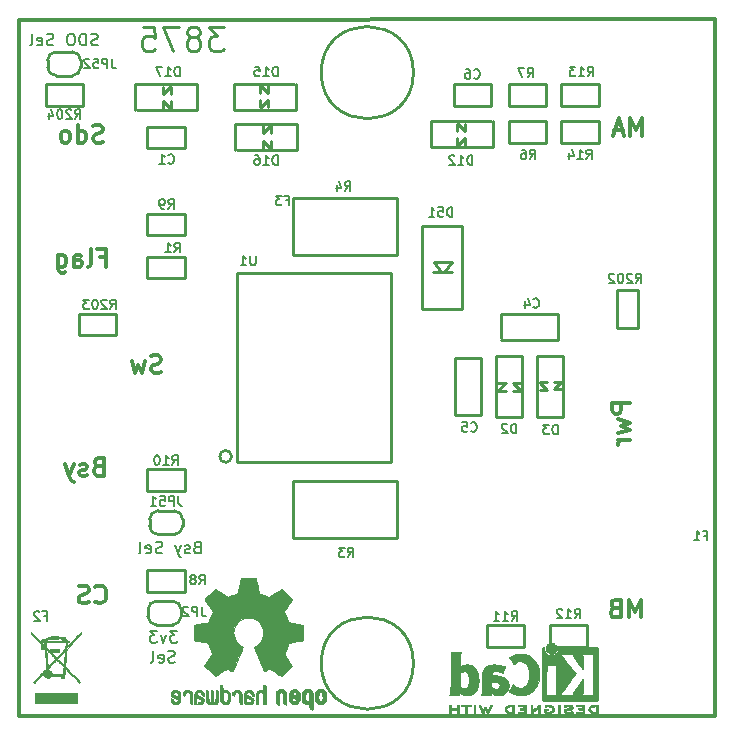
<source format=gbr>
G04 #@! TF.GenerationSoftware,KiCad,Pcbnew,5.0.0-fee4fd1~66~ubuntu16.04.1*
G04 #@! TF.CreationDate,2018-10-14T02:51:50-03:00*
G04 #@! TF.ProjectId,pap,7061702E6B696361645F706362000000,rev?*
G04 #@! TF.SameCoordinates,Original*
G04 #@! TF.FileFunction,Legend,Bot*
G04 #@! TF.FilePolarity,Positive*
%FSLAX46Y46*%
G04 Gerber Fmt 4.6, Leading zero omitted, Abs format (unit mm)*
G04 Created by KiCad (PCBNEW 5.0.0-fee4fd1~66~ubuntu16.04.1) date Sun Oct 14 02:51:50 2018*
%MOMM*%
%LPD*%
G01*
G04 APERTURE LIST*
%ADD10C,0.250000*%
%ADD11C,0.300000*%
%ADD12C,0.200000*%
%ADD13C,0.010000*%
G04 APERTURE END LIST*
D10*
X110354119Y-83653840D02*
X109116024Y-83653840D01*
X109782690Y-84415745D01*
X109496976Y-84415745D01*
X109306500Y-84510983D01*
X109211262Y-84606221D01*
X109116024Y-84796698D01*
X109116024Y-85272888D01*
X109211262Y-85463364D01*
X109306500Y-85558602D01*
X109496976Y-85653840D01*
X110068405Y-85653840D01*
X110258881Y-85558602D01*
X110354119Y-85463364D01*
X107973167Y-84510983D02*
X108163643Y-84415745D01*
X108258881Y-84320507D01*
X108354119Y-84130031D01*
X108354119Y-84034793D01*
X108258881Y-83844317D01*
X108163643Y-83749079D01*
X107973167Y-83653840D01*
X107592214Y-83653840D01*
X107401738Y-83749079D01*
X107306500Y-83844317D01*
X107211262Y-84034793D01*
X107211262Y-84130031D01*
X107306500Y-84320507D01*
X107401738Y-84415745D01*
X107592214Y-84510983D01*
X107973167Y-84510983D01*
X108163643Y-84606221D01*
X108258881Y-84701459D01*
X108354119Y-84891936D01*
X108354119Y-85272888D01*
X108258881Y-85463364D01*
X108163643Y-85558602D01*
X107973167Y-85653840D01*
X107592214Y-85653840D01*
X107401738Y-85558602D01*
X107306500Y-85463364D01*
X107211262Y-85272888D01*
X107211262Y-84891936D01*
X107306500Y-84701459D01*
X107401738Y-84606221D01*
X107592214Y-84510983D01*
X106544595Y-83653840D02*
X105211262Y-83653840D01*
X106068405Y-85653840D01*
X103496976Y-83653840D02*
X104449357Y-83653840D01*
X104544595Y-84606221D01*
X104449357Y-84510983D01*
X104258881Y-84415745D01*
X103782690Y-84415745D01*
X103592214Y-84510983D01*
X103496976Y-84606221D01*
X103401738Y-84796698D01*
X103401738Y-85272888D01*
X103496976Y-85463364D01*
X103592214Y-85558602D01*
X103782690Y-85653840D01*
X104258881Y-85653840D01*
X104449357Y-85558602D01*
X104544595Y-85463364D01*
D11*
X145680310Y-133627650D02*
X145680310Y-132127650D01*
X145180310Y-133199079D01*
X144680310Y-132127650D01*
X144680310Y-133627650D01*
X143466024Y-132841936D02*
X143251738Y-132913364D01*
X143180310Y-132984793D01*
X143108881Y-133127650D01*
X143108881Y-133341936D01*
X143180310Y-133484793D01*
X143251738Y-133556221D01*
X143394595Y-133627650D01*
X143966024Y-133627650D01*
X143966024Y-132127650D01*
X143466024Y-132127650D01*
X143323167Y-132199079D01*
X143251738Y-132270507D01*
X143180310Y-132413364D01*
X143180310Y-132556221D01*
X143251738Y-132699079D01*
X143323167Y-132770507D01*
X143466024Y-132841936D01*
X143966024Y-132841936D01*
X145773167Y-92827650D02*
X145773167Y-91327650D01*
X145273167Y-92399079D01*
X144773167Y-91327650D01*
X144773167Y-92827650D01*
X144130310Y-92399079D02*
X143416024Y-92399079D01*
X144273167Y-92827650D02*
X143773167Y-91327650D01*
X143273167Y-92827650D01*
X144708881Y-115506221D02*
X143208881Y-115506221D01*
X143208881Y-116077650D01*
X143280310Y-116220507D01*
X143351738Y-116291936D01*
X143494595Y-116363364D01*
X143708881Y-116363364D01*
X143851738Y-116291936D01*
X143923167Y-116220507D01*
X143994595Y-116077650D01*
X143994595Y-115506221D01*
X143708881Y-116863364D02*
X144708881Y-117149079D01*
X143994595Y-117434793D01*
X144708881Y-117720507D01*
X143708881Y-118006221D01*
X144708881Y-118577650D02*
X143708881Y-118577650D01*
X143994595Y-118577650D02*
X143851738Y-118649079D01*
X143780310Y-118720507D01*
X143708881Y-118863364D01*
X143708881Y-119006221D01*
X99480310Y-132284793D02*
X99551738Y-132356221D01*
X99766024Y-132427650D01*
X99908881Y-132427650D01*
X100123167Y-132356221D01*
X100266024Y-132213364D01*
X100337452Y-132070507D01*
X100408881Y-131784793D01*
X100408881Y-131570507D01*
X100337452Y-131284793D01*
X100266024Y-131141936D01*
X100123167Y-130999079D01*
X99908881Y-130927650D01*
X99766024Y-130927650D01*
X99551738Y-130999079D01*
X99480310Y-131070507D01*
X98908881Y-132356221D02*
X98694595Y-132427650D01*
X98337452Y-132427650D01*
X98194595Y-132356221D01*
X98123167Y-132284793D01*
X98051738Y-132141936D01*
X98051738Y-131999079D01*
X98123167Y-131856221D01*
X98194595Y-131784793D01*
X98337452Y-131713364D01*
X98623167Y-131641936D01*
X98766024Y-131570507D01*
X98837452Y-131499079D01*
X98908881Y-131356221D01*
X98908881Y-131213364D01*
X98837452Y-131070507D01*
X98766024Y-130999079D01*
X98623167Y-130927650D01*
X98266024Y-130927650D01*
X98051738Y-130999079D01*
X99701738Y-120841936D02*
X99487452Y-120913364D01*
X99416024Y-120984793D01*
X99344595Y-121127650D01*
X99344595Y-121341936D01*
X99416024Y-121484793D01*
X99487452Y-121556221D01*
X99630310Y-121627650D01*
X100201738Y-121627650D01*
X100201738Y-120127650D01*
X99701738Y-120127650D01*
X99558881Y-120199079D01*
X99487452Y-120270507D01*
X99416024Y-120413364D01*
X99416024Y-120556221D01*
X99487452Y-120699079D01*
X99558881Y-120770507D01*
X99701738Y-120841936D01*
X100201738Y-120841936D01*
X98773167Y-121556221D02*
X98630310Y-121627650D01*
X98344595Y-121627650D01*
X98201738Y-121556221D01*
X98130310Y-121413364D01*
X98130310Y-121341936D01*
X98201738Y-121199079D01*
X98344595Y-121127650D01*
X98558881Y-121127650D01*
X98701738Y-121056221D01*
X98773167Y-120913364D01*
X98773167Y-120841936D01*
X98701738Y-120699079D01*
X98558881Y-120627650D01*
X98344595Y-120627650D01*
X98201738Y-120699079D01*
X97630310Y-120627650D02*
X97273167Y-121627650D01*
X96916024Y-120627650D02*
X97273167Y-121627650D01*
X97416024Y-121984793D01*
X97487452Y-122056221D01*
X97630310Y-122127650D01*
X100116024Y-93356221D02*
X99901738Y-93427650D01*
X99544595Y-93427650D01*
X99401738Y-93356221D01*
X99330310Y-93284793D01*
X99258881Y-93141936D01*
X99258881Y-92999079D01*
X99330310Y-92856221D01*
X99401738Y-92784793D01*
X99544595Y-92713364D01*
X99830310Y-92641936D01*
X99973167Y-92570507D01*
X100044595Y-92499079D01*
X100116024Y-92356221D01*
X100116024Y-92213364D01*
X100044595Y-92070507D01*
X99973167Y-91999079D01*
X99830310Y-91927650D01*
X99473167Y-91927650D01*
X99258881Y-91999079D01*
X97973167Y-93427650D02*
X97973167Y-91927650D01*
X97973167Y-93356221D02*
X98116024Y-93427650D01*
X98401738Y-93427650D01*
X98544595Y-93356221D01*
X98616024Y-93284793D01*
X98687452Y-93141936D01*
X98687452Y-92713364D01*
X98616024Y-92570507D01*
X98544595Y-92499079D01*
X98401738Y-92427650D01*
X98116024Y-92427650D01*
X97973167Y-92499079D01*
X97044595Y-93427650D02*
X97187452Y-93356221D01*
X97258881Y-93284793D01*
X97330310Y-93141936D01*
X97330310Y-92713364D01*
X97258881Y-92570507D01*
X97187452Y-92499079D01*
X97044595Y-92427650D01*
X96830310Y-92427650D01*
X96687452Y-92499079D01*
X96616024Y-92570507D01*
X96544595Y-92713364D01*
X96544595Y-93141936D01*
X96616024Y-93284793D01*
X96687452Y-93356221D01*
X96830310Y-93427650D01*
X97044595Y-93427650D01*
X99866024Y-103141936D02*
X100366024Y-103141936D01*
X100366024Y-103927650D02*
X100366024Y-102427650D01*
X99651738Y-102427650D01*
X98866024Y-103927650D02*
X99008881Y-103856221D01*
X99080310Y-103713364D01*
X99080310Y-102427650D01*
X97651738Y-103927650D02*
X97651738Y-103141936D01*
X97723167Y-102999079D01*
X97866024Y-102927650D01*
X98151738Y-102927650D01*
X98294595Y-102999079D01*
X97651738Y-103856221D02*
X97794595Y-103927650D01*
X98151738Y-103927650D01*
X98294595Y-103856221D01*
X98366024Y-103713364D01*
X98366024Y-103570507D01*
X98294595Y-103427650D01*
X98151738Y-103356221D01*
X97794595Y-103356221D01*
X97651738Y-103284793D01*
X96294595Y-102927650D02*
X96294595Y-104141936D01*
X96366024Y-104284793D01*
X96437452Y-104356221D01*
X96580310Y-104427650D01*
X96794595Y-104427650D01*
X96937452Y-104356221D01*
X96294595Y-103856221D02*
X96437452Y-103927650D01*
X96723167Y-103927650D01*
X96866024Y-103856221D01*
X96937452Y-103784793D01*
X97008881Y-103641936D01*
X97008881Y-103213364D01*
X96937452Y-103070507D01*
X96866024Y-102999079D01*
X96723167Y-102927650D01*
X96437452Y-102927650D01*
X96294595Y-102999079D01*
X105044595Y-112856221D02*
X104830310Y-112927650D01*
X104473167Y-112927650D01*
X104330310Y-112856221D01*
X104258881Y-112784793D01*
X104187452Y-112641936D01*
X104187452Y-112499079D01*
X104258881Y-112356221D01*
X104330310Y-112284793D01*
X104473167Y-112213364D01*
X104758881Y-112141936D01*
X104901738Y-112070507D01*
X104973167Y-111999079D01*
X105044595Y-111856221D01*
X105044595Y-111713364D01*
X104973167Y-111570507D01*
X104901738Y-111499079D01*
X104758881Y-111427650D01*
X104401738Y-111427650D01*
X104187452Y-111499079D01*
X103687452Y-111927650D02*
X103401738Y-112927650D01*
X103116024Y-112213364D01*
X102830310Y-112927650D01*
X102544595Y-111927650D01*
X93030310Y-141949079D02*
X93030310Y-83049079D01*
X151930310Y-141949079D02*
X93030310Y-141949079D01*
X151930310Y-82949079D02*
X151930310Y-141949079D01*
X93030310Y-83049079D02*
X151930310Y-82949079D01*
D12*
X99687452Y-85153840D02*
X99544595Y-85201459D01*
X99306500Y-85201459D01*
X99211262Y-85153840D01*
X99163643Y-85106221D01*
X99116024Y-85010983D01*
X99116024Y-84915745D01*
X99163643Y-84820507D01*
X99211262Y-84772888D01*
X99306500Y-84725269D01*
X99496976Y-84677650D01*
X99592214Y-84630031D01*
X99639833Y-84582412D01*
X99687452Y-84487174D01*
X99687452Y-84391936D01*
X99639833Y-84296698D01*
X99592214Y-84249079D01*
X99496976Y-84201459D01*
X99258881Y-84201459D01*
X99116024Y-84249079D01*
X98687452Y-85201459D02*
X98687452Y-84201459D01*
X98449357Y-84201459D01*
X98306500Y-84249079D01*
X98211262Y-84344317D01*
X98163643Y-84439555D01*
X98116024Y-84630031D01*
X98116024Y-84772888D01*
X98163643Y-84963364D01*
X98211262Y-85058602D01*
X98306500Y-85153840D01*
X98449357Y-85201459D01*
X98687452Y-85201459D01*
X97496976Y-84201459D02*
X97306500Y-84201459D01*
X97211262Y-84249079D01*
X97116024Y-84344317D01*
X97068405Y-84534793D01*
X97068405Y-84868126D01*
X97116024Y-85058602D01*
X97211262Y-85153840D01*
X97306500Y-85201459D01*
X97496976Y-85201459D01*
X97592214Y-85153840D01*
X97687452Y-85058602D01*
X97735071Y-84868126D01*
X97735071Y-84534793D01*
X97687452Y-84344317D01*
X97592214Y-84249079D01*
X97496976Y-84201459D01*
X95925548Y-85153840D02*
X95782690Y-85201459D01*
X95544595Y-85201459D01*
X95449357Y-85153840D01*
X95401738Y-85106221D01*
X95354119Y-85010983D01*
X95354119Y-84915745D01*
X95401738Y-84820507D01*
X95449357Y-84772888D01*
X95544595Y-84725269D01*
X95735071Y-84677650D01*
X95830310Y-84630031D01*
X95877929Y-84582412D01*
X95925548Y-84487174D01*
X95925548Y-84391936D01*
X95877929Y-84296698D01*
X95830310Y-84249079D01*
X95735071Y-84201459D01*
X95496976Y-84201459D01*
X95354119Y-84249079D01*
X94544595Y-85153840D02*
X94639833Y-85201459D01*
X94830310Y-85201459D01*
X94925548Y-85153840D01*
X94973167Y-85058602D01*
X94973167Y-84677650D01*
X94925548Y-84582412D01*
X94830310Y-84534793D01*
X94639833Y-84534793D01*
X94544595Y-84582412D01*
X94496976Y-84677650D01*
X94496976Y-84772888D01*
X94973167Y-84868126D01*
X93925548Y-85201459D02*
X94020786Y-85153840D01*
X94068405Y-85058602D01*
X94068405Y-84201459D01*
X108092214Y-127677650D02*
X107949357Y-127725269D01*
X107901738Y-127772888D01*
X107854119Y-127868126D01*
X107854119Y-128010983D01*
X107901738Y-128106221D01*
X107949357Y-128153840D01*
X108044595Y-128201459D01*
X108425548Y-128201459D01*
X108425548Y-127201459D01*
X108092214Y-127201459D01*
X107996976Y-127249079D01*
X107949357Y-127296698D01*
X107901738Y-127391936D01*
X107901738Y-127487174D01*
X107949357Y-127582412D01*
X107996976Y-127630031D01*
X108092214Y-127677650D01*
X108425548Y-127677650D01*
X107473167Y-128153840D02*
X107377929Y-128201459D01*
X107187452Y-128201459D01*
X107092214Y-128153840D01*
X107044595Y-128058602D01*
X107044595Y-128010983D01*
X107092214Y-127915745D01*
X107187452Y-127868126D01*
X107330310Y-127868126D01*
X107425548Y-127820507D01*
X107473167Y-127725269D01*
X107473167Y-127677650D01*
X107425548Y-127582412D01*
X107330310Y-127534793D01*
X107187452Y-127534793D01*
X107092214Y-127582412D01*
X106711262Y-127534793D02*
X106473167Y-128201459D01*
X106235071Y-127534793D02*
X106473167Y-128201459D01*
X106568405Y-128439555D01*
X106616024Y-128487174D01*
X106711262Y-128534793D01*
X105139833Y-128153840D02*
X104996976Y-128201459D01*
X104758881Y-128201459D01*
X104663643Y-128153840D01*
X104616024Y-128106221D01*
X104568405Y-128010983D01*
X104568405Y-127915745D01*
X104616024Y-127820507D01*
X104663643Y-127772888D01*
X104758881Y-127725269D01*
X104949357Y-127677650D01*
X105044595Y-127630031D01*
X105092214Y-127582412D01*
X105139833Y-127487174D01*
X105139833Y-127391936D01*
X105092214Y-127296698D01*
X105044595Y-127249079D01*
X104949357Y-127201459D01*
X104711262Y-127201459D01*
X104568405Y-127249079D01*
X103758881Y-128153840D02*
X103854119Y-128201459D01*
X104044595Y-128201459D01*
X104139833Y-128153840D01*
X104187452Y-128058602D01*
X104187452Y-127677650D01*
X104139833Y-127582412D01*
X104044595Y-127534793D01*
X103854119Y-127534793D01*
X103758881Y-127582412D01*
X103711262Y-127677650D01*
X103711262Y-127772888D01*
X104187452Y-127868126D01*
X103139833Y-128201459D02*
X103235071Y-128153840D01*
X103282690Y-128058602D01*
X103282690Y-127201459D01*
X106420786Y-134751459D02*
X105801738Y-134751459D01*
X106135071Y-135132412D01*
X105992214Y-135132412D01*
X105896976Y-135180031D01*
X105849357Y-135227650D01*
X105801738Y-135322888D01*
X105801738Y-135560983D01*
X105849357Y-135656221D01*
X105896976Y-135703840D01*
X105992214Y-135751459D01*
X106277929Y-135751459D01*
X106373167Y-135703840D01*
X106420786Y-135656221D01*
X105468405Y-135084793D02*
X105230310Y-135751459D01*
X104992214Y-135084793D01*
X104706500Y-134751459D02*
X104087452Y-134751459D01*
X104420786Y-135132412D01*
X104277929Y-135132412D01*
X104182690Y-135180031D01*
X104135071Y-135227650D01*
X104087452Y-135322888D01*
X104087452Y-135560983D01*
X104135071Y-135656221D01*
X104182690Y-135703840D01*
X104277929Y-135751459D01*
X104563643Y-135751459D01*
X104658881Y-135703840D01*
X104706500Y-135656221D01*
X106206500Y-137403840D02*
X106063643Y-137451459D01*
X105825548Y-137451459D01*
X105730310Y-137403840D01*
X105682690Y-137356221D01*
X105635071Y-137260983D01*
X105635071Y-137165745D01*
X105682690Y-137070507D01*
X105730310Y-137022888D01*
X105825548Y-136975269D01*
X106016024Y-136927650D01*
X106111262Y-136880031D01*
X106158881Y-136832412D01*
X106206500Y-136737174D01*
X106206500Y-136641936D01*
X106158881Y-136546698D01*
X106111262Y-136499079D01*
X106016024Y-136451459D01*
X105777929Y-136451459D01*
X105635071Y-136499079D01*
X104825548Y-137403840D02*
X104920786Y-137451459D01*
X105111262Y-137451459D01*
X105206500Y-137403840D01*
X105254119Y-137308602D01*
X105254119Y-136927650D01*
X105206500Y-136832412D01*
X105111262Y-136784793D01*
X104920786Y-136784793D01*
X104825548Y-136832412D01*
X104777929Y-136927650D01*
X104777929Y-137022888D01*
X105254119Y-137118126D01*
X104206500Y-137451459D02*
X104301738Y-137403840D01*
X104349357Y-137308602D01*
X104349357Y-136451459D01*
D13*
G04 #@! TO.C,L102*
G36*
X138003353Y-135775650D02*
X137907078Y-135799888D01*
X137820494Y-135842720D01*
X137745683Y-135902498D01*
X137684728Y-135977573D01*
X137639709Y-136066299D01*
X137613446Y-136162609D01*
X137607596Y-136259874D01*
X137622450Y-136353733D01*
X137656150Y-136441590D01*
X137706838Y-136520849D01*
X137772655Y-136588915D01*
X137851744Y-136643191D01*
X137942244Y-136681081D01*
X137993510Y-136693505D01*
X138038008Y-136701026D01*
X138072309Y-136703998D01*
X138105270Y-136702173D01*
X138145744Y-136695304D01*
X138178841Y-136688329D01*
X138272257Y-136656820D01*
X138355929Y-136605696D01*
X138427975Y-136536508D01*
X138486510Y-136450807D01*
X138500458Y-136423568D01*
X138516896Y-136387201D01*
X138527204Y-136356661D01*
X138532770Y-136324529D01*
X138534979Y-136283386D01*
X138535258Y-136237301D01*
X138531171Y-136152944D01*
X138517756Y-136083665D01*
X138492566Y-136023040D01*
X138453156Y-135964646D01*
X138414608Y-135920381D01*
X138342716Y-135854563D01*
X138267623Y-135809132D01*
X138184872Y-135781929D01*
X138107238Y-135771655D01*
X138003353Y-135775650D01*
X138003353Y-135775650D01*
G37*
X138003353Y-135775650D02*
X137907078Y-135799888D01*
X137820494Y-135842720D01*
X137745683Y-135902498D01*
X137684728Y-135977573D01*
X137639709Y-136066299D01*
X137613446Y-136162609D01*
X137607596Y-136259874D01*
X137622450Y-136353733D01*
X137656150Y-136441590D01*
X137706838Y-136520849D01*
X137772655Y-136588915D01*
X137851744Y-136643191D01*
X137942244Y-136681081D01*
X137993510Y-136693505D01*
X138038008Y-136701026D01*
X138072309Y-136703998D01*
X138105270Y-136702173D01*
X138145744Y-136695304D01*
X138178841Y-136688329D01*
X138272257Y-136656820D01*
X138355929Y-136605696D01*
X138427975Y-136536508D01*
X138486510Y-136450807D01*
X138500458Y-136423568D01*
X138516896Y-136387201D01*
X138527204Y-136356661D01*
X138532770Y-136324529D01*
X138534979Y-136283386D01*
X138535258Y-136237301D01*
X138531171Y-136152944D01*
X138517756Y-136083665D01*
X138492566Y-136023040D01*
X138453156Y-135964646D01*
X138414608Y-135920381D01*
X138342716Y-135854563D01*
X138267623Y-135809132D01*
X138184872Y-135781929D01*
X138107238Y-135771655D01*
X138003353Y-135775650D01*
G36*
X129543803Y-138221324D02*
X129543784Y-138455741D01*
X129543758Y-138668682D01*
X129543685Y-138861247D01*
X129543528Y-139034538D01*
X129543246Y-139189655D01*
X129542801Y-139327699D01*
X129542154Y-139449771D01*
X129541265Y-139556973D01*
X129540097Y-139650405D01*
X129538609Y-139731169D01*
X129536764Y-139800365D01*
X129534521Y-139859094D01*
X129531841Y-139908458D01*
X129528687Y-139949557D01*
X129525018Y-139983492D01*
X129520797Y-140011365D01*
X129515983Y-140034277D01*
X129510537Y-140053328D01*
X129504422Y-140069619D01*
X129497598Y-140084252D01*
X129490025Y-140098328D01*
X129481665Y-140112947D01*
X129476471Y-140122053D01*
X129442206Y-140182768D01*
X130300355Y-140182768D01*
X130300355Y-140086812D01*
X130301086Y-140043449D01*
X130303038Y-140010284D01*
X130305847Y-139992503D01*
X130307089Y-139990857D01*
X130318511Y-139997741D01*
X130341226Y-140015584D01*
X130363925Y-140034958D01*
X130418510Y-140075693D01*
X130487989Y-140116696D01*
X130565040Y-140154202D01*
X130642345Y-140184443D01*
X130673197Y-140194091D01*
X130741694Y-140208657D01*
X130824546Y-140218618D01*
X130913939Y-140223662D01*
X131002062Y-140223475D01*
X131081103Y-140217745D01*
X131118799Y-140211937D01*
X131256896Y-140173876D01*
X131384197Y-140116152D01*
X131500018Y-140039290D01*
X131603673Y-139943818D01*
X131694477Y-139830258D01*
X131761279Y-139719460D01*
X131816146Y-139602704D01*
X131858147Y-139483355D01*
X131888143Y-139357362D01*
X131906999Y-139220673D01*
X131915578Y-139069237D01*
X131916304Y-138991790D01*
X131914210Y-138935013D01*
X131085093Y-138935013D01*
X131084886Y-139028081D01*
X131081973Y-139115771D01*
X131076310Y-139192851D01*
X131067855Y-139254088D01*
X131065272Y-139266429D01*
X131033470Y-139373712D01*
X130991812Y-139460737D01*
X130939947Y-139527721D01*
X130877529Y-139574884D01*
X130804210Y-139602444D01*
X130719641Y-139610620D01*
X130623475Y-139599630D01*
X130559999Y-139583908D01*
X130510856Y-139565718D01*
X130456727Y-139539870D01*
X130416066Y-139516168D01*
X130345510Y-139469800D01*
X130345510Y-138319609D01*
X130412918Y-138276041D01*
X130491443Y-138235119D01*
X130575629Y-138208468D01*
X130660753Y-138196544D01*
X130742094Y-138199801D01*
X130814930Y-138218694D01*
X130846884Y-138234263D01*
X130904809Y-138277260D01*
X130953766Y-138334032D01*
X130994920Y-138406654D01*
X131029436Y-138497200D01*
X131058477Y-138607745D01*
X131059758Y-138613612D01*
X131069929Y-138675867D01*
X131077571Y-138753673D01*
X131082640Y-138841799D01*
X131085093Y-138935013D01*
X131914210Y-138935013D01*
X131908453Y-138778974D01*
X131886508Y-138583138D01*
X131850524Y-138404411D01*
X131800551Y-138242924D01*
X131736642Y-138098805D01*
X131658848Y-137972185D01*
X131567221Y-137863194D01*
X131461813Y-137771962D01*
X131416648Y-137741011D01*
X131315699Y-137684864D01*
X131212409Y-137645253D01*
X131102321Y-137621093D01*
X130980980Y-137611298D01*
X130888474Y-137612344D01*
X130758820Y-137623310D01*
X130646226Y-137645125D01*
X130547435Y-137678793D01*
X130459189Y-137725315D01*
X130410324Y-137759527D01*
X130380957Y-137781441D01*
X130359267Y-137796412D01*
X130351057Y-137800812D01*
X130349442Y-137789983D01*
X130348151Y-137759330D01*
X130347172Y-137711605D01*
X130346493Y-137649558D01*
X130346100Y-137575941D01*
X130345980Y-137493506D01*
X130346122Y-137405004D01*
X130346513Y-137313186D01*
X130347139Y-137220803D01*
X130347990Y-137130607D01*
X130349050Y-137045350D01*
X130350309Y-136967782D01*
X130351754Y-136900655D01*
X130353372Y-136846720D01*
X130355149Y-136808729D01*
X130355641Y-136801746D01*
X130363218Y-136731330D01*
X130374779Y-136676181D01*
X130392518Y-136629060D01*
X130418628Y-136582726D01*
X130424895Y-136573146D01*
X130449327Y-136536457D01*
X129543999Y-136536457D01*
X129543803Y-138221324D01*
X129543803Y-138221324D01*
G37*
X129543803Y-138221324D02*
X129543784Y-138455741D01*
X129543758Y-138668682D01*
X129543685Y-138861247D01*
X129543528Y-139034538D01*
X129543246Y-139189655D01*
X129542801Y-139327699D01*
X129542154Y-139449771D01*
X129541265Y-139556973D01*
X129540097Y-139650405D01*
X129538609Y-139731169D01*
X129536764Y-139800365D01*
X129534521Y-139859094D01*
X129531841Y-139908458D01*
X129528687Y-139949557D01*
X129525018Y-139983492D01*
X129520797Y-140011365D01*
X129515983Y-140034277D01*
X129510537Y-140053328D01*
X129504422Y-140069619D01*
X129497598Y-140084252D01*
X129490025Y-140098328D01*
X129481665Y-140112947D01*
X129476471Y-140122053D01*
X129442206Y-140182768D01*
X130300355Y-140182768D01*
X130300355Y-140086812D01*
X130301086Y-140043449D01*
X130303038Y-140010284D01*
X130305847Y-139992503D01*
X130307089Y-139990857D01*
X130318511Y-139997741D01*
X130341226Y-140015584D01*
X130363925Y-140034958D01*
X130418510Y-140075693D01*
X130487989Y-140116696D01*
X130565040Y-140154202D01*
X130642345Y-140184443D01*
X130673197Y-140194091D01*
X130741694Y-140208657D01*
X130824546Y-140218618D01*
X130913939Y-140223662D01*
X131002062Y-140223475D01*
X131081103Y-140217745D01*
X131118799Y-140211937D01*
X131256896Y-140173876D01*
X131384197Y-140116152D01*
X131500018Y-140039290D01*
X131603673Y-139943818D01*
X131694477Y-139830258D01*
X131761279Y-139719460D01*
X131816146Y-139602704D01*
X131858147Y-139483355D01*
X131888143Y-139357362D01*
X131906999Y-139220673D01*
X131915578Y-139069237D01*
X131916304Y-138991790D01*
X131914210Y-138935013D01*
X131085093Y-138935013D01*
X131084886Y-139028081D01*
X131081973Y-139115771D01*
X131076310Y-139192851D01*
X131067855Y-139254088D01*
X131065272Y-139266429D01*
X131033470Y-139373712D01*
X130991812Y-139460737D01*
X130939947Y-139527721D01*
X130877529Y-139574884D01*
X130804210Y-139602444D01*
X130719641Y-139610620D01*
X130623475Y-139599630D01*
X130559999Y-139583908D01*
X130510856Y-139565718D01*
X130456727Y-139539870D01*
X130416066Y-139516168D01*
X130345510Y-139469800D01*
X130345510Y-138319609D01*
X130412918Y-138276041D01*
X130491443Y-138235119D01*
X130575629Y-138208468D01*
X130660753Y-138196544D01*
X130742094Y-138199801D01*
X130814930Y-138218694D01*
X130846884Y-138234263D01*
X130904809Y-138277260D01*
X130953766Y-138334032D01*
X130994920Y-138406654D01*
X131029436Y-138497200D01*
X131058477Y-138607745D01*
X131059758Y-138613612D01*
X131069929Y-138675867D01*
X131077571Y-138753673D01*
X131082640Y-138841799D01*
X131085093Y-138935013D01*
X131914210Y-138935013D01*
X131908453Y-138778974D01*
X131886508Y-138583138D01*
X131850524Y-138404411D01*
X131800551Y-138242924D01*
X131736642Y-138098805D01*
X131658848Y-137972185D01*
X131567221Y-137863194D01*
X131461813Y-137771962D01*
X131416648Y-137741011D01*
X131315699Y-137684864D01*
X131212409Y-137645253D01*
X131102321Y-137621093D01*
X130980980Y-137611298D01*
X130888474Y-137612344D01*
X130758820Y-137623310D01*
X130646226Y-137645125D01*
X130547435Y-137678793D01*
X130459189Y-137725315D01*
X130410324Y-137759527D01*
X130380957Y-137781441D01*
X130359267Y-137796412D01*
X130351057Y-137800812D01*
X130349442Y-137789983D01*
X130348151Y-137759330D01*
X130347172Y-137711605D01*
X130346493Y-137649558D01*
X130346100Y-137575941D01*
X130345980Y-137493506D01*
X130346122Y-137405004D01*
X130346513Y-137313186D01*
X130347139Y-137220803D01*
X130347990Y-137130607D01*
X130349050Y-137045350D01*
X130350309Y-136967782D01*
X130351754Y-136900655D01*
X130353372Y-136846720D01*
X130355149Y-136808729D01*
X130355641Y-136801746D01*
X130363218Y-136731330D01*
X130374779Y-136676181D01*
X130392518Y-136629060D01*
X130418628Y-136582726D01*
X130424895Y-136573146D01*
X130449327Y-136536457D01*
X129543999Y-136536457D01*
X129543803Y-138221324D01*
G36*
X133056736Y-137615631D02*
X132904818Y-137635646D01*
X132769554Y-137669281D01*
X132650071Y-137716804D01*
X132545495Y-137778484D01*
X132467886Y-137842044D01*
X132399045Y-137916178D01*
X132345304Y-137995950D01*
X132302400Y-138088170D01*
X132286926Y-138131240D01*
X132274066Y-138170221D01*
X132262864Y-138206368D01*
X132253190Y-138241513D01*
X132244914Y-138277489D01*
X132237907Y-138316129D01*
X132232038Y-138359264D01*
X132227179Y-138408728D01*
X132223200Y-138466352D01*
X132219970Y-138533970D01*
X132217361Y-138613413D01*
X132215243Y-138706515D01*
X132213486Y-138815106D01*
X132211961Y-138941021D01*
X132210538Y-139086091D01*
X132209285Y-139228857D01*
X132207959Y-139385047D01*
X132206754Y-139520318D01*
X132205544Y-139636325D01*
X132204204Y-139734724D01*
X132202610Y-139817172D01*
X132200635Y-139885325D01*
X132198154Y-139940839D01*
X132195041Y-139985371D01*
X132191172Y-140020577D01*
X132186421Y-140048113D01*
X132180662Y-140069635D01*
X132173771Y-140086801D01*
X132165621Y-140101265D01*
X132156087Y-140114685D01*
X132145044Y-140128717D01*
X132140744Y-140134150D01*
X132124924Y-140156989D01*
X132117888Y-140172542D01*
X132117866Y-140173001D01*
X132128743Y-140175200D01*
X132159728Y-140177226D01*
X132208353Y-140179021D01*
X132272147Y-140180530D01*
X132348641Y-140181695D01*
X132435366Y-140182459D01*
X132529853Y-140182765D01*
X132540760Y-140182768D01*
X132963653Y-140182768D01*
X132966915Y-140086701D01*
X132970177Y-139990635D01*
X133032266Y-140041622D01*
X133129596Y-140109136D01*
X133239497Y-140163828D01*
X133325961Y-140194057D01*
X133395032Y-140208745D01*
X133478385Y-140218738D01*
X133568151Y-140223725D01*
X133656465Y-140223392D01*
X133735459Y-140217430D01*
X133771688Y-140211717D01*
X133911707Y-140173855D01*
X134038132Y-140119011D01*
X134150050Y-140048003D01*
X134246548Y-139961647D01*
X134326710Y-139860758D01*
X134389623Y-139746155D01*
X134433998Y-139620063D01*
X134446332Y-139563480D01*
X134453942Y-139501281D01*
X134457571Y-139426442D01*
X134458065Y-139392546D01*
X134458000Y-139389361D01*
X133698062Y-139389361D01*
X133688769Y-139464412D01*
X133660582Y-139528239D01*
X133612113Y-139583877D01*
X133607056Y-139588290D01*
X133558762Y-139623116D01*
X133507053Y-139645699D01*
X133446321Y-139657619D01*
X133370958Y-139660462D01*
X133352851Y-139660057D01*
X133299032Y-139657404D01*
X133259002Y-139651988D01*
X133223986Y-139641824D01*
X133185207Y-139624929D01*
X133174565Y-139619751D01*
X133113914Y-139583923D01*
X133067095Y-139541291D01*
X133054358Y-139526052D01*
X133009688Y-139469541D01*
X133009688Y-139273665D01*
X133010224Y-139195018D01*
X133011914Y-139137067D01*
X133014882Y-139097954D01*
X133019253Y-139075820D01*
X133023338Y-139069353D01*
X133039263Y-139066190D01*
X133073046Y-139063567D01*
X133119970Y-139061734D01*
X133175317Y-139060936D01*
X133184204Y-139060921D01*
X133304980Y-139066175D01*
X133407650Y-139082342D01*
X133494204Y-139110040D01*
X133566629Y-139149887D01*
X133621559Y-139196837D01*
X133666106Y-139254724D01*
X133690830Y-139317772D01*
X133698062Y-139389361D01*
X134458000Y-139389361D01*
X134456132Y-139298791D01*
X134447788Y-139219891D01*
X134431542Y-139148669D01*
X134405905Y-139077943D01*
X134381909Y-139025572D01*
X134323290Y-138930275D01*
X134245193Y-138842249D01*
X134149995Y-138763096D01*
X134040072Y-138694419D01*
X133917800Y-138637820D01*
X133785555Y-138594900D01*
X133720888Y-138579961D01*
X133584706Y-138557856D01*
X133436261Y-138543273D01*
X133284805Y-138536892D01*
X133158246Y-138538524D01*
X132996360Y-138545303D01*
X133003780Y-138486324D01*
X133023072Y-138387171D01*
X133054206Y-138306451D01*
X133098041Y-138243545D01*
X133155439Y-138197835D01*
X133227262Y-138168701D01*
X133314369Y-138155526D01*
X133417624Y-138157690D01*
X133455599Y-138161691D01*
X133596790Y-138186859D01*
X133733603Y-138227893D01*
X133828132Y-138265894D01*
X133873292Y-138285269D01*
X133911725Y-138300839D01*
X133938076Y-138310484D01*
X133945764Y-138312531D01*
X133955508Y-138303453D01*
X133972227Y-138274484D01*
X133996078Y-138225296D01*
X134027217Y-138155563D01*
X134065803Y-138064958D01*
X134072400Y-138049168D01*
X134102457Y-137976851D01*
X134129436Y-137911504D01*
X134152174Y-137855985D01*
X134169504Y-137813151D01*
X134180262Y-137785860D01*
X134183369Y-137777021D01*
X134173370Y-137772266D01*
X134147093Y-137766989D01*
X134118821Y-137763310D01*
X134088664Y-137758553D01*
X134040877Y-137749107D01*
X133979698Y-137735899D01*
X133909364Y-137719855D01*
X133834116Y-137701899D01*
X133805555Y-137694876D01*
X133700494Y-137669288D01*
X133612830Y-137649226D01*
X133538242Y-137634048D01*
X133472407Y-137623114D01*
X133411003Y-137615783D01*
X133349708Y-137611414D01*
X133284200Y-137609366D01*
X133226182Y-137608968D01*
X133056736Y-137615631D01*
X133056736Y-137615631D01*
G37*
X133056736Y-137615631D02*
X132904818Y-137635646D01*
X132769554Y-137669281D01*
X132650071Y-137716804D01*
X132545495Y-137778484D01*
X132467886Y-137842044D01*
X132399045Y-137916178D01*
X132345304Y-137995950D01*
X132302400Y-138088170D01*
X132286926Y-138131240D01*
X132274066Y-138170221D01*
X132262864Y-138206368D01*
X132253190Y-138241513D01*
X132244914Y-138277489D01*
X132237907Y-138316129D01*
X132232038Y-138359264D01*
X132227179Y-138408728D01*
X132223200Y-138466352D01*
X132219970Y-138533970D01*
X132217361Y-138613413D01*
X132215243Y-138706515D01*
X132213486Y-138815106D01*
X132211961Y-138941021D01*
X132210538Y-139086091D01*
X132209285Y-139228857D01*
X132207959Y-139385047D01*
X132206754Y-139520318D01*
X132205544Y-139636325D01*
X132204204Y-139734724D01*
X132202610Y-139817172D01*
X132200635Y-139885325D01*
X132198154Y-139940839D01*
X132195041Y-139985371D01*
X132191172Y-140020577D01*
X132186421Y-140048113D01*
X132180662Y-140069635D01*
X132173771Y-140086801D01*
X132165621Y-140101265D01*
X132156087Y-140114685D01*
X132145044Y-140128717D01*
X132140744Y-140134150D01*
X132124924Y-140156989D01*
X132117888Y-140172542D01*
X132117866Y-140173001D01*
X132128743Y-140175200D01*
X132159728Y-140177226D01*
X132208353Y-140179021D01*
X132272147Y-140180530D01*
X132348641Y-140181695D01*
X132435366Y-140182459D01*
X132529853Y-140182765D01*
X132540760Y-140182768D01*
X132963653Y-140182768D01*
X132966915Y-140086701D01*
X132970177Y-139990635D01*
X133032266Y-140041622D01*
X133129596Y-140109136D01*
X133239497Y-140163828D01*
X133325961Y-140194057D01*
X133395032Y-140208745D01*
X133478385Y-140218738D01*
X133568151Y-140223725D01*
X133656465Y-140223392D01*
X133735459Y-140217430D01*
X133771688Y-140211717D01*
X133911707Y-140173855D01*
X134038132Y-140119011D01*
X134150050Y-140048003D01*
X134246548Y-139961647D01*
X134326710Y-139860758D01*
X134389623Y-139746155D01*
X134433998Y-139620063D01*
X134446332Y-139563480D01*
X134453942Y-139501281D01*
X134457571Y-139426442D01*
X134458065Y-139392546D01*
X134458000Y-139389361D01*
X133698062Y-139389361D01*
X133688769Y-139464412D01*
X133660582Y-139528239D01*
X133612113Y-139583877D01*
X133607056Y-139588290D01*
X133558762Y-139623116D01*
X133507053Y-139645699D01*
X133446321Y-139657619D01*
X133370958Y-139660462D01*
X133352851Y-139660057D01*
X133299032Y-139657404D01*
X133259002Y-139651988D01*
X133223986Y-139641824D01*
X133185207Y-139624929D01*
X133174565Y-139619751D01*
X133113914Y-139583923D01*
X133067095Y-139541291D01*
X133054358Y-139526052D01*
X133009688Y-139469541D01*
X133009688Y-139273665D01*
X133010224Y-139195018D01*
X133011914Y-139137067D01*
X133014882Y-139097954D01*
X133019253Y-139075820D01*
X133023338Y-139069353D01*
X133039263Y-139066190D01*
X133073046Y-139063567D01*
X133119970Y-139061734D01*
X133175317Y-139060936D01*
X133184204Y-139060921D01*
X133304980Y-139066175D01*
X133407650Y-139082342D01*
X133494204Y-139110040D01*
X133566629Y-139149887D01*
X133621559Y-139196837D01*
X133666106Y-139254724D01*
X133690830Y-139317772D01*
X133698062Y-139389361D01*
X134458000Y-139389361D01*
X134456132Y-139298791D01*
X134447788Y-139219891D01*
X134431542Y-139148669D01*
X134405905Y-139077943D01*
X134381909Y-139025572D01*
X134323290Y-138930275D01*
X134245193Y-138842249D01*
X134149995Y-138763096D01*
X134040072Y-138694419D01*
X133917800Y-138637820D01*
X133785555Y-138594900D01*
X133720888Y-138579961D01*
X133584706Y-138557856D01*
X133436261Y-138543273D01*
X133284805Y-138536892D01*
X133158246Y-138538524D01*
X132996360Y-138545303D01*
X133003780Y-138486324D01*
X133023072Y-138387171D01*
X133054206Y-138306451D01*
X133098041Y-138243545D01*
X133155439Y-138197835D01*
X133227262Y-138168701D01*
X133314369Y-138155526D01*
X133417624Y-138157690D01*
X133455599Y-138161691D01*
X133596790Y-138186859D01*
X133733603Y-138227893D01*
X133828132Y-138265894D01*
X133873292Y-138285269D01*
X133911725Y-138300839D01*
X133938076Y-138310484D01*
X133945764Y-138312531D01*
X133955508Y-138303453D01*
X133972227Y-138274484D01*
X133996078Y-138225296D01*
X134027217Y-138155563D01*
X134065803Y-138064958D01*
X134072400Y-138049168D01*
X134102457Y-137976851D01*
X134129436Y-137911504D01*
X134152174Y-137855985D01*
X134169504Y-137813151D01*
X134180262Y-137785860D01*
X134183369Y-137777021D01*
X134173370Y-137772266D01*
X134147093Y-137766989D01*
X134118821Y-137763310D01*
X134088664Y-137758553D01*
X134040877Y-137749107D01*
X133979698Y-137735899D01*
X133909364Y-137719855D01*
X133834116Y-137701899D01*
X133805555Y-137694876D01*
X133700494Y-137669288D01*
X133612830Y-137649226D01*
X133538242Y-137634048D01*
X133472407Y-137623114D01*
X133411003Y-137615783D01*
X133349708Y-137611414D01*
X133284200Y-137609366D01*
X133226182Y-137608968D01*
X133056736Y-137615631D01*
G36*
X135401881Y-136698150D02*
X135241740Y-136719324D01*
X135077800Y-136759464D01*
X134907997Y-136818968D01*
X134730267Y-136898233D01*
X134719000Y-136903778D01*
X134661305Y-136931804D01*
X134609758Y-136955881D01*
X134568119Y-136974328D01*
X134540148Y-136985465D01*
X134530577Y-136988012D01*
X134511360Y-136993020D01*
X134506749Y-136997226D01*
X134511852Y-137007659D01*
X134527892Y-137033947D01*
X134553022Y-137073336D01*
X134585396Y-137123070D01*
X134623167Y-137180394D01*
X134664488Y-137242555D01*
X134707512Y-137306797D01*
X134750393Y-137370364D01*
X134791284Y-137430504D01*
X134828339Y-137484459D01*
X134859710Y-137529476D01*
X134883551Y-137562800D01*
X134898016Y-137581676D01*
X134900001Y-137583866D01*
X134910119Y-137579217D01*
X134932460Y-137562041D01*
X134963030Y-137535519D01*
X134978774Y-137521043D01*
X135075263Y-137445761D01*
X135181974Y-137390320D01*
X135297478Y-137355220D01*
X135420348Y-137340959D01*
X135489749Y-137342130D01*
X135610887Y-137359291D01*
X135720105Y-137395173D01*
X135817728Y-137450038D01*
X135904082Y-137524149D01*
X135979495Y-137617767D01*
X136044292Y-137731155D01*
X136081709Y-137817746D01*
X136125562Y-137953445D01*
X136157882Y-138100929D01*
X136178753Y-138256393D01*
X136188259Y-138416035D01*
X136186483Y-138576052D01*
X136173507Y-138732640D01*
X136149416Y-138881997D01*
X136114292Y-139020319D01*
X136068218Y-139143803D01*
X136051937Y-139178057D01*
X135983690Y-139292143D01*
X135903231Y-139388636D01*
X135811740Y-139466749D01*
X135710399Y-139525696D01*
X135600390Y-139564691D01*
X135482895Y-139582947D01*
X135441427Y-139584290D01*
X135319869Y-139573369D01*
X135199432Y-139540553D01*
X135081644Y-139486518D01*
X134968033Y-139411944D01*
X134876625Y-139333618D01*
X134830095Y-139289087D01*
X134648827Y-139586350D01*
X134603730Y-139660512D01*
X134562491Y-139728725D01*
X134526575Y-139788538D01*
X134497444Y-139837499D01*
X134476560Y-139873158D01*
X134465386Y-139893063D01*
X134463935Y-139896158D01*
X134472164Y-139905797D01*
X134497743Y-139923078D01*
X134537437Y-139946362D01*
X134588013Y-139974013D01*
X134646236Y-140004394D01*
X134708873Y-140035869D01*
X134772689Y-140066801D01*
X134834450Y-140095552D01*
X134890922Y-140120487D01*
X134938872Y-140139968D01*
X134962324Y-140148397D01*
X135096089Y-140186212D01*
X135233983Y-140211215D01*
X135381688Y-140224219D01*
X135508477Y-140226547D01*
X135576432Y-140225452D01*
X135642033Y-140223354D01*
X135699463Y-140220513D01*
X135742907Y-140217185D01*
X135757012Y-140215501D01*
X135896026Y-140186666D01*
X136037553Y-140141547D01*
X136175035Y-140082829D01*
X136301916Y-140013199D01*
X136379421Y-139960520D01*
X136506829Y-139852318D01*
X136625132Y-139725750D01*
X136732138Y-139583945D01*
X136825658Y-139430030D01*
X136903500Y-139267132D01*
X136947354Y-139149835D01*
X136997602Y-138966207D01*
X137031101Y-138771660D01*
X137047861Y-138570404D01*
X137047894Y-138366647D01*
X137031209Y-138164600D01*
X136997817Y-137968471D01*
X136947730Y-137782470D01*
X136943913Y-137770882D01*
X136881029Y-137608829D01*
X136804282Y-137460911D01*
X136711068Y-137322944D01*
X136598783Y-137190740D01*
X136554918Y-137145478D01*
X136418776Y-137021536D01*
X136278819Y-136918994D01*
X136132899Y-136836735D01*
X135978868Y-136773643D01*
X135814578Y-136728602D01*
X135719021Y-136711112D01*
X135560287Y-136695545D01*
X135401881Y-136698150D01*
X135401881Y-136698150D01*
G37*
X135401881Y-136698150D02*
X135241740Y-136719324D01*
X135077800Y-136759464D01*
X134907997Y-136818968D01*
X134730267Y-136898233D01*
X134719000Y-136903778D01*
X134661305Y-136931804D01*
X134609758Y-136955881D01*
X134568119Y-136974328D01*
X134540148Y-136985465D01*
X134530577Y-136988012D01*
X134511360Y-136993020D01*
X134506749Y-136997226D01*
X134511852Y-137007659D01*
X134527892Y-137033947D01*
X134553022Y-137073336D01*
X134585396Y-137123070D01*
X134623167Y-137180394D01*
X134664488Y-137242555D01*
X134707512Y-137306797D01*
X134750393Y-137370364D01*
X134791284Y-137430504D01*
X134828339Y-137484459D01*
X134859710Y-137529476D01*
X134883551Y-137562800D01*
X134898016Y-137581676D01*
X134900001Y-137583866D01*
X134910119Y-137579217D01*
X134932460Y-137562041D01*
X134963030Y-137535519D01*
X134978774Y-137521043D01*
X135075263Y-137445761D01*
X135181974Y-137390320D01*
X135297478Y-137355220D01*
X135420348Y-137340959D01*
X135489749Y-137342130D01*
X135610887Y-137359291D01*
X135720105Y-137395173D01*
X135817728Y-137450038D01*
X135904082Y-137524149D01*
X135979495Y-137617767D01*
X136044292Y-137731155D01*
X136081709Y-137817746D01*
X136125562Y-137953445D01*
X136157882Y-138100929D01*
X136178753Y-138256393D01*
X136188259Y-138416035D01*
X136186483Y-138576052D01*
X136173507Y-138732640D01*
X136149416Y-138881997D01*
X136114292Y-139020319D01*
X136068218Y-139143803D01*
X136051937Y-139178057D01*
X135983690Y-139292143D01*
X135903231Y-139388636D01*
X135811740Y-139466749D01*
X135710399Y-139525696D01*
X135600390Y-139564691D01*
X135482895Y-139582947D01*
X135441427Y-139584290D01*
X135319869Y-139573369D01*
X135199432Y-139540553D01*
X135081644Y-139486518D01*
X134968033Y-139411944D01*
X134876625Y-139333618D01*
X134830095Y-139289087D01*
X134648827Y-139586350D01*
X134603730Y-139660512D01*
X134562491Y-139728725D01*
X134526575Y-139788538D01*
X134497444Y-139837499D01*
X134476560Y-139873158D01*
X134465386Y-139893063D01*
X134463935Y-139896158D01*
X134472164Y-139905797D01*
X134497743Y-139923078D01*
X134537437Y-139946362D01*
X134588013Y-139974013D01*
X134646236Y-140004394D01*
X134708873Y-140035869D01*
X134772689Y-140066801D01*
X134834450Y-140095552D01*
X134890922Y-140120487D01*
X134938872Y-140139968D01*
X134962324Y-140148397D01*
X135096089Y-140186212D01*
X135233983Y-140211215D01*
X135381688Y-140224219D01*
X135508477Y-140226547D01*
X135576432Y-140225452D01*
X135642033Y-140223354D01*
X135699463Y-140220513D01*
X135742907Y-140217185D01*
X135757012Y-140215501D01*
X135896026Y-140186666D01*
X136037553Y-140141547D01*
X136175035Y-140082829D01*
X136301916Y-140013199D01*
X136379421Y-139960520D01*
X136506829Y-139852318D01*
X136625132Y-139725750D01*
X136732138Y-139583945D01*
X136825658Y-139430030D01*
X136903500Y-139267132D01*
X136947354Y-139149835D01*
X136997602Y-138966207D01*
X137031101Y-138771660D01*
X137047861Y-138570404D01*
X137047894Y-138366647D01*
X137031209Y-138164600D01*
X136997817Y-137968471D01*
X136947730Y-137782470D01*
X136943913Y-137770882D01*
X136881029Y-137608829D01*
X136804282Y-137460911D01*
X136711068Y-137322944D01*
X136598783Y-137190740D01*
X136554918Y-137145478D01*
X136418776Y-137021536D01*
X136278819Y-136918994D01*
X136132899Y-136836735D01*
X135978868Y-136773643D01*
X135814578Y-136728602D01*
X135719021Y-136711112D01*
X135560287Y-136695545D01*
X135401881Y-136698150D01*
G36*
X138676710Y-136238133D02*
X138665845Y-136352072D01*
X138634228Y-136459695D01*
X138583325Y-136558694D01*
X138514603Y-136646763D01*
X138429529Y-136721595D01*
X138332542Y-136779463D01*
X138226274Y-136819084D01*
X138119260Y-136837652D01*
X138013610Y-136836513D01*
X137911435Y-136817009D01*
X137814844Y-136780485D01*
X137725948Y-136728284D01*
X137646856Y-136661752D01*
X137579679Y-136582231D01*
X137526527Y-136491066D01*
X137489509Y-136389602D01*
X137470737Y-136279181D01*
X137468799Y-136229285D01*
X137468799Y-136141346D01*
X137416870Y-136141346D01*
X137380563Y-136144190D01*
X137353665Y-136155990D01*
X137326559Y-136179728D01*
X137288177Y-136218110D01*
X137288177Y-138409681D01*
X137288186Y-138671818D01*
X137288218Y-138912320D01*
X137288282Y-139132127D01*
X137288386Y-139332180D01*
X137288537Y-139513423D01*
X137288744Y-139676795D01*
X137289016Y-139823239D01*
X137289360Y-139953696D01*
X137289784Y-140069108D01*
X137290297Y-140170417D01*
X137290907Y-140258563D01*
X137291622Y-140334489D01*
X137292450Y-140399136D01*
X137293399Y-140453446D01*
X137294477Y-140498359D01*
X137295693Y-140534819D01*
X137297055Y-140563766D01*
X137298571Y-140586142D01*
X137300248Y-140602888D01*
X137302096Y-140614947D01*
X137304123Y-140623259D01*
X137306335Y-140628766D01*
X137307418Y-140630616D01*
X137311581Y-140637628D01*
X137315115Y-140644075D01*
X137318945Y-140649979D01*
X137323992Y-140655365D01*
X137331181Y-140660257D01*
X137341433Y-140664677D01*
X137355674Y-140668651D01*
X137374824Y-140672200D01*
X137399809Y-140675349D01*
X137431550Y-140678121D01*
X137470972Y-140680540D01*
X137518996Y-140682630D01*
X137576547Y-140684414D01*
X137644547Y-140685916D01*
X137723920Y-140687159D01*
X137815589Y-140688168D01*
X137920476Y-140688964D01*
X138039506Y-140689573D01*
X138173600Y-140690018D01*
X138323683Y-140690322D01*
X138490677Y-140690509D01*
X138675506Y-140690603D01*
X138879093Y-140690627D01*
X139102360Y-140690604D01*
X139346232Y-140690559D01*
X139611631Y-140690516D01*
X139650014Y-140690511D01*
X139916992Y-140690468D01*
X140162312Y-140690397D01*
X140386893Y-140690292D01*
X140591655Y-140690145D01*
X140777516Y-140689948D01*
X140945398Y-140689695D01*
X141096218Y-140689379D01*
X141230897Y-140688992D01*
X141350354Y-140688526D01*
X141455509Y-140687976D01*
X141547281Y-140687332D01*
X141626589Y-140686590D01*
X141694353Y-140685740D01*
X141751492Y-140684776D01*
X141798927Y-140683690D01*
X141837576Y-140682476D01*
X141868359Y-140681126D01*
X141892195Y-140679634D01*
X141910004Y-140677990D01*
X141922705Y-140676190D01*
X141931218Y-140674224D01*
X141935576Y-140672556D01*
X141944038Y-140668985D01*
X141951807Y-140666349D01*
X141958912Y-140663713D01*
X141965383Y-140660141D01*
X141971249Y-140654700D01*
X141976539Y-140646454D01*
X141981284Y-140634469D01*
X141985512Y-140617810D01*
X141989253Y-140595542D01*
X141992537Y-140566731D01*
X141995393Y-140530442D01*
X141997850Y-140485740D01*
X141999939Y-140431690D01*
X142001688Y-140367358D01*
X142003127Y-140291809D01*
X142004286Y-140204109D01*
X142005193Y-140103322D01*
X142005879Y-139988513D01*
X142006373Y-139858749D01*
X142006705Y-139713094D01*
X142006903Y-139550614D01*
X142006997Y-139370374D01*
X142007018Y-139171439D01*
X142006995Y-138952875D01*
X142006956Y-138713747D01*
X142006932Y-138453119D01*
X142006932Y-138410968D01*
X142006946Y-138148071D01*
X142006971Y-137906811D01*
X142006981Y-137686244D01*
X142006952Y-137485431D01*
X142006858Y-137303428D01*
X142006672Y-137139295D01*
X142006369Y-136992090D01*
X142005924Y-136860871D01*
X142005344Y-136750946D01*
X141702507Y-136750946D01*
X141662717Y-136808790D01*
X141651546Y-136824558D01*
X141641476Y-136838520D01*
X141632448Y-136851863D01*
X141624407Y-136865772D01*
X141617296Y-136881435D01*
X141611057Y-136900037D01*
X141605635Y-136922765D01*
X141600972Y-136950806D01*
X141597011Y-136985346D01*
X141593695Y-137027571D01*
X141590969Y-137078668D01*
X141588774Y-137139823D01*
X141587055Y-137212223D01*
X141585754Y-137297054D01*
X141584815Y-137395501D01*
X141584180Y-137508753D01*
X141583794Y-137637995D01*
X141583598Y-137784413D01*
X141583537Y-137949195D01*
X141583553Y-138133526D01*
X141583590Y-138338592D01*
X141583599Y-138461212D01*
X141583575Y-138678161D01*
X141583541Y-138873721D01*
X141583553Y-139049078D01*
X141583668Y-139205420D01*
X141583940Y-139343936D01*
X141584428Y-139465813D01*
X141585186Y-139572239D01*
X141586272Y-139664401D01*
X141587741Y-139743488D01*
X141589650Y-139810687D01*
X141592054Y-139867186D01*
X141595011Y-139914172D01*
X141598576Y-139952834D01*
X141602805Y-139984359D01*
X141607756Y-140009934D01*
X141613483Y-140030749D01*
X141620043Y-140047990D01*
X141627493Y-140062844D01*
X141635889Y-140076501D01*
X141645286Y-140090148D01*
X141655742Y-140104972D01*
X141661833Y-140113862D01*
X141700606Y-140171479D01*
X141169042Y-140171479D01*
X141045793Y-140171444D01*
X140943297Y-140171294D01*
X140859730Y-140170957D01*
X140793266Y-140170365D01*
X140742081Y-140169446D01*
X140704351Y-140168130D01*
X140678250Y-140166348D01*
X140661954Y-140164030D01*
X140653638Y-140161105D01*
X140651478Y-140157503D01*
X140653649Y-140153154D01*
X140654845Y-140151724D01*
X140679995Y-140114652D01*
X140705893Y-140061851D01*
X140729502Y-139999849D01*
X140737771Y-139973436D01*
X140742388Y-139955495D01*
X140746289Y-139934434D01*
X140749558Y-139908168D01*
X140752276Y-139874611D01*
X140754525Y-139831678D01*
X140756387Y-139777283D01*
X140757946Y-139709341D01*
X140759282Y-139625767D01*
X140760479Y-139524474D01*
X140761618Y-139403379D01*
X140761995Y-139358679D01*
X140763012Y-139233528D01*
X140763770Y-139129161D01*
X140764213Y-139043786D01*
X140764280Y-138975612D01*
X140763915Y-138922844D01*
X140763058Y-138883693D01*
X140761651Y-138856364D01*
X140759635Y-138839065D01*
X140756953Y-138830005D01*
X140753546Y-138827391D01*
X140749354Y-138829430D01*
X140744881Y-138833746D01*
X140734526Y-138846681D01*
X140712468Y-138875755D01*
X140680267Y-138918838D01*
X140639484Y-138973797D01*
X140591680Y-139038502D01*
X140538415Y-139110821D01*
X140481250Y-139188623D01*
X140421747Y-139269777D01*
X140361465Y-139352151D01*
X140301965Y-139433615D01*
X140244808Y-139512036D01*
X140191555Y-139585283D01*
X140143767Y-139651226D01*
X140103003Y-139707733D01*
X140070826Y-139752672D01*
X140048795Y-139783913D01*
X140044227Y-139790545D01*
X140021306Y-139827448D01*
X139994498Y-139875438D01*
X139969099Y-139924976D01*
X139965878Y-139931656D01*
X139944200Y-139979851D01*
X139931614Y-140017413D01*
X139925884Y-140053239D01*
X139924766Y-140095279D01*
X139925400Y-140171479D01*
X138770961Y-140171479D01*
X138862125Y-140077748D01*
X138908922Y-140027854D01*
X138959209Y-139971374D01*
X139005254Y-139917105D01*
X139025679Y-139891752D01*
X139056117Y-139852207D01*
X139096172Y-139798995D01*
X139144671Y-139733746D01*
X139200445Y-139658090D01*
X139262321Y-139573656D01*
X139329129Y-139482073D01*
X139399697Y-139384971D01*
X139472855Y-139283980D01*
X139547431Y-139180729D01*
X139622254Y-139076847D01*
X139696153Y-138973964D01*
X139767956Y-138873710D01*
X139836494Y-138777715D01*
X139900594Y-138687606D01*
X139959085Y-138605015D01*
X140010796Y-138531571D01*
X140054557Y-138468903D01*
X140089195Y-138418640D01*
X140113540Y-138382413D01*
X140126421Y-138361850D01*
X140128179Y-138357747D01*
X140120220Y-138346421D01*
X140099425Y-138319241D01*
X140067157Y-138277908D01*
X140024780Y-138224123D01*
X139973657Y-138159585D01*
X139915151Y-138085997D01*
X139850624Y-138005057D01*
X139781441Y-137918467D01*
X139708963Y-137827927D01*
X139634556Y-137735139D01*
X139574827Y-137660781D01*
X138563821Y-137660781D01*
X138557912Y-137673738D01*
X138543582Y-137695987D01*
X138542535Y-137697470D01*
X138523748Y-137727623D01*
X138504101Y-137764454D01*
X138500202Y-137772590D01*
X138496666Y-137781019D01*
X138493540Y-137791138D01*
X138490796Y-137804339D01*
X138488402Y-137822017D01*
X138486329Y-137845563D01*
X138484545Y-137876372D01*
X138483022Y-137915836D01*
X138481729Y-137965348D01*
X138480636Y-138026302D01*
X138479713Y-138100090D01*
X138478929Y-138188107D01*
X138478255Y-138291744D01*
X138477660Y-138412395D01*
X138477115Y-138551453D01*
X138476589Y-138710311D01*
X138476055Y-138889168D01*
X138475516Y-139074286D01*
X138475082Y-139238224D01*
X138474819Y-139382382D01*
X138474794Y-139508158D01*
X138475075Y-139616950D01*
X138475729Y-139710156D01*
X138476824Y-139789176D01*
X138478428Y-139855407D01*
X138480607Y-139910249D01*
X138483429Y-139955100D01*
X138486961Y-139991357D01*
X138491271Y-140020420D01*
X138496427Y-140043688D01*
X138502495Y-140062558D01*
X138509543Y-140078430D01*
X138517639Y-140092701D01*
X138526850Y-140106770D01*
X138535350Y-140119237D01*
X138552486Y-140145531D01*
X138562632Y-140163116D01*
X138563821Y-140166336D01*
X138552914Y-140167413D01*
X138521721Y-140168414D01*
X138472533Y-140169314D01*
X138407643Y-140170089D01*
X138329340Y-140170716D01*
X138239917Y-140171170D01*
X138141666Y-140171428D01*
X138072755Y-140171479D01*
X137967762Y-140171259D01*
X137870920Y-140170627D01*
X137784417Y-140169628D01*
X137710442Y-140168306D01*
X137651184Y-140166705D01*
X137608830Y-140164870D01*
X137585570Y-140162844D01*
X137581688Y-140161572D01*
X137589386Y-140146670D01*
X137597384Y-140138639D01*
X137610556Y-140121513D01*
X137627795Y-140091262D01*
X137639717Y-140066701D01*
X137666355Y-140007790D01*
X137669430Y-138830924D01*
X137672505Y-137654057D01*
X138118163Y-137654057D01*
X138215980Y-137654221D01*
X138306374Y-137654690D01*
X138386940Y-137655426D01*
X138455272Y-137656395D01*
X138508966Y-137657559D01*
X138545615Y-137658882D01*
X138562814Y-137660328D01*
X138563821Y-137660781D01*
X139574827Y-137660781D01*
X139559580Y-137641801D01*
X139485400Y-137549616D01*
X139413379Y-137460283D01*
X139344879Y-137375503D01*
X139281265Y-137296977D01*
X139223898Y-137226405D01*
X139174143Y-137165488D01*
X139133362Y-137115926D01*
X139116198Y-137095257D01*
X139029906Y-136994595D01*
X138953307Y-136911338D01*
X138884493Y-136843517D01*
X138821558Y-136789168D01*
X138812177Y-136781801D01*
X138772666Y-136751196D01*
X139904426Y-136750946D01*
X139899137Y-136798923D01*
X139902440Y-136856267D01*
X139923971Y-136924542D01*
X139963945Y-137004291D01*
X140009253Y-137076574D01*
X140025471Y-137099219D01*
X140053524Y-137136775D01*
X140091740Y-137187100D01*
X140138447Y-137248052D01*
X140191971Y-137317490D01*
X140250641Y-137393273D01*
X140312785Y-137473259D01*
X140376731Y-137555307D01*
X140440805Y-137637275D01*
X140503337Y-137717022D01*
X140562653Y-137792406D01*
X140617081Y-137861286D01*
X140664949Y-137921521D01*
X140704585Y-137970968D01*
X140734316Y-138007487D01*
X140752471Y-138028937D01*
X140755530Y-138032235D01*
X140758389Y-138024228D01*
X140760603Y-137993934D01*
X140762167Y-137941635D01*
X140763077Y-137867610D01*
X140763330Y-137772142D01*
X140762923Y-137655513D01*
X140762014Y-137535524D01*
X140760692Y-137403412D01*
X140759167Y-137291673D01*
X140757191Y-137198104D01*
X140754516Y-137120498D01*
X140750892Y-137056653D01*
X140746071Y-137004362D01*
X140739804Y-136961423D01*
X140731842Y-136925630D01*
X140721937Y-136894779D01*
X140709841Y-136866665D01*
X140695303Y-136839084D01*
X140680621Y-136814045D01*
X140642624Y-136750946D01*
X141702507Y-136750946D01*
X142005344Y-136750946D01*
X142005311Y-136744696D01*
X142004505Y-136642623D01*
X142003480Y-136553712D01*
X142002210Y-136477020D01*
X142000670Y-136411606D01*
X141998834Y-136356528D01*
X141996677Y-136310844D01*
X141994173Y-136273613D01*
X141991297Y-136243892D01*
X141988023Y-136220741D01*
X141984325Y-136203218D01*
X141980179Y-136190380D01*
X141975557Y-136181287D01*
X141970436Y-136174997D01*
X141964788Y-136170567D01*
X141958589Y-136167057D01*
X141951814Y-136163524D01*
X141945818Y-136159955D01*
X141940585Y-136157379D01*
X141932409Y-136155051D01*
X141920196Y-136152957D01*
X141902851Y-136151086D01*
X141879279Y-136149426D01*
X141848387Y-136147963D01*
X141809078Y-136146687D01*
X141760260Y-136145583D01*
X141700837Y-136144640D01*
X141629714Y-136143846D01*
X141545798Y-136143188D01*
X141447993Y-136142654D01*
X141335204Y-136142232D01*
X141206339Y-136141908D01*
X141060301Y-136141671D01*
X140895996Y-136141509D01*
X140712330Y-136141409D01*
X140508207Y-136141359D01*
X140297063Y-136141346D01*
X138676710Y-136141346D01*
X138676710Y-136238133D01*
X138676710Y-136238133D01*
G37*
X138676710Y-136238133D02*
X138665845Y-136352072D01*
X138634228Y-136459695D01*
X138583325Y-136558694D01*
X138514603Y-136646763D01*
X138429529Y-136721595D01*
X138332542Y-136779463D01*
X138226274Y-136819084D01*
X138119260Y-136837652D01*
X138013610Y-136836513D01*
X137911435Y-136817009D01*
X137814844Y-136780485D01*
X137725948Y-136728284D01*
X137646856Y-136661752D01*
X137579679Y-136582231D01*
X137526527Y-136491066D01*
X137489509Y-136389602D01*
X137470737Y-136279181D01*
X137468799Y-136229285D01*
X137468799Y-136141346D01*
X137416870Y-136141346D01*
X137380563Y-136144190D01*
X137353665Y-136155990D01*
X137326559Y-136179728D01*
X137288177Y-136218110D01*
X137288177Y-138409681D01*
X137288186Y-138671818D01*
X137288218Y-138912320D01*
X137288282Y-139132127D01*
X137288386Y-139332180D01*
X137288537Y-139513423D01*
X137288744Y-139676795D01*
X137289016Y-139823239D01*
X137289360Y-139953696D01*
X137289784Y-140069108D01*
X137290297Y-140170417D01*
X137290907Y-140258563D01*
X137291622Y-140334489D01*
X137292450Y-140399136D01*
X137293399Y-140453446D01*
X137294477Y-140498359D01*
X137295693Y-140534819D01*
X137297055Y-140563766D01*
X137298571Y-140586142D01*
X137300248Y-140602888D01*
X137302096Y-140614947D01*
X137304123Y-140623259D01*
X137306335Y-140628766D01*
X137307418Y-140630616D01*
X137311581Y-140637628D01*
X137315115Y-140644075D01*
X137318945Y-140649979D01*
X137323992Y-140655365D01*
X137331181Y-140660257D01*
X137341433Y-140664677D01*
X137355674Y-140668651D01*
X137374824Y-140672200D01*
X137399809Y-140675349D01*
X137431550Y-140678121D01*
X137470972Y-140680540D01*
X137518996Y-140682630D01*
X137576547Y-140684414D01*
X137644547Y-140685916D01*
X137723920Y-140687159D01*
X137815589Y-140688168D01*
X137920476Y-140688964D01*
X138039506Y-140689573D01*
X138173600Y-140690018D01*
X138323683Y-140690322D01*
X138490677Y-140690509D01*
X138675506Y-140690603D01*
X138879093Y-140690627D01*
X139102360Y-140690604D01*
X139346232Y-140690559D01*
X139611631Y-140690516D01*
X139650014Y-140690511D01*
X139916992Y-140690468D01*
X140162312Y-140690397D01*
X140386893Y-140690292D01*
X140591655Y-140690145D01*
X140777516Y-140689948D01*
X140945398Y-140689695D01*
X141096218Y-140689379D01*
X141230897Y-140688992D01*
X141350354Y-140688526D01*
X141455509Y-140687976D01*
X141547281Y-140687332D01*
X141626589Y-140686590D01*
X141694353Y-140685740D01*
X141751492Y-140684776D01*
X141798927Y-140683690D01*
X141837576Y-140682476D01*
X141868359Y-140681126D01*
X141892195Y-140679634D01*
X141910004Y-140677990D01*
X141922705Y-140676190D01*
X141931218Y-140674224D01*
X141935576Y-140672556D01*
X141944038Y-140668985D01*
X141951807Y-140666349D01*
X141958912Y-140663713D01*
X141965383Y-140660141D01*
X141971249Y-140654700D01*
X141976539Y-140646454D01*
X141981284Y-140634469D01*
X141985512Y-140617810D01*
X141989253Y-140595542D01*
X141992537Y-140566731D01*
X141995393Y-140530442D01*
X141997850Y-140485740D01*
X141999939Y-140431690D01*
X142001688Y-140367358D01*
X142003127Y-140291809D01*
X142004286Y-140204109D01*
X142005193Y-140103322D01*
X142005879Y-139988513D01*
X142006373Y-139858749D01*
X142006705Y-139713094D01*
X142006903Y-139550614D01*
X142006997Y-139370374D01*
X142007018Y-139171439D01*
X142006995Y-138952875D01*
X142006956Y-138713747D01*
X142006932Y-138453119D01*
X142006932Y-138410968D01*
X142006946Y-138148071D01*
X142006971Y-137906811D01*
X142006981Y-137686244D01*
X142006952Y-137485431D01*
X142006858Y-137303428D01*
X142006672Y-137139295D01*
X142006369Y-136992090D01*
X142005924Y-136860871D01*
X142005344Y-136750946D01*
X141702507Y-136750946D01*
X141662717Y-136808790D01*
X141651546Y-136824558D01*
X141641476Y-136838520D01*
X141632448Y-136851863D01*
X141624407Y-136865772D01*
X141617296Y-136881435D01*
X141611057Y-136900037D01*
X141605635Y-136922765D01*
X141600972Y-136950806D01*
X141597011Y-136985346D01*
X141593695Y-137027571D01*
X141590969Y-137078668D01*
X141588774Y-137139823D01*
X141587055Y-137212223D01*
X141585754Y-137297054D01*
X141584815Y-137395501D01*
X141584180Y-137508753D01*
X141583794Y-137637995D01*
X141583598Y-137784413D01*
X141583537Y-137949195D01*
X141583553Y-138133526D01*
X141583590Y-138338592D01*
X141583599Y-138461212D01*
X141583575Y-138678161D01*
X141583541Y-138873721D01*
X141583553Y-139049078D01*
X141583668Y-139205420D01*
X141583940Y-139343936D01*
X141584428Y-139465813D01*
X141585186Y-139572239D01*
X141586272Y-139664401D01*
X141587741Y-139743488D01*
X141589650Y-139810687D01*
X141592054Y-139867186D01*
X141595011Y-139914172D01*
X141598576Y-139952834D01*
X141602805Y-139984359D01*
X141607756Y-140009934D01*
X141613483Y-140030749D01*
X141620043Y-140047990D01*
X141627493Y-140062844D01*
X141635889Y-140076501D01*
X141645286Y-140090148D01*
X141655742Y-140104972D01*
X141661833Y-140113862D01*
X141700606Y-140171479D01*
X141169042Y-140171479D01*
X141045793Y-140171444D01*
X140943297Y-140171294D01*
X140859730Y-140170957D01*
X140793266Y-140170365D01*
X140742081Y-140169446D01*
X140704351Y-140168130D01*
X140678250Y-140166348D01*
X140661954Y-140164030D01*
X140653638Y-140161105D01*
X140651478Y-140157503D01*
X140653649Y-140153154D01*
X140654845Y-140151724D01*
X140679995Y-140114652D01*
X140705893Y-140061851D01*
X140729502Y-139999849D01*
X140737771Y-139973436D01*
X140742388Y-139955495D01*
X140746289Y-139934434D01*
X140749558Y-139908168D01*
X140752276Y-139874611D01*
X140754525Y-139831678D01*
X140756387Y-139777283D01*
X140757946Y-139709341D01*
X140759282Y-139625767D01*
X140760479Y-139524474D01*
X140761618Y-139403379D01*
X140761995Y-139358679D01*
X140763012Y-139233528D01*
X140763770Y-139129161D01*
X140764213Y-139043786D01*
X140764280Y-138975612D01*
X140763915Y-138922844D01*
X140763058Y-138883693D01*
X140761651Y-138856364D01*
X140759635Y-138839065D01*
X140756953Y-138830005D01*
X140753546Y-138827391D01*
X140749354Y-138829430D01*
X140744881Y-138833746D01*
X140734526Y-138846681D01*
X140712468Y-138875755D01*
X140680267Y-138918838D01*
X140639484Y-138973797D01*
X140591680Y-139038502D01*
X140538415Y-139110821D01*
X140481250Y-139188623D01*
X140421747Y-139269777D01*
X140361465Y-139352151D01*
X140301965Y-139433615D01*
X140244808Y-139512036D01*
X140191555Y-139585283D01*
X140143767Y-139651226D01*
X140103003Y-139707733D01*
X140070826Y-139752672D01*
X140048795Y-139783913D01*
X140044227Y-139790545D01*
X140021306Y-139827448D01*
X139994498Y-139875438D01*
X139969099Y-139924976D01*
X139965878Y-139931656D01*
X139944200Y-139979851D01*
X139931614Y-140017413D01*
X139925884Y-140053239D01*
X139924766Y-140095279D01*
X139925400Y-140171479D01*
X138770961Y-140171479D01*
X138862125Y-140077748D01*
X138908922Y-140027854D01*
X138959209Y-139971374D01*
X139005254Y-139917105D01*
X139025679Y-139891752D01*
X139056117Y-139852207D01*
X139096172Y-139798995D01*
X139144671Y-139733746D01*
X139200445Y-139658090D01*
X139262321Y-139573656D01*
X139329129Y-139482073D01*
X139399697Y-139384971D01*
X139472855Y-139283980D01*
X139547431Y-139180729D01*
X139622254Y-139076847D01*
X139696153Y-138973964D01*
X139767956Y-138873710D01*
X139836494Y-138777715D01*
X139900594Y-138687606D01*
X139959085Y-138605015D01*
X140010796Y-138531571D01*
X140054557Y-138468903D01*
X140089195Y-138418640D01*
X140113540Y-138382413D01*
X140126421Y-138361850D01*
X140128179Y-138357747D01*
X140120220Y-138346421D01*
X140099425Y-138319241D01*
X140067157Y-138277908D01*
X140024780Y-138224123D01*
X139973657Y-138159585D01*
X139915151Y-138085997D01*
X139850624Y-138005057D01*
X139781441Y-137918467D01*
X139708963Y-137827927D01*
X139634556Y-137735139D01*
X139574827Y-137660781D01*
X138563821Y-137660781D01*
X138557912Y-137673738D01*
X138543582Y-137695987D01*
X138542535Y-137697470D01*
X138523748Y-137727623D01*
X138504101Y-137764454D01*
X138500202Y-137772590D01*
X138496666Y-137781019D01*
X138493540Y-137791138D01*
X138490796Y-137804339D01*
X138488402Y-137822017D01*
X138486329Y-137845563D01*
X138484545Y-137876372D01*
X138483022Y-137915836D01*
X138481729Y-137965348D01*
X138480636Y-138026302D01*
X138479713Y-138100090D01*
X138478929Y-138188107D01*
X138478255Y-138291744D01*
X138477660Y-138412395D01*
X138477115Y-138551453D01*
X138476589Y-138710311D01*
X138476055Y-138889168D01*
X138475516Y-139074286D01*
X138475082Y-139238224D01*
X138474819Y-139382382D01*
X138474794Y-139508158D01*
X138475075Y-139616950D01*
X138475729Y-139710156D01*
X138476824Y-139789176D01*
X138478428Y-139855407D01*
X138480607Y-139910249D01*
X138483429Y-139955100D01*
X138486961Y-139991357D01*
X138491271Y-140020420D01*
X138496427Y-140043688D01*
X138502495Y-140062558D01*
X138509543Y-140078430D01*
X138517639Y-140092701D01*
X138526850Y-140106770D01*
X138535350Y-140119237D01*
X138552486Y-140145531D01*
X138562632Y-140163116D01*
X138563821Y-140166336D01*
X138552914Y-140167413D01*
X138521721Y-140168414D01*
X138472533Y-140169314D01*
X138407643Y-140170089D01*
X138329340Y-140170716D01*
X138239917Y-140171170D01*
X138141666Y-140171428D01*
X138072755Y-140171479D01*
X137967762Y-140171259D01*
X137870920Y-140170627D01*
X137784417Y-140169628D01*
X137710442Y-140168306D01*
X137651184Y-140166705D01*
X137608830Y-140164870D01*
X137585570Y-140162844D01*
X137581688Y-140161572D01*
X137589386Y-140146670D01*
X137597384Y-140138639D01*
X137610556Y-140121513D01*
X137627795Y-140091262D01*
X137639717Y-140066701D01*
X137666355Y-140007790D01*
X137669430Y-138830924D01*
X137672505Y-137654057D01*
X138118163Y-137654057D01*
X138215980Y-137654221D01*
X138306374Y-137654690D01*
X138386940Y-137655426D01*
X138455272Y-137656395D01*
X138508966Y-137657559D01*
X138545615Y-137658882D01*
X138562814Y-137660328D01*
X138563821Y-137660781D01*
X139574827Y-137660781D01*
X139559580Y-137641801D01*
X139485400Y-137549616D01*
X139413379Y-137460283D01*
X139344879Y-137375503D01*
X139281265Y-137296977D01*
X139223898Y-137226405D01*
X139174143Y-137165488D01*
X139133362Y-137115926D01*
X139116198Y-137095257D01*
X139029906Y-136994595D01*
X138953307Y-136911338D01*
X138884493Y-136843517D01*
X138821558Y-136789168D01*
X138812177Y-136781801D01*
X138772666Y-136751196D01*
X139904426Y-136750946D01*
X139899137Y-136798923D01*
X139902440Y-136856267D01*
X139923971Y-136924542D01*
X139963945Y-137004291D01*
X140009253Y-137076574D01*
X140025471Y-137099219D01*
X140053524Y-137136775D01*
X140091740Y-137187100D01*
X140138447Y-137248052D01*
X140191971Y-137317490D01*
X140250641Y-137393273D01*
X140312785Y-137473259D01*
X140376731Y-137555307D01*
X140440805Y-137637275D01*
X140503337Y-137717022D01*
X140562653Y-137792406D01*
X140617081Y-137861286D01*
X140664949Y-137921521D01*
X140704585Y-137970968D01*
X140734316Y-138007487D01*
X140752471Y-138028937D01*
X140755530Y-138032235D01*
X140758389Y-138024228D01*
X140760603Y-137993934D01*
X140762167Y-137941635D01*
X140763077Y-137867610D01*
X140763330Y-137772142D01*
X140762923Y-137655513D01*
X140762014Y-137535524D01*
X140760692Y-137403412D01*
X140759167Y-137291673D01*
X140757191Y-137198104D01*
X140754516Y-137120498D01*
X140750892Y-137056653D01*
X140746071Y-137004362D01*
X140739804Y-136961423D01*
X140731842Y-136925630D01*
X140721937Y-136894779D01*
X140709841Y-136866665D01*
X140695303Y-136839084D01*
X140680621Y-136814045D01*
X140642624Y-136750946D01*
X141702507Y-136750946D01*
X142005344Y-136750946D01*
X142005311Y-136744696D01*
X142004505Y-136642623D01*
X142003480Y-136553712D01*
X142002210Y-136477020D01*
X142000670Y-136411606D01*
X141998834Y-136356528D01*
X141996677Y-136310844D01*
X141994173Y-136273613D01*
X141991297Y-136243892D01*
X141988023Y-136220741D01*
X141984325Y-136203218D01*
X141980179Y-136190380D01*
X141975557Y-136181287D01*
X141970436Y-136174997D01*
X141964788Y-136170567D01*
X141958589Y-136167057D01*
X141951814Y-136163524D01*
X141945818Y-136159955D01*
X141940585Y-136157379D01*
X141932409Y-136155051D01*
X141920196Y-136152957D01*
X141902851Y-136151086D01*
X141879279Y-136149426D01*
X141848387Y-136147963D01*
X141809078Y-136146687D01*
X141760260Y-136145583D01*
X141700837Y-136144640D01*
X141629714Y-136143846D01*
X141545798Y-136143188D01*
X141447993Y-136142654D01*
X141335204Y-136142232D01*
X141206339Y-136141908D01*
X141060301Y-136141671D01*
X140895996Y-136141509D01*
X140712330Y-136141409D01*
X140508207Y-136141359D01*
X140297063Y-136141346D01*
X138676710Y-136141346D01*
X138676710Y-136238133D01*
G36*
X129501487Y-141023612D02*
X129470108Y-141045855D01*
X129442399Y-141073564D01*
X129442399Y-141382999D01*
X129442472Y-141474878D01*
X129442815Y-141546919D01*
X129443618Y-141601859D01*
X129445069Y-141642439D01*
X129447358Y-141671396D01*
X129450674Y-141691470D01*
X129455205Y-141705400D01*
X129461141Y-141715924D01*
X129465796Y-141722179D01*
X129496527Y-141746752D01*
X129531814Y-141749420D01*
X129564065Y-141734350D01*
X129574722Y-141725453D01*
X129581846Y-141713636D01*
X129586143Y-141694605D01*
X129588319Y-141664071D01*
X129589082Y-141617741D01*
X129589155Y-141581950D01*
X129589155Y-141447124D01*
X130085866Y-141447124D01*
X130085866Y-141569779D01*
X130086379Y-141625866D01*
X130088434Y-141664412D01*
X130092802Y-141690440D01*
X130100254Y-141708976D01*
X130109263Y-141722179D01*
X130140166Y-141746683D01*
X130175114Y-141749585D01*
X130208572Y-141732168D01*
X130217706Y-141723038D01*
X130224158Y-141710934D01*
X130228413Y-141692080D01*
X130230958Y-141662699D01*
X130232281Y-141619016D01*
X130232867Y-141557254D01*
X130232935Y-141543079D01*
X130233419Y-141426710D01*
X130233669Y-141330806D01*
X130233587Y-141253256D01*
X130233079Y-141191948D01*
X130232048Y-141144769D01*
X130230397Y-141109609D01*
X130228031Y-141084355D01*
X130224853Y-141066896D01*
X130220766Y-141055120D01*
X130215676Y-141046914D01*
X130210044Y-141040724D01*
X130178182Y-141020923D01*
X130144953Y-141023612D01*
X130113575Y-141045855D01*
X130100877Y-141060205D01*
X130092784Y-141076057D01*
X130088268Y-141098633D01*
X130086304Y-141133157D01*
X130085866Y-141184855D01*
X130085866Y-141300368D01*
X129589155Y-141300368D01*
X129589155Y-141181835D01*
X129588648Y-141127227D01*
X129586612Y-141090354D01*
X129582275Y-141066386D01*
X129574863Y-141050494D01*
X129566577Y-141040724D01*
X129534716Y-141020923D01*
X129501487Y-141023612D01*
X129501487Y-141023612D01*
G37*
X129501487Y-141023612D02*
X129470108Y-141045855D01*
X129442399Y-141073564D01*
X129442399Y-141382999D01*
X129442472Y-141474878D01*
X129442815Y-141546919D01*
X129443618Y-141601859D01*
X129445069Y-141642439D01*
X129447358Y-141671396D01*
X129450674Y-141691470D01*
X129455205Y-141705400D01*
X129461141Y-141715924D01*
X129465796Y-141722179D01*
X129496527Y-141746752D01*
X129531814Y-141749420D01*
X129564065Y-141734350D01*
X129574722Y-141725453D01*
X129581846Y-141713636D01*
X129586143Y-141694605D01*
X129588319Y-141664071D01*
X129589082Y-141617741D01*
X129589155Y-141581950D01*
X129589155Y-141447124D01*
X130085866Y-141447124D01*
X130085866Y-141569779D01*
X130086379Y-141625866D01*
X130088434Y-141664412D01*
X130092802Y-141690440D01*
X130100254Y-141708976D01*
X130109263Y-141722179D01*
X130140166Y-141746683D01*
X130175114Y-141749585D01*
X130208572Y-141732168D01*
X130217706Y-141723038D01*
X130224158Y-141710934D01*
X130228413Y-141692080D01*
X130230958Y-141662699D01*
X130232281Y-141619016D01*
X130232867Y-141557254D01*
X130232935Y-141543079D01*
X130233419Y-141426710D01*
X130233669Y-141330806D01*
X130233587Y-141253256D01*
X130233079Y-141191948D01*
X130232048Y-141144769D01*
X130230397Y-141109609D01*
X130228031Y-141084355D01*
X130224853Y-141066896D01*
X130220766Y-141055120D01*
X130215676Y-141046914D01*
X130210044Y-141040724D01*
X130178182Y-141020923D01*
X130144953Y-141023612D01*
X130113575Y-141045855D01*
X130100877Y-141060205D01*
X130092784Y-141076057D01*
X130088268Y-141098633D01*
X130086304Y-141133157D01*
X130085866Y-141184855D01*
X130085866Y-141300368D01*
X129589155Y-141300368D01*
X129589155Y-141181835D01*
X129588648Y-141127227D01*
X129586612Y-141090354D01*
X129582275Y-141066386D01*
X129574863Y-141050494D01*
X129566577Y-141040724D01*
X129534716Y-141020923D01*
X129501487Y-141023612D01*
G36*
X130767245Y-141018242D02*
X130688538Y-141018621D01*
X130627447Y-141019412D01*
X130581493Y-141020749D01*
X130548196Y-141022762D01*
X130525074Y-141025585D01*
X130509648Y-141029348D01*
X130499439Y-141034184D01*
X130494497Y-141037901D01*
X130468853Y-141070437D01*
X130465751Y-141104217D01*
X130481599Y-141134905D01*
X130491962Y-141147168D01*
X130503114Y-141155529D01*
X130519275Y-141160736D01*
X130544668Y-141163536D01*
X130583512Y-141164675D01*
X130640030Y-141164900D01*
X130651130Y-141164901D01*
X130797066Y-141164901D01*
X130797066Y-141435835D01*
X130797162Y-141521233D01*
X130797599Y-141586943D01*
X130798598Y-141635853D01*
X130800382Y-141670852D01*
X130803173Y-141694828D01*
X130807193Y-141710672D01*
X130812665Y-141721270D01*
X130819644Y-141729346D01*
X130852576Y-141749191D01*
X130886956Y-141747627D01*
X130918134Y-141724985D01*
X130920424Y-141722179D01*
X130927881Y-141711571D01*
X130933563Y-141699160D01*
X130937709Y-141681929D01*
X130940560Y-141656863D01*
X130942356Y-141620946D01*
X130943338Y-141571162D01*
X130943746Y-141504496D01*
X130943821Y-141428668D01*
X130943821Y-141164901D01*
X131083183Y-141164901D01*
X131142988Y-141164497D01*
X131184392Y-141162919D01*
X131211562Y-141159626D01*
X131228664Y-141154071D01*
X131239867Y-141145710D01*
X131241227Y-141144257D01*
X131257585Y-141111018D01*
X131256138Y-141073441D01*
X131237332Y-141040724D01*
X131230060Y-141034377D01*
X131220683Y-141029345D01*
X131206701Y-141025475D01*
X131185614Y-141022616D01*
X131154921Y-141020614D01*
X131112121Y-141019318D01*
X131054715Y-141018577D01*
X130980200Y-141018237D01*
X130886077Y-141018147D01*
X130866050Y-141018146D01*
X130767245Y-141018242D01*
X130767245Y-141018242D01*
G37*
X130767245Y-141018242D02*
X130688538Y-141018621D01*
X130627447Y-141019412D01*
X130581493Y-141020749D01*
X130548196Y-141022762D01*
X130525074Y-141025585D01*
X130509648Y-141029348D01*
X130499439Y-141034184D01*
X130494497Y-141037901D01*
X130468853Y-141070437D01*
X130465751Y-141104217D01*
X130481599Y-141134905D01*
X130491962Y-141147168D01*
X130503114Y-141155529D01*
X130519275Y-141160736D01*
X130544668Y-141163536D01*
X130583512Y-141164675D01*
X130640030Y-141164900D01*
X130651130Y-141164901D01*
X130797066Y-141164901D01*
X130797066Y-141435835D01*
X130797162Y-141521233D01*
X130797599Y-141586943D01*
X130798598Y-141635853D01*
X130800382Y-141670852D01*
X130803173Y-141694828D01*
X130807193Y-141710672D01*
X130812665Y-141721270D01*
X130819644Y-141729346D01*
X130852576Y-141749191D01*
X130886956Y-141747627D01*
X130918134Y-141724985D01*
X130920424Y-141722179D01*
X130927881Y-141711571D01*
X130933563Y-141699160D01*
X130937709Y-141681929D01*
X130940560Y-141656863D01*
X130942356Y-141620946D01*
X130943338Y-141571162D01*
X130943746Y-141504496D01*
X130943821Y-141428668D01*
X130943821Y-141164901D01*
X131083183Y-141164901D01*
X131142988Y-141164497D01*
X131184392Y-141162919D01*
X131211562Y-141159626D01*
X131228664Y-141154071D01*
X131239867Y-141145710D01*
X131241227Y-141144257D01*
X131257585Y-141111018D01*
X131256138Y-141073441D01*
X131237332Y-141040724D01*
X131230060Y-141034377D01*
X131220683Y-141029345D01*
X131206701Y-141025475D01*
X131185614Y-141022616D01*
X131154921Y-141020614D01*
X131112121Y-141019318D01*
X131054715Y-141018577D01*
X130980200Y-141018237D01*
X130886077Y-141018147D01*
X130866050Y-141018146D01*
X130767245Y-141018242D01*
G36*
X131541696Y-141024956D02*
X131517983Y-141039726D01*
X131491332Y-141061306D01*
X131491332Y-141382852D01*
X131491417Y-141476909D01*
X131491781Y-141551011D01*
X131492586Y-141607783D01*
X131493997Y-141649847D01*
X131496177Y-141679827D01*
X131499289Y-141700346D01*
X131503496Y-141714028D01*
X131508962Y-141723495D01*
X131512838Y-141728161D01*
X131544276Y-141748654D01*
X131580077Y-141747818D01*
X131611437Y-141730343D01*
X131638088Y-141708763D01*
X131638088Y-141061306D01*
X131611437Y-141039726D01*
X131585716Y-141024028D01*
X131564710Y-141018146D01*
X131541696Y-141024956D01*
X131541696Y-141024956D01*
G37*
X131541696Y-141024956D02*
X131517983Y-141039726D01*
X131491332Y-141061306D01*
X131491332Y-141382852D01*
X131491417Y-141476909D01*
X131491781Y-141551011D01*
X131492586Y-141607783D01*
X131493997Y-141649847D01*
X131496177Y-141679827D01*
X131499289Y-141700346D01*
X131503496Y-141714028D01*
X131508962Y-141723495D01*
X131512838Y-141728161D01*
X131544276Y-141748654D01*
X131580077Y-141747818D01*
X131611437Y-141730343D01*
X131638088Y-141708763D01*
X131638088Y-141061306D01*
X131611437Y-141039726D01*
X131585716Y-141024028D01*
X131564710Y-141018146D01*
X131541696Y-141024956D01*
G36*
X131985645Y-141020113D02*
X131966055Y-141027114D01*
X131965300Y-141027456D01*
X131938697Y-141047757D01*
X131924040Y-141068640D01*
X131921172Y-141078431D01*
X131921314Y-141091440D01*
X131925349Y-141109974D01*
X131934164Y-141136336D01*
X131948641Y-141172831D01*
X131969665Y-141221766D01*
X131998122Y-141285444D01*
X132034895Y-141366172D01*
X132055135Y-141410295D01*
X132091685Y-141489064D01*
X132125995Y-141561502D01*
X132156758Y-141624959D01*
X132182662Y-141676787D01*
X132202400Y-141714338D01*
X132214660Y-141734963D01*
X132217086Y-141737812D01*
X132248127Y-141750381D01*
X132283189Y-141748698D01*
X132311310Y-141733411D01*
X132312456Y-141732168D01*
X132323642Y-141715233D01*
X132342406Y-141682249D01*
X132366435Y-141637459D01*
X132393413Y-141585111D01*
X132403109Y-141565821D01*
X132476296Y-141419229D01*
X132556070Y-141578472D01*
X132584543Y-141633494D01*
X132610960Y-141681211D01*
X132633162Y-141717972D01*
X132648991Y-141740123D01*
X132654356Y-141744820D01*
X132696053Y-141751181D01*
X132730461Y-141737812D01*
X132740582Y-141723525D01*
X132758096Y-141691771D01*
X132781575Y-141645676D01*
X132809590Y-141588364D01*
X132840711Y-141522959D01*
X132873511Y-141452586D01*
X132906560Y-141380370D01*
X132938429Y-141309434D01*
X132967691Y-141242904D01*
X132992915Y-141183905D01*
X133012674Y-141135560D01*
X133025538Y-141100994D01*
X133030079Y-141083332D01*
X133030033Y-141082692D01*
X133018984Y-141060467D01*
X132996900Y-141037832D01*
X132995600Y-141036847D01*
X132968457Y-141021504D01*
X132943352Y-141021653D01*
X132933942Y-141024545D01*
X132922476Y-141030797D01*
X132910300Y-141043093D01*
X132895953Y-141063987D01*
X132877974Y-141096028D01*
X132854903Y-141141767D01*
X132825280Y-141203756D01*
X132798565Y-141260977D01*
X132767830Y-141327305D01*
X132740289Y-141386953D01*
X132717372Y-141436804D01*
X132700512Y-141473743D01*
X132691137Y-141494652D01*
X132689770Y-141497924D01*
X132683621Y-141492576D01*
X132669488Y-141470188D01*
X132649253Y-141434025D01*
X132624795Y-141387356D01*
X132615062Y-141368101D01*
X132582093Y-141303083D01*
X132556667Y-141255733D01*
X132536698Y-141223298D01*
X132520100Y-141203025D01*
X132504786Y-141192161D01*
X132488670Y-141187954D01*
X132478167Y-141187479D01*
X132459640Y-141189121D01*
X132443406Y-141195910D01*
X132427275Y-141210645D01*
X132409059Y-141236123D01*
X132386571Y-141275140D01*
X132357621Y-141330493D01*
X132341648Y-141361982D01*
X132315740Y-141412166D01*
X132293143Y-141453783D01*
X132275852Y-141483321D01*
X132265860Y-141497268D01*
X132264501Y-141497849D01*
X132258049Y-141486872D01*
X132243602Y-141458369D01*
X132222607Y-141415323D01*
X132196513Y-141360717D01*
X132166764Y-141297533D01*
X132152130Y-141266150D01*
X132114060Y-141185157D01*
X132083405Y-141122835D01*
X132058573Y-141077150D01*
X132037973Y-141046068D01*
X132020012Y-141027557D01*
X132003100Y-141019583D01*
X131985645Y-141020113D01*
X131985645Y-141020113D01*
G37*
X131985645Y-141020113D02*
X131966055Y-141027114D01*
X131965300Y-141027456D01*
X131938697Y-141047757D01*
X131924040Y-141068640D01*
X131921172Y-141078431D01*
X131921314Y-141091440D01*
X131925349Y-141109974D01*
X131934164Y-141136336D01*
X131948641Y-141172831D01*
X131969665Y-141221766D01*
X131998122Y-141285444D01*
X132034895Y-141366172D01*
X132055135Y-141410295D01*
X132091685Y-141489064D01*
X132125995Y-141561502D01*
X132156758Y-141624959D01*
X132182662Y-141676787D01*
X132202400Y-141714338D01*
X132214660Y-141734963D01*
X132217086Y-141737812D01*
X132248127Y-141750381D01*
X132283189Y-141748698D01*
X132311310Y-141733411D01*
X132312456Y-141732168D01*
X132323642Y-141715233D01*
X132342406Y-141682249D01*
X132366435Y-141637459D01*
X132393413Y-141585111D01*
X132403109Y-141565821D01*
X132476296Y-141419229D01*
X132556070Y-141578472D01*
X132584543Y-141633494D01*
X132610960Y-141681211D01*
X132633162Y-141717972D01*
X132648991Y-141740123D01*
X132654356Y-141744820D01*
X132696053Y-141751181D01*
X132730461Y-141737812D01*
X132740582Y-141723525D01*
X132758096Y-141691771D01*
X132781575Y-141645676D01*
X132809590Y-141588364D01*
X132840711Y-141522959D01*
X132873511Y-141452586D01*
X132906560Y-141380370D01*
X132938429Y-141309434D01*
X132967691Y-141242904D01*
X132992915Y-141183905D01*
X133012674Y-141135560D01*
X133025538Y-141100994D01*
X133030079Y-141083332D01*
X133030033Y-141082692D01*
X133018984Y-141060467D01*
X132996900Y-141037832D01*
X132995600Y-141036847D01*
X132968457Y-141021504D01*
X132943352Y-141021653D01*
X132933942Y-141024545D01*
X132922476Y-141030797D01*
X132910300Y-141043093D01*
X132895953Y-141063987D01*
X132877974Y-141096028D01*
X132854903Y-141141767D01*
X132825280Y-141203756D01*
X132798565Y-141260977D01*
X132767830Y-141327305D01*
X132740289Y-141386953D01*
X132717372Y-141436804D01*
X132700512Y-141473743D01*
X132691137Y-141494652D01*
X132689770Y-141497924D01*
X132683621Y-141492576D01*
X132669488Y-141470188D01*
X132649253Y-141434025D01*
X132624795Y-141387356D01*
X132615062Y-141368101D01*
X132582093Y-141303083D01*
X132556667Y-141255733D01*
X132536698Y-141223298D01*
X132520100Y-141203025D01*
X132504786Y-141192161D01*
X132488670Y-141187954D01*
X132478167Y-141187479D01*
X132459640Y-141189121D01*
X132443406Y-141195910D01*
X132427275Y-141210645D01*
X132409059Y-141236123D01*
X132386571Y-141275140D01*
X132357621Y-141330493D01*
X132341648Y-141361982D01*
X132315740Y-141412166D01*
X132293143Y-141453783D01*
X132275852Y-141483321D01*
X132265860Y-141497268D01*
X132264501Y-141497849D01*
X132258049Y-141486872D01*
X132243602Y-141458369D01*
X132222607Y-141415323D01*
X132196513Y-141360717D01*
X132166764Y-141297533D01*
X132152130Y-141266150D01*
X132114060Y-141185157D01*
X132083405Y-141122835D01*
X132058573Y-141077150D01*
X132037973Y-141046068D01*
X132020012Y-141027557D01*
X132003100Y-141019583D01*
X131985645Y-141020113D01*
G36*
X134712001Y-141018354D02*
X134583022Y-141022715D01*
X134473319Y-141035940D01*
X134381084Y-141058820D01*
X134304508Y-141092149D01*
X134241783Y-141136717D01*
X134191098Y-141193315D01*
X134150647Y-141262737D01*
X134149851Y-141264430D01*
X134125709Y-141326562D01*
X134117107Y-141381588D01*
X134124079Y-141436966D01*
X134146656Y-141500152D01*
X134150938Y-141509768D01*
X134180138Y-141566045D01*
X134212954Y-141609530D01*
X134255308Y-141646496D01*
X134313120Y-141683214D01*
X134316479Y-141685131D01*
X134366806Y-141709306D01*
X134423689Y-141727361D01*
X134490783Y-141739918D01*
X134571745Y-141747601D01*
X134670228Y-141751032D01*
X134705024Y-141751330D01*
X134870716Y-141751924D01*
X134894113Y-141722179D01*
X134901053Y-141712398D01*
X134906468Y-141700976D01*
X134910545Y-141685174D01*
X134913473Y-141662254D01*
X134915443Y-141629475D01*
X134916085Y-141605168D01*
X134759466Y-141605168D01*
X134665584Y-141605168D01*
X134610646Y-141603562D01*
X134554250Y-141599334D01*
X134507965Y-141593371D01*
X134505171Y-141592869D01*
X134422962Y-141570815D01*
X134359196Y-141537679D01*
X134311858Y-141491926D01*
X134278928Y-141432018D01*
X134273202Y-141416140D01*
X134267589Y-141391412D01*
X134270019Y-141366981D01*
X134281843Y-141334479D01*
X134288970Y-141318513D01*
X134312310Y-141276085D01*
X134340430Y-141246319D01*
X134371370Y-141225590D01*
X134433344Y-141198616D01*
X134512659Y-141179077D01*
X134605057Y-141167825D01*
X134671977Y-141165349D01*
X134759466Y-141164901D01*
X134759466Y-141605168D01*
X134916085Y-141605168D01*
X134916642Y-141584100D01*
X134917260Y-141523390D01*
X134917485Y-141444605D01*
X134917510Y-141382999D01*
X134917510Y-141073564D01*
X134889801Y-141045855D01*
X134877504Y-141034623D01*
X134864207Y-141026932D01*
X134845638Y-141022119D01*
X134817524Y-141019525D01*
X134775593Y-141018489D01*
X134715573Y-141018349D01*
X134712001Y-141018354D01*
X134712001Y-141018354D01*
G37*
X134712001Y-141018354D02*
X134583022Y-141022715D01*
X134473319Y-141035940D01*
X134381084Y-141058820D01*
X134304508Y-141092149D01*
X134241783Y-141136717D01*
X134191098Y-141193315D01*
X134150647Y-141262737D01*
X134149851Y-141264430D01*
X134125709Y-141326562D01*
X134117107Y-141381588D01*
X134124079Y-141436966D01*
X134146656Y-141500152D01*
X134150938Y-141509768D01*
X134180138Y-141566045D01*
X134212954Y-141609530D01*
X134255308Y-141646496D01*
X134313120Y-141683214D01*
X134316479Y-141685131D01*
X134366806Y-141709306D01*
X134423689Y-141727361D01*
X134490783Y-141739918D01*
X134571745Y-141747601D01*
X134670228Y-141751032D01*
X134705024Y-141751330D01*
X134870716Y-141751924D01*
X134894113Y-141722179D01*
X134901053Y-141712398D01*
X134906468Y-141700976D01*
X134910545Y-141685174D01*
X134913473Y-141662254D01*
X134915443Y-141629475D01*
X134916085Y-141605168D01*
X134759466Y-141605168D01*
X134665584Y-141605168D01*
X134610646Y-141603562D01*
X134554250Y-141599334D01*
X134507965Y-141593371D01*
X134505171Y-141592869D01*
X134422962Y-141570815D01*
X134359196Y-141537679D01*
X134311858Y-141491926D01*
X134278928Y-141432018D01*
X134273202Y-141416140D01*
X134267589Y-141391412D01*
X134270019Y-141366981D01*
X134281843Y-141334479D01*
X134288970Y-141318513D01*
X134312310Y-141276085D01*
X134340430Y-141246319D01*
X134371370Y-141225590D01*
X134433344Y-141198616D01*
X134512659Y-141179077D01*
X134605057Y-141167825D01*
X134671977Y-141165349D01*
X134759466Y-141164901D01*
X134759466Y-141605168D01*
X134916085Y-141605168D01*
X134916642Y-141584100D01*
X134917260Y-141523390D01*
X134917485Y-141444605D01*
X134917510Y-141382999D01*
X134917510Y-141073564D01*
X134889801Y-141045855D01*
X134877504Y-141034623D01*
X134864207Y-141026932D01*
X134845638Y-141022119D01*
X134817524Y-141019525D01*
X134775593Y-141018489D01*
X134715573Y-141018349D01*
X134712001Y-141018354D01*
G36*
X135499967Y-141018339D02*
X135423609Y-141019253D01*
X135365093Y-141021390D01*
X135322055Y-141025254D01*
X135292127Y-141031346D01*
X135272942Y-141040169D01*
X135262134Y-141052225D01*
X135257337Y-141068018D01*
X135256183Y-141088049D01*
X135256177Y-141090414D01*
X135257179Y-141113071D01*
X135261914Y-141130582D01*
X135272977Y-141143653D01*
X135292962Y-141152992D01*
X135324464Y-141159306D01*
X135370078Y-141163301D01*
X135432397Y-141165685D01*
X135514017Y-141167165D01*
X135539033Y-141167493D01*
X135781110Y-141170546D01*
X135784496Y-141235457D01*
X135787881Y-141300368D01*
X135619734Y-141300368D01*
X135554044Y-141300610D01*
X135507138Y-141301635D01*
X135475227Y-141303890D01*
X135454519Y-141307821D01*
X135441226Y-141313877D01*
X135431555Y-141322503D01*
X135431493Y-141322572D01*
X135413954Y-141356191D01*
X135414588Y-141392527D01*
X135432996Y-141423502D01*
X135436639Y-141426686D01*
X135449569Y-141434891D01*
X135467286Y-141440600D01*
X135493740Y-141444241D01*
X135532878Y-141446246D01*
X135588648Y-141447043D01*
X135624316Y-141447124D01*
X135786755Y-141447124D01*
X135786755Y-141605168D01*
X135540149Y-141605168D01*
X135458730Y-141605310D01*
X135396900Y-141605893D01*
X135351673Y-141607147D01*
X135320062Y-141609306D01*
X135299079Y-141612602D01*
X135285737Y-141617268D01*
X135277049Y-141623536D01*
X135274860Y-141625812D01*
X135258696Y-141657359D01*
X135257513Y-141693247D01*
X135270774Y-141724364D01*
X135281267Y-141734350D01*
X135292181Y-141739848D01*
X135309093Y-141744101D01*
X135334677Y-141747259D01*
X135371609Y-141749471D01*
X135422564Y-141750885D01*
X135490216Y-141751651D01*
X135577241Y-141751917D01*
X135596916Y-141751924D01*
X135685399Y-141751866D01*
X135754083Y-141751546D01*
X135805746Y-141750746D01*
X135843165Y-141749246D01*
X135869120Y-141746828D01*
X135886388Y-141743273D01*
X135897748Y-141738361D01*
X135905978Y-141731874D01*
X135910493Y-141727217D01*
X135917289Y-141718968D01*
X135922598Y-141708748D01*
X135926604Y-141693879D01*
X135929489Y-141671681D01*
X135931436Y-141639472D01*
X135932629Y-141594575D01*
X135933249Y-141534307D01*
X135933481Y-141455990D01*
X135933510Y-141390073D01*
X135933439Y-141297707D01*
X135933102Y-141225196D01*
X135932312Y-141169816D01*
X135930884Y-141128844D01*
X135928631Y-141099557D01*
X135925367Y-141079232D01*
X135920906Y-141065145D01*
X135915062Y-141054574D01*
X135910113Y-141047890D01*
X135886716Y-141018146D01*
X135596536Y-141018146D01*
X135499967Y-141018339D01*
X135499967Y-141018339D01*
G37*
X135499967Y-141018339D02*
X135423609Y-141019253D01*
X135365093Y-141021390D01*
X135322055Y-141025254D01*
X135292127Y-141031346D01*
X135272942Y-141040169D01*
X135262134Y-141052225D01*
X135257337Y-141068018D01*
X135256183Y-141088049D01*
X135256177Y-141090414D01*
X135257179Y-141113071D01*
X135261914Y-141130582D01*
X135272977Y-141143653D01*
X135292962Y-141152992D01*
X135324464Y-141159306D01*
X135370078Y-141163301D01*
X135432397Y-141165685D01*
X135514017Y-141167165D01*
X135539033Y-141167493D01*
X135781110Y-141170546D01*
X135784496Y-141235457D01*
X135787881Y-141300368D01*
X135619734Y-141300368D01*
X135554044Y-141300610D01*
X135507138Y-141301635D01*
X135475227Y-141303890D01*
X135454519Y-141307821D01*
X135441226Y-141313877D01*
X135431555Y-141322503D01*
X135431493Y-141322572D01*
X135413954Y-141356191D01*
X135414588Y-141392527D01*
X135432996Y-141423502D01*
X135436639Y-141426686D01*
X135449569Y-141434891D01*
X135467286Y-141440600D01*
X135493740Y-141444241D01*
X135532878Y-141446246D01*
X135588648Y-141447043D01*
X135624316Y-141447124D01*
X135786755Y-141447124D01*
X135786755Y-141605168D01*
X135540149Y-141605168D01*
X135458730Y-141605310D01*
X135396900Y-141605893D01*
X135351673Y-141607147D01*
X135320062Y-141609306D01*
X135299079Y-141612602D01*
X135285737Y-141617268D01*
X135277049Y-141623536D01*
X135274860Y-141625812D01*
X135258696Y-141657359D01*
X135257513Y-141693247D01*
X135270774Y-141724364D01*
X135281267Y-141734350D01*
X135292181Y-141739848D01*
X135309093Y-141744101D01*
X135334677Y-141747259D01*
X135371609Y-141749471D01*
X135422564Y-141750885D01*
X135490216Y-141751651D01*
X135577241Y-141751917D01*
X135596916Y-141751924D01*
X135685399Y-141751866D01*
X135754083Y-141751546D01*
X135805746Y-141750746D01*
X135843165Y-141749246D01*
X135869120Y-141746828D01*
X135886388Y-141743273D01*
X135897748Y-141738361D01*
X135905978Y-141731874D01*
X135910493Y-141727217D01*
X135917289Y-141718968D01*
X135922598Y-141708748D01*
X135926604Y-141693879D01*
X135929489Y-141671681D01*
X135931436Y-141639472D01*
X135932629Y-141594575D01*
X135933249Y-141534307D01*
X135933481Y-141455990D01*
X135933510Y-141390073D01*
X135933439Y-141297707D01*
X135933102Y-141225196D01*
X135932312Y-141169816D01*
X135930884Y-141128844D01*
X135928631Y-141099557D01*
X135925367Y-141079232D01*
X135920906Y-141065145D01*
X135915062Y-141054574D01*
X135910113Y-141047890D01*
X135886716Y-141018146D01*
X135596536Y-141018146D01*
X135499967Y-141018339D01*
G36*
X137030424Y-141022527D02*
X137006858Y-141036352D01*
X136976045Y-141058960D01*
X136936388Y-141091417D01*
X136886290Y-141134787D01*
X136824153Y-141190137D01*
X136748382Y-141258530D01*
X136661644Y-141337163D01*
X136481021Y-141500957D01*
X136475377Y-141281108D01*
X136473339Y-141205430D01*
X136471373Y-141149073D01*
X136469044Y-141108785D01*
X136465916Y-141081314D01*
X136461555Y-141063408D01*
X136455526Y-141051816D01*
X136447394Y-141043287D01*
X136443082Y-141039702D01*
X136408551Y-141020749D01*
X136375693Y-141023520D01*
X136349628Y-141039712D01*
X136322977Y-141061278D01*
X136319662Y-141376230D01*
X136318745Y-141468858D01*
X136318278Y-141541623D01*
X136318423Y-141597240D01*
X136319342Y-141638421D01*
X136321197Y-141667882D01*
X136324149Y-141688334D01*
X136328360Y-141702492D01*
X136333992Y-141713070D01*
X136340237Y-141721553D01*
X136353749Y-141737286D01*
X136367193Y-141747715D01*
X136382434Y-141751718D01*
X136401336Y-141748173D01*
X136425765Y-141735958D01*
X136457583Y-141713950D01*
X136498658Y-141681028D01*
X136550852Y-141636070D01*
X136616032Y-141577954D01*
X136689866Y-141511178D01*
X136955155Y-141270537D01*
X136960799Y-141489668D01*
X136962841Y-141565207D01*
X136964812Y-141621433D01*
X136967149Y-141661603D01*
X136970291Y-141688975D01*
X136974674Y-141706807D01*
X136980734Y-141718358D01*
X136988910Y-141726886D01*
X136993094Y-141730361D01*
X137030075Y-141749451D01*
X137065018Y-141746572D01*
X137095446Y-141722179D01*
X137102407Y-141712365D01*
X137107833Y-141700905D01*
X137111913Y-141685047D01*
X137114839Y-141662042D01*
X137116802Y-141629141D01*
X137117993Y-141583595D01*
X137118602Y-141522652D01*
X137118821Y-141443565D01*
X137118844Y-141385035D01*
X137118770Y-141293486D01*
X137118423Y-141221766D01*
X137117611Y-141167124D01*
X137116143Y-141126811D01*
X137113829Y-141098077D01*
X137110477Y-141078172D01*
X137105898Y-141064347D01*
X137099899Y-141053851D01*
X137095446Y-141047890D01*
X137084160Y-141033770D01*
X137073611Y-141023108D01*
X137062203Y-141016971D01*
X137048340Y-141016422D01*
X137030424Y-141022527D01*
X137030424Y-141022527D01*
G37*
X137030424Y-141022527D02*
X137006858Y-141036352D01*
X136976045Y-141058960D01*
X136936388Y-141091417D01*
X136886290Y-141134787D01*
X136824153Y-141190137D01*
X136748382Y-141258530D01*
X136661644Y-141337163D01*
X136481021Y-141500957D01*
X136475377Y-141281108D01*
X136473339Y-141205430D01*
X136471373Y-141149073D01*
X136469044Y-141108785D01*
X136465916Y-141081314D01*
X136461555Y-141063408D01*
X136455526Y-141051816D01*
X136447394Y-141043287D01*
X136443082Y-141039702D01*
X136408551Y-141020749D01*
X136375693Y-141023520D01*
X136349628Y-141039712D01*
X136322977Y-141061278D01*
X136319662Y-141376230D01*
X136318745Y-141468858D01*
X136318278Y-141541623D01*
X136318423Y-141597240D01*
X136319342Y-141638421D01*
X136321197Y-141667882D01*
X136324149Y-141688334D01*
X136328360Y-141702492D01*
X136333992Y-141713070D01*
X136340237Y-141721553D01*
X136353749Y-141737286D01*
X136367193Y-141747715D01*
X136382434Y-141751718D01*
X136401336Y-141748173D01*
X136425765Y-141735958D01*
X136457583Y-141713950D01*
X136498658Y-141681028D01*
X136550852Y-141636070D01*
X136616032Y-141577954D01*
X136689866Y-141511178D01*
X136955155Y-141270537D01*
X136960799Y-141489668D01*
X136962841Y-141565207D01*
X136964812Y-141621433D01*
X136967149Y-141661603D01*
X136970291Y-141688975D01*
X136974674Y-141706807D01*
X136980734Y-141718358D01*
X136988910Y-141726886D01*
X136993094Y-141730361D01*
X137030075Y-141749451D01*
X137065018Y-141746572D01*
X137095446Y-141722179D01*
X137102407Y-141712365D01*
X137107833Y-141700905D01*
X137111913Y-141685047D01*
X137114839Y-141662042D01*
X137116802Y-141629141D01*
X137117993Y-141583595D01*
X137118602Y-141522652D01*
X137118821Y-141443565D01*
X137118844Y-141385035D01*
X137118770Y-141293486D01*
X137118423Y-141221766D01*
X137117611Y-141167124D01*
X137116143Y-141126811D01*
X137113829Y-141098077D01*
X137110477Y-141078172D01*
X137105898Y-141064347D01*
X137099899Y-141053851D01*
X137095446Y-141047890D01*
X137084160Y-141033770D01*
X137073611Y-141023108D01*
X137062203Y-141016971D01*
X137048340Y-141016422D01*
X137030424Y-141022527D01*
G36*
X137680391Y-141023678D02*
X137611875Y-141035174D01*
X137559253Y-141053046D01*
X137525018Y-141076578D01*
X137515689Y-141090003D01*
X137506203Y-141121227D01*
X137512587Y-141149474D01*
X137532740Y-141176261D01*
X137564055Y-141188792D01*
X137609493Y-141187775D01*
X137644636Y-141180985D01*
X137722729Y-141168050D01*
X137802536Y-141166821D01*
X137891865Y-141177320D01*
X137916539Y-141181769D01*
X137999601Y-141205187D01*
X138064583Y-141240024D01*
X138110771Y-141285683D01*
X138137455Y-141341573D01*
X138142973Y-141370467D01*
X138139361Y-141429091D01*
X138116039Y-141480958D01*
X138075134Y-141525057D01*
X138018769Y-141560378D01*
X137949070Y-141585908D01*
X137868162Y-141600638D01*
X137778170Y-141603557D01*
X137681220Y-141593654D01*
X137675746Y-141592720D01*
X137637185Y-141585538D01*
X137615804Y-141578600D01*
X137606537Y-141568306D01*
X137604316Y-141551055D01*
X137604266Y-141541920D01*
X137604266Y-141503568D01*
X137672741Y-141503568D01*
X137733210Y-141499426D01*
X137774475Y-141486226D01*
X137798485Y-141462809D01*
X137807187Y-141428015D01*
X137807293Y-141423473D01*
X137802202Y-141393733D01*
X137784743Y-141372498D01*
X137752249Y-141358445D01*
X137702053Y-141350252D01*
X137653433Y-141347240D01*
X137582766Y-141345512D01*
X137531508Y-141348149D01*
X137496549Y-141357879D01*
X137474780Y-141377432D01*
X137463090Y-141409535D01*
X137458370Y-141456917D01*
X137457510Y-141519150D01*
X137458919Y-141588614D01*
X137463158Y-141635865D01*
X137470246Y-141661091D01*
X137471621Y-141663067D01*
X137510538Y-141694587D01*
X137567596Y-141719549D01*
X137639179Y-141737419D01*
X137721668Y-141747665D01*
X137811449Y-141749752D01*
X137904902Y-141743147D01*
X137959866Y-141735035D01*
X138046076Y-141710633D01*
X138126202Y-141670741D01*
X138193287Y-141618966D01*
X138203483Y-141608618D01*
X138236612Y-141565114D01*
X138266504Y-141511197D01*
X138289667Y-141454671D01*
X138302608Y-141403338D01*
X138304168Y-141383623D01*
X138297528Y-141342498D01*
X138279878Y-141291331D01*
X138254607Y-141237473D01*
X138225099Y-141188274D01*
X138199029Y-141155413D01*
X138138075Y-141106531D01*
X138059279Y-141067624D01*
X137965467Y-141039573D01*
X137859460Y-141023258D01*
X137762310Y-141019271D01*
X137680391Y-141023678D01*
X137680391Y-141023678D01*
G37*
X137680391Y-141023678D02*
X137611875Y-141035174D01*
X137559253Y-141053046D01*
X137525018Y-141076578D01*
X137515689Y-141090003D01*
X137506203Y-141121227D01*
X137512587Y-141149474D01*
X137532740Y-141176261D01*
X137564055Y-141188792D01*
X137609493Y-141187775D01*
X137644636Y-141180985D01*
X137722729Y-141168050D01*
X137802536Y-141166821D01*
X137891865Y-141177320D01*
X137916539Y-141181769D01*
X137999601Y-141205187D01*
X138064583Y-141240024D01*
X138110771Y-141285683D01*
X138137455Y-141341573D01*
X138142973Y-141370467D01*
X138139361Y-141429091D01*
X138116039Y-141480958D01*
X138075134Y-141525057D01*
X138018769Y-141560378D01*
X137949070Y-141585908D01*
X137868162Y-141600638D01*
X137778170Y-141603557D01*
X137681220Y-141593654D01*
X137675746Y-141592720D01*
X137637185Y-141585538D01*
X137615804Y-141578600D01*
X137606537Y-141568306D01*
X137604316Y-141551055D01*
X137604266Y-141541920D01*
X137604266Y-141503568D01*
X137672741Y-141503568D01*
X137733210Y-141499426D01*
X137774475Y-141486226D01*
X137798485Y-141462809D01*
X137807187Y-141428015D01*
X137807293Y-141423473D01*
X137802202Y-141393733D01*
X137784743Y-141372498D01*
X137752249Y-141358445D01*
X137702053Y-141350252D01*
X137653433Y-141347240D01*
X137582766Y-141345512D01*
X137531508Y-141348149D01*
X137496549Y-141357879D01*
X137474780Y-141377432D01*
X137463090Y-141409535D01*
X137458370Y-141456917D01*
X137457510Y-141519150D01*
X137458919Y-141588614D01*
X137463158Y-141635865D01*
X137470246Y-141661091D01*
X137471621Y-141663067D01*
X137510538Y-141694587D01*
X137567596Y-141719549D01*
X137639179Y-141737419D01*
X137721668Y-141747665D01*
X137811449Y-141749752D01*
X137904902Y-141743147D01*
X137959866Y-141735035D01*
X138046076Y-141710633D01*
X138126202Y-141670741D01*
X138193287Y-141618966D01*
X138203483Y-141608618D01*
X138236612Y-141565114D01*
X138266504Y-141511197D01*
X138289667Y-141454671D01*
X138302608Y-141403338D01*
X138304168Y-141383623D01*
X138297528Y-141342498D01*
X138279878Y-141291331D01*
X138254607Y-141237473D01*
X138225099Y-141188274D01*
X138199029Y-141155413D01*
X138138075Y-141106531D01*
X138059279Y-141067624D01*
X137965467Y-141039573D01*
X137859460Y-141023258D01*
X137762310Y-141019271D01*
X137680391Y-141023678D01*
G36*
X138654132Y-141040724D02*
X138647552Y-141048297D01*
X138642389Y-141058066D01*
X138638474Y-141072650D01*
X138635634Y-141094664D01*
X138633697Y-141126727D01*
X138632493Y-141171454D01*
X138631849Y-141231464D01*
X138631594Y-141309373D01*
X138631555Y-141385035D01*
X138631624Y-141478881D01*
X138631948Y-141552768D01*
X138632696Y-141609311D01*
X138634042Y-141651128D01*
X138636156Y-141680836D01*
X138639210Y-141701052D01*
X138643376Y-141714393D01*
X138648826Y-141723477D01*
X138654132Y-141729346D01*
X138687136Y-141749026D01*
X138722301Y-141747260D01*
X138753765Y-141725796D01*
X138760994Y-141717416D01*
X138766644Y-141707693D01*
X138770909Y-141693940D01*
X138773983Y-141673468D01*
X138776062Y-141643591D01*
X138777340Y-141601620D01*
X138778011Y-141544868D01*
X138778269Y-141470646D01*
X138778310Y-141386616D01*
X138778310Y-141073564D01*
X138750601Y-141045855D01*
X138716447Y-141022542D01*
X138683316Y-141021702D01*
X138654132Y-141040724D01*
X138654132Y-141040724D01*
G37*
X138654132Y-141040724D02*
X138647552Y-141048297D01*
X138642389Y-141058066D01*
X138638474Y-141072650D01*
X138635634Y-141094664D01*
X138633697Y-141126727D01*
X138632493Y-141171454D01*
X138631849Y-141231464D01*
X138631594Y-141309373D01*
X138631555Y-141385035D01*
X138631624Y-141478881D01*
X138631948Y-141552768D01*
X138632696Y-141609311D01*
X138634042Y-141651128D01*
X138636156Y-141680836D01*
X138639210Y-141701052D01*
X138643376Y-141714393D01*
X138648826Y-141723477D01*
X138654132Y-141729346D01*
X138687136Y-141749026D01*
X138722301Y-141747260D01*
X138753765Y-141725796D01*
X138760994Y-141717416D01*
X138766644Y-141707693D01*
X138770909Y-141693940D01*
X138773983Y-141673468D01*
X138776062Y-141643591D01*
X138777340Y-141601620D01*
X138778011Y-141544868D01*
X138778269Y-141470646D01*
X138778310Y-141386616D01*
X138778310Y-141073564D01*
X138750601Y-141045855D01*
X138716447Y-141022542D01*
X138683316Y-141021702D01*
X138654132Y-141040724D01*
G36*
X139422013Y-141019430D02*
X139347198Y-141024660D01*
X139277616Y-141032829D01*
X139217312Y-141043629D01*
X139170330Y-141056752D01*
X139140716Y-141071892D01*
X139136170Y-141076348D01*
X139120364Y-141110929D01*
X139125157Y-141146430D01*
X139149674Y-141176804D01*
X139150844Y-141177675D01*
X139165264Y-141187033D01*
X139180318Y-141191955D01*
X139201315Y-141192552D01*
X139233567Y-141188940D01*
X139282383Y-141181233D01*
X139286310Y-141180584D01*
X139359049Y-141171648D01*
X139437527Y-141167240D01*
X139516237Y-141167198D01*
X139589671Y-141171358D01*
X139652321Y-141179558D01*
X139698680Y-141191636D01*
X139701726Y-141192850D01*
X139735358Y-141211694D01*
X139747174Y-141230764D01*
X139737924Y-141249518D01*
X139708357Y-141267416D01*
X139659221Y-141283916D01*
X139591267Y-141298475D01*
X139545955Y-141305485D01*
X139451766Y-141318968D01*
X139376854Y-141331293D01*
X139318027Y-141343528D01*
X139272095Y-141356740D01*
X139235865Y-141371996D01*
X139206148Y-141390364D01*
X139179752Y-141412910D01*
X139158540Y-141435050D01*
X139133375Y-141465898D01*
X139120991Y-141492424D01*
X139117118Y-141525105D01*
X139116977Y-141537074D01*
X139119886Y-141576791D01*
X139131512Y-141606338D01*
X139151633Y-141632565D01*
X139192526Y-141672655D01*
X139238127Y-141703228D01*
X139291823Y-141725282D01*
X139357002Y-141739814D01*
X139437054Y-141747820D01*
X139535367Y-141750297D01*
X139551599Y-141750256D01*
X139617159Y-141748897D01*
X139682176Y-141745809D01*
X139739562Y-141741435D01*
X139782232Y-141736219D01*
X139785682Y-141735620D01*
X139828106Y-141725570D01*
X139864090Y-141712875D01*
X139884460Y-141701269D01*
X139903417Y-141670651D01*
X139904737Y-141634997D01*
X139888395Y-141603223D01*
X139884739Y-141599630D01*
X139869625Y-141588955D01*
X139850725Y-141584355D01*
X139821472Y-141585138D01*
X139785961Y-141589206D01*
X139746280Y-141592841D01*
X139690655Y-141595907D01*
X139625716Y-141598132D01*
X139558095Y-141599243D01*
X139540310Y-141599316D01*
X139472438Y-141599043D01*
X139422764Y-141597725D01*
X139386920Y-141594906D01*
X139360534Y-141590129D01*
X139339236Y-141582936D01*
X139326436Y-141576946D01*
X139298310Y-141560312D01*
X139280378Y-141545247D01*
X139277757Y-141540976D01*
X139283286Y-141523342D01*
X139309570Y-141506271D01*
X139354788Y-141490537D01*
X139417118Y-141476917D01*
X139435481Y-141473883D01*
X139531400Y-141458817D01*
X139607951Y-141446225D01*
X139668090Y-141435190D01*
X139714770Y-141424799D01*
X139750947Y-141414135D01*
X139779575Y-141402284D01*
X139803608Y-141388330D01*
X139826002Y-141371360D01*
X139849712Y-141350457D01*
X139857690Y-141343128D01*
X139885663Y-141315778D01*
X139900470Y-141294108D01*
X139906262Y-141269311D01*
X139907199Y-141238062D01*
X139896885Y-141176784D01*
X139866062Y-141124719D01*
X139814905Y-141082037D01*
X139743593Y-141048904D01*
X139692710Y-141034043D01*
X139637410Y-141024445D01*
X139571163Y-141019015D01*
X139498016Y-141017446D01*
X139422013Y-141019430D01*
X139422013Y-141019430D01*
G37*
X139422013Y-141019430D02*
X139347198Y-141024660D01*
X139277616Y-141032829D01*
X139217312Y-141043629D01*
X139170330Y-141056752D01*
X139140716Y-141071892D01*
X139136170Y-141076348D01*
X139120364Y-141110929D01*
X139125157Y-141146430D01*
X139149674Y-141176804D01*
X139150844Y-141177675D01*
X139165264Y-141187033D01*
X139180318Y-141191955D01*
X139201315Y-141192552D01*
X139233567Y-141188940D01*
X139282383Y-141181233D01*
X139286310Y-141180584D01*
X139359049Y-141171648D01*
X139437527Y-141167240D01*
X139516237Y-141167198D01*
X139589671Y-141171358D01*
X139652321Y-141179558D01*
X139698680Y-141191636D01*
X139701726Y-141192850D01*
X139735358Y-141211694D01*
X139747174Y-141230764D01*
X139737924Y-141249518D01*
X139708357Y-141267416D01*
X139659221Y-141283916D01*
X139591267Y-141298475D01*
X139545955Y-141305485D01*
X139451766Y-141318968D01*
X139376854Y-141331293D01*
X139318027Y-141343528D01*
X139272095Y-141356740D01*
X139235865Y-141371996D01*
X139206148Y-141390364D01*
X139179752Y-141412910D01*
X139158540Y-141435050D01*
X139133375Y-141465898D01*
X139120991Y-141492424D01*
X139117118Y-141525105D01*
X139116977Y-141537074D01*
X139119886Y-141576791D01*
X139131512Y-141606338D01*
X139151633Y-141632565D01*
X139192526Y-141672655D01*
X139238127Y-141703228D01*
X139291823Y-141725282D01*
X139357002Y-141739814D01*
X139437054Y-141747820D01*
X139535367Y-141750297D01*
X139551599Y-141750256D01*
X139617159Y-141748897D01*
X139682176Y-141745809D01*
X139739562Y-141741435D01*
X139782232Y-141736219D01*
X139785682Y-141735620D01*
X139828106Y-141725570D01*
X139864090Y-141712875D01*
X139884460Y-141701269D01*
X139903417Y-141670651D01*
X139904737Y-141634997D01*
X139888395Y-141603223D01*
X139884739Y-141599630D01*
X139869625Y-141588955D01*
X139850725Y-141584355D01*
X139821472Y-141585138D01*
X139785961Y-141589206D01*
X139746280Y-141592841D01*
X139690655Y-141595907D01*
X139625716Y-141598132D01*
X139558095Y-141599243D01*
X139540310Y-141599316D01*
X139472438Y-141599043D01*
X139422764Y-141597725D01*
X139386920Y-141594906D01*
X139360534Y-141590129D01*
X139339236Y-141582936D01*
X139326436Y-141576946D01*
X139298310Y-141560312D01*
X139280378Y-141545247D01*
X139277757Y-141540976D01*
X139283286Y-141523342D01*
X139309570Y-141506271D01*
X139354788Y-141490537D01*
X139417118Y-141476917D01*
X139435481Y-141473883D01*
X139531400Y-141458817D01*
X139607951Y-141446225D01*
X139668090Y-141435190D01*
X139714770Y-141424799D01*
X139750947Y-141414135D01*
X139779575Y-141402284D01*
X139803608Y-141388330D01*
X139826002Y-141371360D01*
X139849712Y-141350457D01*
X139857690Y-141343128D01*
X139885663Y-141315778D01*
X139900470Y-141294108D01*
X139906262Y-141269311D01*
X139907199Y-141238062D01*
X139896885Y-141176784D01*
X139866062Y-141124719D01*
X139814905Y-141082037D01*
X139743593Y-141048904D01*
X139692710Y-141034043D01*
X139637410Y-141024445D01*
X139571163Y-141019015D01*
X139498016Y-141017446D01*
X139422013Y-141019430D01*
G36*
X140443104Y-141018225D02*
X140373696Y-141018597D01*
X140321307Y-141019464D01*
X140283157Y-141021025D01*
X140256469Y-141023482D01*
X140238463Y-141027036D01*
X140226359Y-141031889D01*
X140217379Y-141038240D01*
X140214128Y-141041163D01*
X140194353Y-141072221D01*
X140190792Y-141107907D01*
X140203801Y-141139589D01*
X140209816Y-141145992D01*
X140219545Y-141152200D01*
X140235211Y-141156989D01*
X140259718Y-141160593D01*
X140295971Y-141163243D01*
X140346875Y-141165174D01*
X140415336Y-141166618D01*
X140477927Y-141167497D01*
X140725644Y-141170546D01*
X140729029Y-141235457D01*
X140732415Y-141300368D01*
X140564268Y-141300368D01*
X140491269Y-141300998D01*
X140437827Y-141303632D01*
X140400938Y-141309388D01*
X140377598Y-141319383D01*
X140364804Y-141334735D01*
X140359552Y-141356561D01*
X140358755Y-141376817D01*
X140361233Y-141401671D01*
X140370587Y-141419985D01*
X140389693Y-141432716D01*
X140421428Y-141440820D01*
X140468669Y-141445255D01*
X140534293Y-141446978D01*
X140570111Y-141447124D01*
X140731288Y-141447124D01*
X140731288Y-141605168D01*
X140482932Y-141605168D01*
X140401523Y-141605281D01*
X140339652Y-141605791D01*
X140294278Y-141606949D01*
X140262364Y-141609009D01*
X140240869Y-141612225D01*
X140226753Y-141616851D01*
X140216978Y-141623138D01*
X140211999Y-141627746D01*
X140194920Y-141654639D01*
X140189421Y-141678546D01*
X140197273Y-141707746D01*
X140211999Y-141729346D01*
X140219856Y-141736145D01*
X140229998Y-141741425D01*
X140245154Y-141745377D01*
X140268051Y-141748192D01*
X140301419Y-141750061D01*
X140347985Y-141751177D01*
X140410477Y-141751730D01*
X140491624Y-141751912D01*
X140533732Y-141751924D01*
X140623908Y-141751844D01*
X140694234Y-141751477D01*
X140747439Y-141750631D01*
X140786250Y-141749115D01*
X140813397Y-141746738D01*
X140831608Y-141743308D01*
X140843610Y-141738633D01*
X140852132Y-141732523D01*
X140855466Y-141729346D01*
X140862065Y-141721749D01*
X140867237Y-141711949D01*
X140871156Y-141697318D01*
X140873994Y-141675231D01*
X140875925Y-141643061D01*
X140877122Y-141598182D01*
X140877758Y-141537968D01*
X140878007Y-141459792D01*
X140878044Y-141387002D01*
X140878010Y-141293786D01*
X140877775Y-141220510D01*
X140877140Y-141164537D01*
X140875904Y-141123230D01*
X140873866Y-141093951D01*
X140870827Y-141074063D01*
X140866587Y-141060929D01*
X140860945Y-141051911D01*
X140853701Y-141044372D01*
X140851916Y-141042691D01*
X140843255Y-141035251D01*
X140833192Y-141029488D01*
X140818935Y-141025191D01*
X140797693Y-141022143D01*
X140766674Y-141020130D01*
X140723087Y-141018939D01*
X140664141Y-141018354D01*
X140587044Y-141018162D01*
X140532311Y-141018146D01*
X140443104Y-141018225D01*
X140443104Y-141018225D01*
G37*
X140443104Y-141018225D02*
X140373696Y-141018597D01*
X140321307Y-141019464D01*
X140283157Y-141021025D01*
X140256469Y-141023482D01*
X140238463Y-141027036D01*
X140226359Y-141031889D01*
X140217379Y-141038240D01*
X140214128Y-141041163D01*
X140194353Y-141072221D01*
X140190792Y-141107907D01*
X140203801Y-141139589D01*
X140209816Y-141145992D01*
X140219545Y-141152200D01*
X140235211Y-141156989D01*
X140259718Y-141160593D01*
X140295971Y-141163243D01*
X140346875Y-141165174D01*
X140415336Y-141166618D01*
X140477927Y-141167497D01*
X140725644Y-141170546D01*
X140729029Y-141235457D01*
X140732415Y-141300368D01*
X140564268Y-141300368D01*
X140491269Y-141300998D01*
X140437827Y-141303632D01*
X140400938Y-141309388D01*
X140377598Y-141319383D01*
X140364804Y-141334735D01*
X140359552Y-141356561D01*
X140358755Y-141376817D01*
X140361233Y-141401671D01*
X140370587Y-141419985D01*
X140389693Y-141432716D01*
X140421428Y-141440820D01*
X140468669Y-141445255D01*
X140534293Y-141446978D01*
X140570111Y-141447124D01*
X140731288Y-141447124D01*
X140731288Y-141605168D01*
X140482932Y-141605168D01*
X140401523Y-141605281D01*
X140339652Y-141605791D01*
X140294278Y-141606949D01*
X140262364Y-141609009D01*
X140240869Y-141612225D01*
X140226753Y-141616851D01*
X140216978Y-141623138D01*
X140211999Y-141627746D01*
X140194920Y-141654639D01*
X140189421Y-141678546D01*
X140197273Y-141707746D01*
X140211999Y-141729346D01*
X140219856Y-141736145D01*
X140229998Y-141741425D01*
X140245154Y-141745377D01*
X140268051Y-141748192D01*
X140301419Y-141750061D01*
X140347985Y-141751177D01*
X140410477Y-141751730D01*
X140491624Y-141751912D01*
X140533732Y-141751924D01*
X140623908Y-141751844D01*
X140694234Y-141751477D01*
X140747439Y-141750631D01*
X140786250Y-141749115D01*
X140813397Y-141746738D01*
X140831608Y-141743308D01*
X140843610Y-141738633D01*
X140852132Y-141732523D01*
X140855466Y-141729346D01*
X140862065Y-141721749D01*
X140867237Y-141711949D01*
X140871156Y-141697318D01*
X140873994Y-141675231D01*
X140875925Y-141643061D01*
X140877122Y-141598182D01*
X140877758Y-141537968D01*
X140878007Y-141459792D01*
X140878044Y-141387002D01*
X140878010Y-141293786D01*
X140877775Y-141220510D01*
X140877140Y-141164537D01*
X140875904Y-141123230D01*
X140873866Y-141093951D01*
X140870827Y-141074063D01*
X140866587Y-141060929D01*
X140860945Y-141051911D01*
X140853701Y-141044372D01*
X140851916Y-141042691D01*
X140843255Y-141035251D01*
X140833192Y-141029488D01*
X140818935Y-141025191D01*
X140797693Y-141022143D01*
X140766674Y-141020130D01*
X140723087Y-141018939D01*
X140664141Y-141018354D01*
X140587044Y-141018162D01*
X140532311Y-141018146D01*
X140443104Y-141018225D01*
G36*
X141851681Y-141018145D02*
X141812199Y-141018546D01*
X141696510Y-141021338D01*
X141599621Y-141029629D01*
X141518229Y-141044311D01*
X141449033Y-141066272D01*
X141388730Y-141096401D01*
X141334018Y-141135589D01*
X141314477Y-141152611D01*
X141282060Y-141192442D01*
X141252830Y-141246492D01*
X141230301Y-141306402D01*
X141217989Y-141363818D01*
X141216710Y-141385035D01*
X141224727Y-141443848D01*
X141246209Y-141508092D01*
X141277309Y-141568900D01*
X141314176Y-141617409D01*
X141320164Y-141623261D01*
X141370889Y-141664400D01*
X141426435Y-141696514D01*
X141490006Y-141720444D01*
X141564804Y-141737032D01*
X141654032Y-141747120D01*
X141760892Y-141751548D01*
X141809838Y-141751924D01*
X141872072Y-141751624D01*
X141915838Y-141750371D01*
X141945241Y-141747633D01*
X141964389Y-141742880D01*
X141977387Y-141735580D01*
X141984355Y-141729346D01*
X141990936Y-141721773D01*
X141996098Y-141712003D01*
X142000013Y-141697419D01*
X142002853Y-141675405D01*
X142004790Y-141643343D01*
X142005994Y-141598615D01*
X142006638Y-141538605D01*
X142006893Y-141460696D01*
X142006932Y-141385035D01*
X142007180Y-141284120D01*
X142007127Y-141203506D01*
X142006167Y-141164901D01*
X141860177Y-141164901D01*
X141860177Y-141605168D01*
X141767044Y-141605083D01*
X141711003Y-141603475D01*
X141652309Y-141599335D01*
X141603338Y-141593543D01*
X141601848Y-141593305D01*
X141522702Y-141574169D01*
X141461312Y-141544366D01*
X141414615Y-141501957D01*
X141384945Y-141456040D01*
X141366663Y-141405105D01*
X141368081Y-141357279D01*
X141389298Y-141306012D01*
X141430799Y-141252978D01*
X141488308Y-141213679D01*
X141563060Y-141187410D01*
X141613018Y-141178114D01*
X141669726Y-141171586D01*
X141729829Y-141166861D01*
X141780949Y-141164896D01*
X141783977Y-141164887D01*
X141860177Y-141164901D01*
X142006167Y-141164901D01*
X142005570Y-141140930D01*
X142001308Y-141094134D01*
X141993140Y-141060857D01*
X141979866Y-141038838D01*
X141960284Y-141025818D01*
X141933193Y-141019536D01*
X141897392Y-141017732D01*
X141851681Y-141018145D01*
X141851681Y-141018145D01*
G37*
X141851681Y-141018145D02*
X141812199Y-141018546D01*
X141696510Y-141021338D01*
X141599621Y-141029629D01*
X141518229Y-141044311D01*
X141449033Y-141066272D01*
X141388730Y-141096401D01*
X141334018Y-141135589D01*
X141314477Y-141152611D01*
X141282060Y-141192442D01*
X141252830Y-141246492D01*
X141230301Y-141306402D01*
X141217989Y-141363818D01*
X141216710Y-141385035D01*
X141224727Y-141443848D01*
X141246209Y-141508092D01*
X141277309Y-141568900D01*
X141314176Y-141617409D01*
X141320164Y-141623261D01*
X141370889Y-141664400D01*
X141426435Y-141696514D01*
X141490006Y-141720444D01*
X141564804Y-141737032D01*
X141654032Y-141747120D01*
X141760892Y-141751548D01*
X141809838Y-141751924D01*
X141872072Y-141751624D01*
X141915838Y-141750371D01*
X141945241Y-141747633D01*
X141964389Y-141742880D01*
X141977387Y-141735580D01*
X141984355Y-141729346D01*
X141990936Y-141721773D01*
X141996098Y-141712003D01*
X142000013Y-141697419D01*
X142002853Y-141675405D01*
X142004790Y-141643343D01*
X142005994Y-141598615D01*
X142006638Y-141538605D01*
X142006893Y-141460696D01*
X142006932Y-141385035D01*
X142007180Y-141284120D01*
X142007127Y-141203506D01*
X142006167Y-141164901D01*
X141860177Y-141164901D01*
X141860177Y-141605168D01*
X141767044Y-141605083D01*
X141711003Y-141603475D01*
X141652309Y-141599335D01*
X141603338Y-141593543D01*
X141601848Y-141593305D01*
X141522702Y-141574169D01*
X141461312Y-141544366D01*
X141414615Y-141501957D01*
X141384945Y-141456040D01*
X141366663Y-141405105D01*
X141368081Y-141357279D01*
X141389298Y-141306012D01*
X141430799Y-141252978D01*
X141488308Y-141213679D01*
X141563060Y-141187410D01*
X141613018Y-141178114D01*
X141669726Y-141171586D01*
X141729829Y-141166861D01*
X141780949Y-141164896D01*
X141783977Y-141164887D01*
X141860177Y-141164901D01*
X142006167Y-141164901D01*
X142005570Y-141140930D01*
X142001308Y-141094134D01*
X141993140Y-141060857D01*
X141979866Y-141038838D01*
X141960284Y-141025818D01*
X141933193Y-141019536D01*
X141897392Y-141017732D01*
X141851681Y-141018145D01*
G04 #@! TO.C,LOGO103*
G36*
X112221296Y-130302077D02*
X112063304Y-130302942D01*
X111948963Y-130305284D01*
X111870903Y-130309841D01*
X111821756Y-130317349D01*
X111794151Y-130328545D01*
X111780718Y-130344167D01*
X111774089Y-130364952D01*
X111773445Y-130367642D01*
X111763375Y-130416192D01*
X111744735Y-130511984D01*
X111719465Y-130644822D01*
X111689503Y-130804510D01*
X111656788Y-130980853D01*
X111655646Y-130987046D01*
X111622877Y-131159861D01*
X111592217Y-131312548D01*
X111565646Y-131435950D01*
X111545143Y-131520910D01*
X111532684Y-131558269D01*
X111532090Y-131558931D01*
X111495391Y-131577174D01*
X111419724Y-131607576D01*
X111321432Y-131643572D01*
X111320885Y-131643764D01*
X111197077Y-131690301D01*
X111051114Y-131749583D01*
X110913529Y-131809188D01*
X110907017Y-131812135D01*
X110682920Y-131913844D01*
X110186691Y-131574976D01*
X110034464Y-131471671D01*
X109896569Y-131379316D01*
X109780995Y-131303163D01*
X109695731Y-131248464D01*
X109648766Y-131220472D01*
X109644306Y-131218396D01*
X109610176Y-131227639D01*
X109546429Y-131272235D01*
X109450579Y-131354288D01*
X109320141Y-131475900D01*
X109186982Y-131605284D01*
X109058616Y-131732781D01*
X108943729Y-131849125D01*
X108849237Y-131947131D01*
X108782057Y-132019615D01*
X108749104Y-132059392D01*
X108747878Y-132061440D01*
X108744236Y-132088735D01*
X108757960Y-132133313D01*
X108792441Y-132201191D01*
X108851071Y-132298390D01*
X108937240Y-132430930D01*
X109052110Y-132601555D01*
X109154056Y-132751734D01*
X109245187Y-132886429D01*
X109320237Y-132997819D01*
X109373941Y-133078084D01*
X109401030Y-133119404D01*
X109402736Y-133122209D01*
X109399428Y-133161800D01*
X109374357Y-133238748D01*
X109332512Y-133338511D01*
X109317598Y-133370370D01*
X109252524Y-133512305D01*
X109183098Y-133673352D01*
X109126701Y-133812700D01*
X109086063Y-133916123D01*
X109053784Y-133994721D01*
X109035132Y-134035799D01*
X109032813Y-134038964D01*
X108998507Y-134044207D01*
X108917641Y-134058573D01*
X108800967Y-134080016D01*
X108659235Y-134106492D01*
X108503200Y-134135956D01*
X108343612Y-134166362D01*
X108191225Y-134195667D01*
X108056789Y-134221824D01*
X107951058Y-134242789D01*
X107884784Y-134256518D01*
X107868528Y-134260399D01*
X107851737Y-134269979D01*
X107839061Y-134291615D01*
X107829932Y-134332610D01*
X107823779Y-134400268D01*
X107820030Y-134501891D01*
X107818118Y-134644782D01*
X107817470Y-134836244D01*
X107817436Y-134914724D01*
X107817436Y-135552985D01*
X107970712Y-135583239D01*
X108055988Y-135599643D01*
X108183240Y-135623588D01*
X108336995Y-135652186D01*
X108501776Y-135682546D01*
X108547321Y-135690885D01*
X108699378Y-135720449D01*
X108831842Y-135749521D01*
X108933596Y-135775408D01*
X108993522Y-135795416D01*
X109003505Y-135801380D01*
X109028017Y-135843613D01*
X109063162Y-135925449D01*
X109102137Y-136030762D01*
X109109868Y-136053447D01*
X109160950Y-136194097D01*
X109224356Y-136352793D01*
X109286406Y-136495304D01*
X109286712Y-136495965D01*
X109390043Y-136719519D01*
X108710349Y-137719311D01*
X109146689Y-138156379D01*
X109278661Y-138286460D01*
X109399031Y-138401127D01*
X109501037Y-138494260D01*
X109577919Y-138559737D01*
X109622917Y-138591436D01*
X109629372Y-138593447D01*
X109667270Y-138577608D01*
X109744602Y-138533575D01*
X109852921Y-138466569D01*
X109983778Y-138381813D01*
X110125258Y-138286895D01*
X110268849Y-138190077D01*
X110396875Y-138105830D01*
X110501205Y-138039337D01*
X110573710Y-137995781D01*
X110606152Y-137980343D01*
X110645734Y-137993407D01*
X110720791Y-138027829D01*
X110815842Y-138076459D01*
X110825918Y-138081864D01*
X110953919Y-138146059D01*
X111041692Y-138177542D01*
X111096282Y-138177877D01*
X111124735Y-138148627D01*
X111124900Y-138148217D01*
X111139122Y-138113577D01*
X111173041Y-138031348D01*
X111224026Y-137907893D01*
X111289448Y-137749577D01*
X111366676Y-137562765D01*
X111453081Y-137353821D01*
X111536759Y-137151525D01*
X111628722Y-136928279D01*
X111713160Y-136721471D01*
X111787541Y-136537441D01*
X111849336Y-136382530D01*
X111896013Y-136263075D01*
X111925042Y-136185418D01*
X111933988Y-136156435D01*
X111911554Y-136123189D01*
X111852871Y-136070202D01*
X111774621Y-136011783D01*
X111551776Y-135827031D01*
X111377592Y-135615261D01*
X111254156Y-135380935D01*
X111183556Y-135128513D01*
X111167879Y-134862456D01*
X111179274Y-134739654D01*
X111241360Y-134484872D01*
X111348287Y-134259880D01*
X111493421Y-134066896D01*
X111670132Y-133908140D01*
X111871788Y-133785829D01*
X112091756Y-133702184D01*
X112323404Y-133659423D01*
X112560101Y-133659766D01*
X112795215Y-133705431D01*
X113022114Y-133798638D01*
X113234166Y-133941606D01*
X113322674Y-134022462D01*
X113492421Y-134230086D01*
X113610611Y-134456974D01*
X113678032Y-134696512D01*
X113695470Y-134942086D01*
X113663712Y-135187082D01*
X113583545Y-135424887D01*
X113455755Y-135648886D01*
X113281130Y-135852466D01*
X113085998Y-136011783D01*
X113004719Y-136072681D01*
X112947301Y-136125094D01*
X112926632Y-136156485D01*
X112937454Y-136190718D01*
X112968233Y-136272498D01*
X113016436Y-136395486D01*
X113079532Y-136553342D01*
X113154988Y-136739728D01*
X113240272Y-136948305D01*
X113324091Y-137151575D01*
X113416565Y-137375012D01*
X113502221Y-137582063D01*
X113578428Y-137766365D01*
X113642557Y-137921554D01*
X113691978Y-138041267D01*
X113724062Y-138119140D01*
X113735951Y-138148217D01*
X113764036Y-138177756D01*
X113818361Y-138177670D01*
X113905915Y-138146405D01*
X114033691Y-138082408D01*
X114034702Y-138081864D01*
X114130908Y-138032200D01*
X114208679Y-137996024D01*
X114252533Y-137980487D01*
X114254468Y-137980343D01*
X114287481Y-137996103D01*
X114360364Y-138039929D01*
X114464988Y-138106636D01*
X114593220Y-138191043D01*
X114735362Y-138286895D01*
X114880077Y-138383946D01*
X115010506Y-138468349D01*
X115118200Y-138534880D01*
X115194712Y-138578317D01*
X115231248Y-138593447D01*
X115264892Y-138573561D01*
X115332534Y-138517982D01*
X115427417Y-138432833D01*
X115542780Y-138324232D01*
X115671865Y-138198300D01*
X115714081Y-138156228D01*
X116150571Y-137719010D01*
X115818333Y-137231419D01*
X115717364Y-137081684D01*
X115628748Y-136947299D01*
X115557456Y-136836048D01*
X115508460Y-136755718D01*
X115486732Y-136714093D01*
X115486095Y-136711132D01*
X115497550Y-136671897D01*
X115528361Y-136592974D01*
X115573194Y-136487588D01*
X115604663Y-136417033D01*
X115663502Y-136281955D01*
X115718914Y-136145488D01*
X115761874Y-136030182D01*
X115773544Y-135995056D01*
X115806699Y-135901253D01*
X115839109Y-135828773D01*
X115856911Y-135801380D01*
X115896196Y-135784615D01*
X115981936Y-135760849D01*
X116103007Y-135732776D01*
X116248283Y-135703088D01*
X116313298Y-135690885D01*
X116478397Y-135660547D01*
X116636758Y-135631172D01*
X116772906Y-135605648D01*
X116871367Y-135586864D01*
X116889908Y-135583239D01*
X117043183Y-135552985D01*
X117043183Y-134914724D01*
X117042839Y-134704849D01*
X117041426Y-134546059D01*
X117038374Y-134431052D01*
X117033113Y-134352525D01*
X117025073Y-134303175D01*
X117013683Y-134275698D01*
X116998373Y-134262792D01*
X116992092Y-134260399D01*
X116954206Y-134251912D01*
X116870505Y-134234979D01*
X116751743Y-134211645D01*
X116608671Y-134183954D01*
X116452042Y-134153952D01*
X116292607Y-134123683D01*
X116141119Y-134095194D01*
X116008329Y-134070528D01*
X115904991Y-134051730D01*
X115841855Y-134040846D01*
X115827807Y-134038964D01*
X115815080Y-134013783D01*
X115786910Y-133946701D01*
X115748562Y-133850412D01*
X115733919Y-133812700D01*
X115674858Y-133667000D01*
X115605310Y-133506030D01*
X115543022Y-133370370D01*
X115497189Y-133266640D01*
X115466697Y-133181405D01*
X115456518Y-133129205D01*
X115458141Y-133122209D01*
X115479653Y-133089181D01*
X115528775Y-133015722D01*
X115600233Y-132909656D01*
X115688755Y-132778805D01*
X115789069Y-132630991D01*
X115808904Y-132601813D01*
X115925298Y-132428942D01*
X116010858Y-132297305D01*
X116068994Y-132200840D01*
X116103118Y-132133487D01*
X116116641Y-132089185D01*
X116112974Y-132061873D01*
X116112880Y-132061699D01*
X116084017Y-132025825D01*
X116020177Y-131956470D01*
X115928279Y-131860824D01*
X115815243Y-131746078D01*
X115687989Y-131619420D01*
X115673638Y-131605284D01*
X115513267Y-131449982D01*
X115389505Y-131335949D01*
X115299865Y-131261081D01*
X115241862Y-131223275D01*
X115216314Y-131218396D01*
X115179028Y-131239682D01*
X115101653Y-131288852D01*
X114992177Y-131360654D01*
X114858590Y-131449834D01*
X114708880Y-131551142D01*
X114673928Y-131574976D01*
X114177700Y-131913844D01*
X113953603Y-131812135D01*
X113817321Y-131752862D01*
X113671034Y-131693249D01*
X113545275Y-131645719D01*
X113539735Y-131643764D01*
X113441367Y-131607756D01*
X113365539Y-131577308D01*
X113328592Y-131558984D01*
X113328530Y-131558931D01*
X113316806Y-131525808D01*
X113296878Y-131444346D01*
X113270723Y-131323704D01*
X113240320Y-131173038D01*
X113207647Y-131001507D01*
X113204974Y-130987046D01*
X113172200Y-130810314D01*
X113142112Y-130649889D01*
X113116649Y-130515967D01*
X113097751Y-130418742D01*
X113087357Y-130368411D01*
X113087175Y-130367642D01*
X113080849Y-130346232D01*
X113068549Y-130330067D01*
X113042904Y-130318410D01*
X112996545Y-130310524D01*
X112922102Y-130305672D01*
X112812205Y-130303118D01*
X112659485Y-130302124D01*
X112456572Y-130301953D01*
X112430310Y-130301953D01*
X112221296Y-130302077D01*
X112221296Y-130302077D01*
G37*
X112221296Y-130302077D02*
X112063304Y-130302942D01*
X111948963Y-130305284D01*
X111870903Y-130309841D01*
X111821756Y-130317349D01*
X111794151Y-130328545D01*
X111780718Y-130344167D01*
X111774089Y-130364952D01*
X111773445Y-130367642D01*
X111763375Y-130416192D01*
X111744735Y-130511984D01*
X111719465Y-130644822D01*
X111689503Y-130804510D01*
X111656788Y-130980853D01*
X111655646Y-130987046D01*
X111622877Y-131159861D01*
X111592217Y-131312548D01*
X111565646Y-131435950D01*
X111545143Y-131520910D01*
X111532684Y-131558269D01*
X111532090Y-131558931D01*
X111495391Y-131577174D01*
X111419724Y-131607576D01*
X111321432Y-131643572D01*
X111320885Y-131643764D01*
X111197077Y-131690301D01*
X111051114Y-131749583D01*
X110913529Y-131809188D01*
X110907017Y-131812135D01*
X110682920Y-131913844D01*
X110186691Y-131574976D01*
X110034464Y-131471671D01*
X109896569Y-131379316D01*
X109780995Y-131303163D01*
X109695731Y-131248464D01*
X109648766Y-131220472D01*
X109644306Y-131218396D01*
X109610176Y-131227639D01*
X109546429Y-131272235D01*
X109450579Y-131354288D01*
X109320141Y-131475900D01*
X109186982Y-131605284D01*
X109058616Y-131732781D01*
X108943729Y-131849125D01*
X108849237Y-131947131D01*
X108782057Y-132019615D01*
X108749104Y-132059392D01*
X108747878Y-132061440D01*
X108744236Y-132088735D01*
X108757960Y-132133313D01*
X108792441Y-132201191D01*
X108851071Y-132298390D01*
X108937240Y-132430930D01*
X109052110Y-132601555D01*
X109154056Y-132751734D01*
X109245187Y-132886429D01*
X109320237Y-132997819D01*
X109373941Y-133078084D01*
X109401030Y-133119404D01*
X109402736Y-133122209D01*
X109399428Y-133161800D01*
X109374357Y-133238748D01*
X109332512Y-133338511D01*
X109317598Y-133370370D01*
X109252524Y-133512305D01*
X109183098Y-133673352D01*
X109126701Y-133812700D01*
X109086063Y-133916123D01*
X109053784Y-133994721D01*
X109035132Y-134035799D01*
X109032813Y-134038964D01*
X108998507Y-134044207D01*
X108917641Y-134058573D01*
X108800967Y-134080016D01*
X108659235Y-134106492D01*
X108503200Y-134135956D01*
X108343612Y-134166362D01*
X108191225Y-134195667D01*
X108056789Y-134221824D01*
X107951058Y-134242789D01*
X107884784Y-134256518D01*
X107868528Y-134260399D01*
X107851737Y-134269979D01*
X107839061Y-134291615D01*
X107829932Y-134332610D01*
X107823779Y-134400268D01*
X107820030Y-134501891D01*
X107818118Y-134644782D01*
X107817470Y-134836244D01*
X107817436Y-134914724D01*
X107817436Y-135552985D01*
X107970712Y-135583239D01*
X108055988Y-135599643D01*
X108183240Y-135623588D01*
X108336995Y-135652186D01*
X108501776Y-135682546D01*
X108547321Y-135690885D01*
X108699378Y-135720449D01*
X108831842Y-135749521D01*
X108933596Y-135775408D01*
X108993522Y-135795416D01*
X109003505Y-135801380D01*
X109028017Y-135843613D01*
X109063162Y-135925449D01*
X109102137Y-136030762D01*
X109109868Y-136053447D01*
X109160950Y-136194097D01*
X109224356Y-136352793D01*
X109286406Y-136495304D01*
X109286712Y-136495965D01*
X109390043Y-136719519D01*
X108710349Y-137719311D01*
X109146689Y-138156379D01*
X109278661Y-138286460D01*
X109399031Y-138401127D01*
X109501037Y-138494260D01*
X109577919Y-138559737D01*
X109622917Y-138591436D01*
X109629372Y-138593447D01*
X109667270Y-138577608D01*
X109744602Y-138533575D01*
X109852921Y-138466569D01*
X109983778Y-138381813D01*
X110125258Y-138286895D01*
X110268849Y-138190077D01*
X110396875Y-138105830D01*
X110501205Y-138039337D01*
X110573710Y-137995781D01*
X110606152Y-137980343D01*
X110645734Y-137993407D01*
X110720791Y-138027829D01*
X110815842Y-138076459D01*
X110825918Y-138081864D01*
X110953919Y-138146059D01*
X111041692Y-138177542D01*
X111096282Y-138177877D01*
X111124735Y-138148627D01*
X111124900Y-138148217D01*
X111139122Y-138113577D01*
X111173041Y-138031348D01*
X111224026Y-137907893D01*
X111289448Y-137749577D01*
X111366676Y-137562765D01*
X111453081Y-137353821D01*
X111536759Y-137151525D01*
X111628722Y-136928279D01*
X111713160Y-136721471D01*
X111787541Y-136537441D01*
X111849336Y-136382530D01*
X111896013Y-136263075D01*
X111925042Y-136185418D01*
X111933988Y-136156435D01*
X111911554Y-136123189D01*
X111852871Y-136070202D01*
X111774621Y-136011783D01*
X111551776Y-135827031D01*
X111377592Y-135615261D01*
X111254156Y-135380935D01*
X111183556Y-135128513D01*
X111167879Y-134862456D01*
X111179274Y-134739654D01*
X111241360Y-134484872D01*
X111348287Y-134259880D01*
X111493421Y-134066896D01*
X111670132Y-133908140D01*
X111871788Y-133785829D01*
X112091756Y-133702184D01*
X112323404Y-133659423D01*
X112560101Y-133659766D01*
X112795215Y-133705431D01*
X113022114Y-133798638D01*
X113234166Y-133941606D01*
X113322674Y-134022462D01*
X113492421Y-134230086D01*
X113610611Y-134456974D01*
X113678032Y-134696512D01*
X113695470Y-134942086D01*
X113663712Y-135187082D01*
X113583545Y-135424887D01*
X113455755Y-135648886D01*
X113281130Y-135852466D01*
X113085998Y-136011783D01*
X113004719Y-136072681D01*
X112947301Y-136125094D01*
X112926632Y-136156485D01*
X112937454Y-136190718D01*
X112968233Y-136272498D01*
X113016436Y-136395486D01*
X113079532Y-136553342D01*
X113154988Y-136739728D01*
X113240272Y-136948305D01*
X113324091Y-137151575D01*
X113416565Y-137375012D01*
X113502221Y-137582063D01*
X113578428Y-137766365D01*
X113642557Y-137921554D01*
X113691978Y-138041267D01*
X113724062Y-138119140D01*
X113735951Y-138148217D01*
X113764036Y-138177756D01*
X113818361Y-138177670D01*
X113905915Y-138146405D01*
X114033691Y-138082408D01*
X114034702Y-138081864D01*
X114130908Y-138032200D01*
X114208679Y-137996024D01*
X114252533Y-137980487D01*
X114254468Y-137980343D01*
X114287481Y-137996103D01*
X114360364Y-138039929D01*
X114464988Y-138106636D01*
X114593220Y-138191043D01*
X114735362Y-138286895D01*
X114880077Y-138383946D01*
X115010506Y-138468349D01*
X115118200Y-138534880D01*
X115194712Y-138578317D01*
X115231248Y-138593447D01*
X115264892Y-138573561D01*
X115332534Y-138517982D01*
X115427417Y-138432833D01*
X115542780Y-138324232D01*
X115671865Y-138198300D01*
X115714081Y-138156228D01*
X116150571Y-137719010D01*
X115818333Y-137231419D01*
X115717364Y-137081684D01*
X115628748Y-136947299D01*
X115557456Y-136836048D01*
X115508460Y-136755718D01*
X115486732Y-136714093D01*
X115486095Y-136711132D01*
X115497550Y-136671897D01*
X115528361Y-136592974D01*
X115573194Y-136487588D01*
X115604663Y-136417033D01*
X115663502Y-136281955D01*
X115718914Y-136145488D01*
X115761874Y-136030182D01*
X115773544Y-135995056D01*
X115806699Y-135901253D01*
X115839109Y-135828773D01*
X115856911Y-135801380D01*
X115896196Y-135784615D01*
X115981936Y-135760849D01*
X116103007Y-135732776D01*
X116248283Y-135703088D01*
X116313298Y-135690885D01*
X116478397Y-135660547D01*
X116636758Y-135631172D01*
X116772906Y-135605648D01*
X116871367Y-135586864D01*
X116889908Y-135583239D01*
X117043183Y-135552985D01*
X117043183Y-134914724D01*
X117042839Y-134704849D01*
X117041426Y-134546059D01*
X117038374Y-134431052D01*
X117033113Y-134352525D01*
X117025073Y-134303175D01*
X117013683Y-134275698D01*
X116998373Y-134262792D01*
X116992092Y-134260399D01*
X116954206Y-134251912D01*
X116870505Y-134234979D01*
X116751743Y-134211645D01*
X116608671Y-134183954D01*
X116452042Y-134153952D01*
X116292607Y-134123683D01*
X116141119Y-134095194D01*
X116008329Y-134070528D01*
X115904991Y-134051730D01*
X115841855Y-134040846D01*
X115827807Y-134038964D01*
X115815080Y-134013783D01*
X115786910Y-133946701D01*
X115748562Y-133850412D01*
X115733919Y-133812700D01*
X115674858Y-133667000D01*
X115605310Y-133506030D01*
X115543022Y-133370370D01*
X115497189Y-133266640D01*
X115466697Y-133181405D01*
X115456518Y-133129205D01*
X115458141Y-133122209D01*
X115479653Y-133089181D01*
X115528775Y-133015722D01*
X115600233Y-132909656D01*
X115688755Y-132778805D01*
X115789069Y-132630991D01*
X115808904Y-132601813D01*
X115925298Y-132428942D01*
X116010858Y-132297305D01*
X116068994Y-132200840D01*
X116103118Y-132133487D01*
X116116641Y-132089185D01*
X116112974Y-132061873D01*
X116112880Y-132061699D01*
X116084017Y-132025825D01*
X116020177Y-131956470D01*
X115928279Y-131860824D01*
X115815243Y-131746078D01*
X115687989Y-131619420D01*
X115673638Y-131605284D01*
X115513267Y-131449982D01*
X115389505Y-131335949D01*
X115299865Y-131261081D01*
X115241862Y-131223275D01*
X115216314Y-131218396D01*
X115179028Y-131239682D01*
X115101653Y-131288852D01*
X114992177Y-131360654D01*
X114858590Y-131449834D01*
X114708880Y-131551142D01*
X114673928Y-131574976D01*
X114177700Y-131913844D01*
X113953603Y-131812135D01*
X113817321Y-131752862D01*
X113671034Y-131693249D01*
X113545275Y-131645719D01*
X113539735Y-131643764D01*
X113441367Y-131607756D01*
X113365539Y-131577308D01*
X113328592Y-131558984D01*
X113328530Y-131558931D01*
X113316806Y-131525808D01*
X113296878Y-131444346D01*
X113270723Y-131323704D01*
X113240320Y-131173038D01*
X113207647Y-131001507D01*
X113204974Y-130987046D01*
X113172200Y-130810314D01*
X113142112Y-130649889D01*
X113116649Y-130515967D01*
X113097751Y-130418742D01*
X113087357Y-130368411D01*
X113087175Y-130367642D01*
X113080849Y-130346232D01*
X113068549Y-130330067D01*
X113042904Y-130318410D01*
X112996545Y-130310524D01*
X112922102Y-130305672D01*
X112812205Y-130303118D01*
X112659485Y-130302124D01*
X112456572Y-130301953D01*
X112430310Y-130301953D01*
X112221296Y-130302077D01*
G36*
X106086871Y-139805619D02*
X105971360Y-139881113D01*
X105915646Y-139948696D01*
X105871506Y-140071334D01*
X105868001Y-140168377D01*
X105875942Y-140298135D01*
X106175195Y-140429118D01*
X106320699Y-140496037D01*
X106415773Y-140549869D01*
X106465209Y-140596495D01*
X106473799Y-140641799D01*
X106446338Y-140691661D01*
X106416057Y-140724711D01*
X106327947Y-140777712D01*
X106232114Y-140781426D01*
X106144098Y-140740120D01*
X106079441Y-140658062D01*
X106067877Y-140629087D01*
X106012485Y-140538588D01*
X105948757Y-140500019D01*
X105861344Y-140467025D01*
X105861344Y-140592113D01*
X105869072Y-140677235D01*
X105899344Y-140749017D01*
X105962792Y-140831435D01*
X105972222Y-140842145D01*
X106042797Y-140915470D01*
X106103463Y-140954821D01*
X106179360Y-140972924D01*
X106242280Y-140978853D01*
X106354823Y-140980330D01*
X106434940Y-140961614D01*
X106484920Y-140933826D01*
X106563472Y-140872720D01*
X106617847Y-140806633D01*
X106652258Y-140723520D01*
X106670922Y-140611333D01*
X106678054Y-140458025D01*
X106678623Y-140380215D01*
X106676688Y-140286932D01*
X106500411Y-140286932D01*
X106498366Y-140336975D01*
X106493271Y-140345171D01*
X106459644Y-140334037D01*
X106387280Y-140304572D01*
X106290563Y-140262680D01*
X106270337Y-140253676D01*
X106148107Y-140191521D01*
X106080763Y-140136894D01*
X106065962Y-140085728D01*
X106101363Y-140033955D01*
X106130599Y-140011079D01*
X106236094Y-139965329D01*
X106334834Y-139972887D01*
X106417498Y-140028730D01*
X106474762Y-140127832D01*
X106493122Y-140206493D01*
X106500411Y-140286932D01*
X106676688Y-140286932D01*
X106674851Y-140198430D01*
X106660951Y-140063932D01*
X106633416Y-139965995D01*
X106588738Y-139893890D01*
X106523409Y-139836892D01*
X106494927Y-139818472D01*
X106365547Y-139770501D01*
X106223898Y-139767482D01*
X106086871Y-139805619D01*
X106086871Y-139805619D01*
G37*
X106086871Y-139805619D02*
X105971360Y-139881113D01*
X105915646Y-139948696D01*
X105871506Y-140071334D01*
X105868001Y-140168377D01*
X105875942Y-140298135D01*
X106175195Y-140429118D01*
X106320699Y-140496037D01*
X106415773Y-140549869D01*
X106465209Y-140596495D01*
X106473799Y-140641799D01*
X106446338Y-140691661D01*
X106416057Y-140724711D01*
X106327947Y-140777712D01*
X106232114Y-140781426D01*
X106144098Y-140740120D01*
X106079441Y-140658062D01*
X106067877Y-140629087D01*
X106012485Y-140538588D01*
X105948757Y-140500019D01*
X105861344Y-140467025D01*
X105861344Y-140592113D01*
X105869072Y-140677235D01*
X105899344Y-140749017D01*
X105962792Y-140831435D01*
X105972222Y-140842145D01*
X106042797Y-140915470D01*
X106103463Y-140954821D01*
X106179360Y-140972924D01*
X106242280Y-140978853D01*
X106354823Y-140980330D01*
X106434940Y-140961614D01*
X106484920Y-140933826D01*
X106563472Y-140872720D01*
X106617847Y-140806633D01*
X106652258Y-140723520D01*
X106670922Y-140611333D01*
X106678054Y-140458025D01*
X106678623Y-140380215D01*
X106676688Y-140286932D01*
X106500411Y-140286932D01*
X106498366Y-140336975D01*
X106493271Y-140345171D01*
X106459644Y-140334037D01*
X106387280Y-140304572D01*
X106290563Y-140262680D01*
X106270337Y-140253676D01*
X106148107Y-140191521D01*
X106080763Y-140136894D01*
X106065962Y-140085728D01*
X106101363Y-140033955D01*
X106130599Y-140011079D01*
X106236094Y-139965329D01*
X106334834Y-139972887D01*
X106417498Y-140028730D01*
X106474762Y-140127832D01*
X106493122Y-140206493D01*
X106500411Y-140286932D01*
X106676688Y-140286932D01*
X106674851Y-140198430D01*
X106660951Y-140063932D01*
X106633416Y-139965995D01*
X106588738Y-139893890D01*
X106523409Y-139836892D01*
X106494927Y-139818472D01*
X106365547Y-139770501D01*
X106223898Y-139767482D01*
X106086871Y-139805619D01*
G36*
X107094620Y-139789097D02*
X107059725Y-139804348D01*
X106976433Y-139870314D01*
X106905207Y-139965697D01*
X106861157Y-140067485D01*
X106853988Y-140117666D01*
X106878025Y-140187726D01*
X106930749Y-140224796D01*
X106987279Y-140247243D01*
X107013164Y-140251379D01*
X107025768Y-140221362D01*
X107050656Y-140156040D01*
X107061575Y-140126524D01*
X107122802Y-140024427D01*
X107211449Y-139973502D01*
X107325117Y-139975068D01*
X107333536Y-139977073D01*
X107394222Y-140005846D01*
X107438836Y-140061938D01*
X107469308Y-140152242D01*
X107487566Y-140283650D01*
X107495539Y-140463053D01*
X107496287Y-140558512D01*
X107496658Y-140708992D01*
X107499087Y-140811574D01*
X107505550Y-140876751D01*
X107518022Y-140915017D01*
X107538477Y-140936864D01*
X107568891Y-140952786D01*
X107570649Y-140953588D01*
X107629219Y-140978351D01*
X107658235Y-140987470D01*
X107662694Y-140959901D01*
X107666511Y-140883699D01*
X107669411Y-140768620D01*
X107671119Y-140624420D01*
X107671459Y-140518893D01*
X107669722Y-140314692D01*
X107662928Y-140159776D01*
X107648703Y-140045103D01*
X107624672Y-139961630D01*
X107588462Y-139900315D01*
X107537698Y-139852113D01*
X107487571Y-139818472D01*
X107367035Y-139773698D01*
X107226753Y-139763600D01*
X107094620Y-139789097D01*
X107094620Y-139789097D01*
G37*
X107094620Y-139789097D02*
X107059725Y-139804348D01*
X106976433Y-139870314D01*
X106905207Y-139965697D01*
X106861157Y-140067485D01*
X106853988Y-140117666D01*
X106878025Y-140187726D01*
X106930749Y-140224796D01*
X106987279Y-140247243D01*
X107013164Y-140251379D01*
X107025768Y-140221362D01*
X107050656Y-140156040D01*
X107061575Y-140126524D01*
X107122802Y-140024427D01*
X107211449Y-139973502D01*
X107325117Y-139975068D01*
X107333536Y-139977073D01*
X107394222Y-140005846D01*
X107438836Y-140061938D01*
X107469308Y-140152242D01*
X107487566Y-140283650D01*
X107495539Y-140463053D01*
X107496287Y-140558512D01*
X107496658Y-140708992D01*
X107499087Y-140811574D01*
X107505550Y-140876751D01*
X107518022Y-140915017D01*
X107538477Y-140936864D01*
X107568891Y-140952786D01*
X107570649Y-140953588D01*
X107629219Y-140978351D01*
X107658235Y-140987470D01*
X107662694Y-140959901D01*
X107666511Y-140883699D01*
X107669411Y-140768620D01*
X107671119Y-140624420D01*
X107671459Y-140518893D01*
X107669722Y-140314692D01*
X107662928Y-140159776D01*
X107648703Y-140045103D01*
X107624672Y-139961630D01*
X107588462Y-139900315D01*
X107537698Y-139852113D01*
X107487571Y-139818472D01*
X107367035Y-139773698D01*
X107226753Y-139763600D01*
X107094620Y-139789097D01*
G36*
X108115904Y-139784235D02*
X108031841Y-139822472D01*
X107965860Y-139868805D01*
X107917516Y-139920611D01*
X107884138Y-139987442D01*
X107863057Y-140078848D01*
X107851603Y-140204380D01*
X107847107Y-140373587D01*
X107846632Y-140485012D01*
X107846632Y-140919706D01*
X107920994Y-140953588D01*
X107979564Y-140978351D01*
X108008580Y-140987470D01*
X108014131Y-140960336D01*
X108018535Y-140887173D01*
X108021232Y-140780342D01*
X108021804Y-140695516D01*
X108024264Y-140572966D01*
X108030898Y-140475747D01*
X108040584Y-140416213D01*
X108048278Y-140403562D01*
X108099999Y-140416481D01*
X108181193Y-140449618D01*
X108275208Y-140494540D01*
X108365393Y-140542814D01*
X108435095Y-140586007D01*
X108467662Y-140615687D01*
X108467791Y-140616008D01*
X108464990Y-140670936D01*
X108439871Y-140723371D01*
X108395769Y-140765960D01*
X108331401Y-140780205D01*
X108276389Y-140778545D01*
X108198475Y-140777324D01*
X108157578Y-140795577D01*
X108133015Y-140843805D01*
X108129918Y-140852899D01*
X108119270Y-140921677D01*
X108147745Y-140963439D01*
X108221966Y-140983342D01*
X108302142Y-140987023D01*
X108446420Y-140959737D01*
X108521107Y-140920769D01*
X108613347Y-140829227D01*
X108662267Y-140716861D01*
X108666656Y-140598130D01*
X108625309Y-140487490D01*
X108563113Y-140418159D01*
X108501016Y-140379344D01*
X108403415Y-140330204D01*
X108289678Y-140280371D01*
X108270720Y-140272756D01*
X108145789Y-140217624D01*
X108073771Y-140169033D01*
X108050610Y-140120726D01*
X108072246Y-140066449D01*
X108109390Y-140024022D01*
X108197183Y-139971781D01*
X108293780Y-139967863D01*
X108382366Y-140008120D01*
X108446124Y-140088405D01*
X108454493Y-140109119D01*
X108503214Y-140185304D01*
X108574345Y-140241864D01*
X108664103Y-140288280D01*
X108664103Y-140156663D01*
X108658820Y-140076247D01*
X108636168Y-140012865D01*
X108585943Y-139945242D01*
X108537728Y-139893155D01*
X108462756Y-139819401D01*
X108404504Y-139779781D01*
X108341938Y-139763889D01*
X108271117Y-139761263D01*
X108115904Y-139784235D01*
X108115904Y-139784235D01*
G37*
X108115904Y-139784235D02*
X108031841Y-139822472D01*
X107965860Y-139868805D01*
X107917516Y-139920611D01*
X107884138Y-139987442D01*
X107863057Y-140078848D01*
X107851603Y-140204380D01*
X107847107Y-140373587D01*
X107846632Y-140485012D01*
X107846632Y-140919706D01*
X107920994Y-140953588D01*
X107979564Y-140978351D01*
X108008580Y-140987470D01*
X108014131Y-140960336D01*
X108018535Y-140887173D01*
X108021232Y-140780342D01*
X108021804Y-140695516D01*
X108024264Y-140572966D01*
X108030898Y-140475747D01*
X108040584Y-140416213D01*
X108048278Y-140403562D01*
X108099999Y-140416481D01*
X108181193Y-140449618D01*
X108275208Y-140494540D01*
X108365393Y-140542814D01*
X108435095Y-140586007D01*
X108467662Y-140615687D01*
X108467791Y-140616008D01*
X108464990Y-140670936D01*
X108439871Y-140723371D01*
X108395769Y-140765960D01*
X108331401Y-140780205D01*
X108276389Y-140778545D01*
X108198475Y-140777324D01*
X108157578Y-140795577D01*
X108133015Y-140843805D01*
X108129918Y-140852899D01*
X108119270Y-140921677D01*
X108147745Y-140963439D01*
X108221966Y-140983342D01*
X108302142Y-140987023D01*
X108446420Y-140959737D01*
X108521107Y-140920769D01*
X108613347Y-140829227D01*
X108662267Y-140716861D01*
X108666656Y-140598130D01*
X108625309Y-140487490D01*
X108563113Y-140418159D01*
X108501016Y-140379344D01*
X108403415Y-140330204D01*
X108289678Y-140280371D01*
X108270720Y-140272756D01*
X108145789Y-140217624D01*
X108073771Y-140169033D01*
X108050610Y-140120726D01*
X108072246Y-140066449D01*
X108109390Y-140024022D01*
X108197183Y-139971781D01*
X108293780Y-139967863D01*
X108382366Y-140008120D01*
X108446124Y-140088405D01*
X108454493Y-140109119D01*
X108503214Y-140185304D01*
X108574345Y-140241864D01*
X108664103Y-140288280D01*
X108664103Y-140156663D01*
X108658820Y-140076247D01*
X108636168Y-140012865D01*
X108585943Y-139945242D01*
X108537728Y-139893155D01*
X108462756Y-139819401D01*
X108404504Y-139779781D01*
X108341938Y-139763889D01*
X108271117Y-139761263D01*
X108115904Y-139784235D01*
G36*
X108850186Y-139788919D02*
X108845731Y-139865732D01*
X108842239Y-139982470D01*
X108839995Y-140129900D01*
X108839275Y-140284534D01*
X108839275Y-140807806D01*
X108931665Y-140900196D01*
X108995332Y-140957126D01*
X109051221Y-140980186D01*
X109127608Y-140978726D01*
X109157930Y-140975013D01*
X109252700Y-140964205D01*
X109331088Y-140958012D01*
X109350195Y-140957440D01*
X109414611Y-140961181D01*
X109506739Y-140970573D01*
X109542460Y-140975013D01*
X109630196Y-140981880D01*
X109689157Y-140966964D01*
X109747620Y-140920914D01*
X109768725Y-140900196D01*
X109861115Y-140807806D01*
X109861115Y-139829026D01*
X109786752Y-139795145D01*
X109722720Y-139770049D01*
X109685258Y-139761263D01*
X109675653Y-139789029D01*
X109666675Y-139866609D01*
X109658924Y-139985427D01*
X109652996Y-140136907D01*
X109650137Y-140264884D01*
X109642149Y-140768504D01*
X109572462Y-140778357D01*
X109509081Y-140771468D01*
X109478024Y-140749162D01*
X109469343Y-140707458D01*
X109461932Y-140618623D01*
X109456379Y-140493913D01*
X109453274Y-140344586D01*
X109452826Y-140267740D01*
X109452379Y-139825366D01*
X109360436Y-139793314D01*
X109295361Y-139771522D01*
X109259963Y-139761360D01*
X109258942Y-139761263D01*
X109255390Y-139788888D01*
X109251487Y-139865490D01*
X109247559Y-139981658D01*
X109243934Y-140127983D01*
X109241402Y-140264884D01*
X109233413Y-140768504D01*
X109058241Y-140768504D01*
X109050203Y-140309044D01*
X109042164Y-139849584D01*
X108956767Y-139805423D01*
X108893717Y-139775098D01*
X108856400Y-139761337D01*
X108855323Y-139761263D01*
X108850186Y-139788919D01*
X108850186Y-139788919D01*
G37*
X108850186Y-139788919D02*
X108845731Y-139865732D01*
X108842239Y-139982470D01*
X108839995Y-140129900D01*
X108839275Y-140284534D01*
X108839275Y-140807806D01*
X108931665Y-140900196D01*
X108995332Y-140957126D01*
X109051221Y-140980186D01*
X109127608Y-140978726D01*
X109157930Y-140975013D01*
X109252700Y-140964205D01*
X109331088Y-140958012D01*
X109350195Y-140957440D01*
X109414611Y-140961181D01*
X109506739Y-140970573D01*
X109542460Y-140975013D01*
X109630196Y-140981880D01*
X109689157Y-140966964D01*
X109747620Y-140920914D01*
X109768725Y-140900196D01*
X109861115Y-140807806D01*
X109861115Y-139829026D01*
X109786752Y-139795145D01*
X109722720Y-139770049D01*
X109685258Y-139761263D01*
X109675653Y-139789029D01*
X109666675Y-139866609D01*
X109658924Y-139985427D01*
X109652996Y-140136907D01*
X109650137Y-140264884D01*
X109642149Y-140768504D01*
X109572462Y-140778357D01*
X109509081Y-140771468D01*
X109478024Y-140749162D01*
X109469343Y-140707458D01*
X109461932Y-140618623D01*
X109456379Y-140493913D01*
X109453274Y-140344586D01*
X109452826Y-140267740D01*
X109452379Y-139825366D01*
X109360436Y-139793314D01*
X109295361Y-139771522D01*
X109259963Y-139761360D01*
X109258942Y-139761263D01*
X109255390Y-139788888D01*
X109251487Y-139865490D01*
X109247559Y-139981658D01*
X109243934Y-140127983D01*
X109241402Y-140264884D01*
X109233413Y-140768504D01*
X109058241Y-140768504D01*
X109050203Y-140309044D01*
X109042164Y-139849584D01*
X108956767Y-139805423D01*
X108893717Y-139775098D01*
X108856400Y-139761337D01*
X108855323Y-139761263D01*
X108850186Y-139788919D01*
G36*
X110036396Y-140003534D02*
X110036767Y-140221740D01*
X110038202Y-140389598D01*
X110041308Y-140515149D01*
X110046688Y-140606434D01*
X110054948Y-140671494D01*
X110066694Y-140718370D01*
X110082529Y-140755103D01*
X110094520Y-140776070D01*
X110193820Y-140889773D01*
X110319722Y-140961044D01*
X110459019Y-140986617D01*
X110598505Y-140963229D01*
X110681567Y-140921198D01*
X110768765Y-140848490D01*
X110828193Y-140759691D01*
X110864049Y-140643399D01*
X110880529Y-140488214D01*
X110882863Y-140374366D01*
X110882549Y-140366185D01*
X110678586Y-140366185D01*
X110677340Y-140496736D01*
X110671632Y-140583159D01*
X110658506Y-140639697D01*
X110635004Y-140680593D01*
X110606924Y-140711441D01*
X110512622Y-140770984D01*
X110411370Y-140776071D01*
X110315674Y-140726358D01*
X110308226Y-140719622D01*
X110276436Y-140684581D01*
X110256502Y-140642890D01*
X110245710Y-140580841D01*
X110241345Y-140484723D01*
X110240655Y-140378458D01*
X110242151Y-140244959D01*
X110248346Y-140155901D01*
X110261796Y-140097372D01*
X110285059Y-140055461D01*
X110304135Y-140033202D01*
X110392747Y-139977064D01*
X110494802Y-139970314D01*
X110592215Y-140013193D01*
X110611014Y-140029111D01*
X110643017Y-140064461D01*
X110662992Y-140106581D01*
X110673717Y-140169330D01*
X110677971Y-140266566D01*
X110678586Y-140366185D01*
X110882549Y-140366185D01*
X110875806Y-140191026D01*
X110851838Y-140053274D01*
X110806762Y-139949711D01*
X110736382Y-139868935D01*
X110681567Y-139827534D01*
X110581934Y-139782807D01*
X110466455Y-139762046D01*
X110359111Y-139767604D01*
X110299046Y-139790022D01*
X110275475Y-139796402D01*
X110259833Y-139772614D01*
X110248915Y-139708867D01*
X110240655Y-139611766D01*
X110231611Y-139503620D01*
X110219049Y-139438554D01*
X110196191Y-139401347D01*
X110156259Y-139376778D01*
X110131172Y-139365898D01*
X110036287Y-139326151D01*
X110036396Y-140003534D01*
X110036396Y-140003534D01*
G37*
X110036396Y-140003534D02*
X110036767Y-140221740D01*
X110038202Y-140389598D01*
X110041308Y-140515149D01*
X110046688Y-140606434D01*
X110054948Y-140671494D01*
X110066694Y-140718370D01*
X110082529Y-140755103D01*
X110094520Y-140776070D01*
X110193820Y-140889773D01*
X110319722Y-140961044D01*
X110459019Y-140986617D01*
X110598505Y-140963229D01*
X110681567Y-140921198D01*
X110768765Y-140848490D01*
X110828193Y-140759691D01*
X110864049Y-140643399D01*
X110880529Y-140488214D01*
X110882863Y-140374366D01*
X110882549Y-140366185D01*
X110678586Y-140366185D01*
X110677340Y-140496736D01*
X110671632Y-140583159D01*
X110658506Y-140639697D01*
X110635004Y-140680593D01*
X110606924Y-140711441D01*
X110512622Y-140770984D01*
X110411370Y-140776071D01*
X110315674Y-140726358D01*
X110308226Y-140719622D01*
X110276436Y-140684581D01*
X110256502Y-140642890D01*
X110245710Y-140580841D01*
X110241345Y-140484723D01*
X110240655Y-140378458D01*
X110242151Y-140244959D01*
X110248346Y-140155901D01*
X110261796Y-140097372D01*
X110285059Y-140055461D01*
X110304135Y-140033202D01*
X110392747Y-139977064D01*
X110494802Y-139970314D01*
X110592215Y-140013193D01*
X110611014Y-140029111D01*
X110643017Y-140064461D01*
X110662992Y-140106581D01*
X110673717Y-140169330D01*
X110677971Y-140266566D01*
X110678586Y-140366185D01*
X110882549Y-140366185D01*
X110875806Y-140191026D01*
X110851838Y-140053274D01*
X110806762Y-139949711D01*
X110736382Y-139868935D01*
X110681567Y-139827534D01*
X110581934Y-139782807D01*
X110466455Y-139762046D01*
X110359111Y-139767604D01*
X110299046Y-139790022D01*
X110275475Y-139796402D01*
X110259833Y-139772614D01*
X110248915Y-139708867D01*
X110240655Y-139611766D01*
X110231611Y-139503620D01*
X110219049Y-139438554D01*
X110196191Y-139401347D01*
X110156259Y-139376778D01*
X110131172Y-139365898D01*
X110036287Y-139326151D01*
X110036396Y-140003534D01*
G36*
X111364367Y-139770999D02*
X111231745Y-139819938D01*
X111124300Y-139906498D01*
X111082278Y-139967431D01*
X111036467Y-140079240D01*
X111037419Y-140160085D01*
X111085502Y-140214457D01*
X111103293Y-140223703D01*
X111180106Y-140252529D01*
X111219334Y-140245144D01*
X111232621Y-140196737D01*
X111233298Y-140169999D01*
X111257624Y-140071627D01*
X111321029Y-140002813D01*
X111409156Y-139969577D01*
X111507647Y-139977940D01*
X111587708Y-140021375D01*
X111614749Y-140046151D01*
X111633916Y-140076208D01*
X111646864Y-140121644D01*
X111655246Y-140192555D01*
X111660717Y-140299039D01*
X111664932Y-140451191D01*
X111666023Y-140499366D01*
X111670003Y-140664174D01*
X111674529Y-140780167D01*
X111681315Y-140856912D01*
X111692079Y-140903972D01*
X111708537Y-140930914D01*
X111732404Y-140947302D01*
X111747684Y-140954542D01*
X111812577Y-140979299D01*
X111850776Y-140987470D01*
X111863398Y-140960182D01*
X111871102Y-140877682D01*
X111873930Y-140739020D01*
X111871924Y-140543241D01*
X111871299Y-140513044D01*
X111866889Y-140334428D01*
X111861675Y-140204002D01*
X111854255Y-140111571D01*
X111843228Y-140046937D01*
X111827193Y-139999904D01*
X111804749Y-139960275D01*
X111793008Y-139943294D01*
X111725691Y-139868159D01*
X111650400Y-139809717D01*
X111641182Y-139804615D01*
X111506177Y-139764339D01*
X111364367Y-139770999D01*
X111364367Y-139770999D01*
G37*
X111364367Y-139770999D02*
X111231745Y-139819938D01*
X111124300Y-139906498D01*
X111082278Y-139967431D01*
X111036467Y-140079240D01*
X111037419Y-140160085D01*
X111085502Y-140214457D01*
X111103293Y-140223703D01*
X111180106Y-140252529D01*
X111219334Y-140245144D01*
X111232621Y-140196737D01*
X111233298Y-140169999D01*
X111257624Y-140071627D01*
X111321029Y-140002813D01*
X111409156Y-139969577D01*
X111507647Y-139977940D01*
X111587708Y-140021375D01*
X111614749Y-140046151D01*
X111633916Y-140076208D01*
X111646864Y-140121644D01*
X111655246Y-140192555D01*
X111660717Y-140299039D01*
X111664932Y-140451191D01*
X111666023Y-140499366D01*
X111670003Y-140664174D01*
X111674529Y-140780167D01*
X111681315Y-140856912D01*
X111692079Y-140903972D01*
X111708537Y-140930914D01*
X111732404Y-140947302D01*
X111747684Y-140954542D01*
X111812577Y-140979299D01*
X111850776Y-140987470D01*
X111863398Y-140960182D01*
X111871102Y-140877682D01*
X111873930Y-140739020D01*
X111871924Y-140543241D01*
X111871299Y-140513044D01*
X111866889Y-140334428D01*
X111861675Y-140204002D01*
X111854255Y-140111571D01*
X111843228Y-140046937D01*
X111827193Y-139999904D01*
X111804749Y-139960275D01*
X111793008Y-139943294D01*
X111725691Y-139868159D01*
X111650400Y-139809717D01*
X111641182Y-139804615D01*
X111506177Y-139764339D01*
X111364367Y-139770999D01*
G36*
X112350366Y-139773439D02*
X112235967Y-139815921D01*
X112234658Y-139816737D01*
X112163907Y-139868809D01*
X112111674Y-139929663D01*
X112074939Y-140008966D01*
X112050676Y-140116388D01*
X112035865Y-140261596D01*
X112027481Y-140454258D01*
X112026746Y-140481707D01*
X112016190Y-140895600D01*
X112105019Y-140941535D01*
X112169292Y-140972577D01*
X112208100Y-140987285D01*
X112209895Y-140987470D01*
X112216610Y-140960329D01*
X112221945Y-140887120D01*
X112225227Y-140780160D01*
X112225942Y-140693548D01*
X112225959Y-140553241D01*
X112232373Y-140465130D01*
X112254730Y-140423104D01*
X112302578Y-140421054D01*
X112385461Y-140452869D01*
X112510597Y-140511351D01*
X112602613Y-140559924D01*
X112649939Y-140602065D01*
X112663852Y-140647995D01*
X112663873Y-140650268D01*
X112640915Y-140729390D01*
X112572940Y-140772134D01*
X112468912Y-140778325D01*
X112393980Y-140777251D01*
X112354471Y-140798832D01*
X112329832Y-140850670D01*
X112315651Y-140916711D01*
X112336087Y-140954183D01*
X112343782Y-140959546D01*
X112416227Y-140981085D01*
X112517677Y-140984134D01*
X112622153Y-140969857D01*
X112696185Y-140943767D01*
X112798538Y-140856864D01*
X112856719Y-140735895D01*
X112868241Y-140641387D01*
X112859448Y-140556141D01*
X112827630Y-140486555D01*
X112764626Y-140424751D01*
X112662279Y-140362851D01*
X112512428Y-140292976D01*
X112503298Y-140289027D01*
X112368313Y-140226667D01*
X112285016Y-140175525D01*
X112249313Y-140129567D01*
X112257107Y-140082762D01*
X112304303Y-140029077D01*
X112318416Y-140016723D01*
X112412951Y-139968820D01*
X112510904Y-139970837D01*
X112596213Y-140017803D01*
X112652814Y-140104748D01*
X112658073Y-140121813D01*
X112709287Y-140204583D01*
X112774273Y-140244451D01*
X112868241Y-140283961D01*
X112868241Y-140181737D01*
X112839657Y-140033151D01*
X112754815Y-139896863D01*
X112710665Y-139851270D01*
X112610305Y-139792753D01*
X112482675Y-139766263D01*
X112350366Y-139773439D01*
X112350366Y-139773439D01*
G37*
X112350366Y-139773439D02*
X112235967Y-139815921D01*
X112234658Y-139816737D01*
X112163907Y-139868809D01*
X112111674Y-139929663D01*
X112074939Y-140008966D01*
X112050676Y-140116388D01*
X112035865Y-140261596D01*
X112027481Y-140454258D01*
X112026746Y-140481707D01*
X112016190Y-140895600D01*
X112105019Y-140941535D01*
X112169292Y-140972577D01*
X112208100Y-140987285D01*
X112209895Y-140987470D01*
X112216610Y-140960329D01*
X112221945Y-140887120D01*
X112225227Y-140780160D01*
X112225942Y-140693548D01*
X112225959Y-140553241D01*
X112232373Y-140465130D01*
X112254730Y-140423104D01*
X112302578Y-140421054D01*
X112385461Y-140452869D01*
X112510597Y-140511351D01*
X112602613Y-140559924D01*
X112649939Y-140602065D01*
X112663852Y-140647995D01*
X112663873Y-140650268D01*
X112640915Y-140729390D01*
X112572940Y-140772134D01*
X112468912Y-140778325D01*
X112393980Y-140777251D01*
X112354471Y-140798832D01*
X112329832Y-140850670D01*
X112315651Y-140916711D01*
X112336087Y-140954183D01*
X112343782Y-140959546D01*
X112416227Y-140981085D01*
X112517677Y-140984134D01*
X112622153Y-140969857D01*
X112696185Y-140943767D01*
X112798538Y-140856864D01*
X112856719Y-140735895D01*
X112868241Y-140641387D01*
X112859448Y-140556141D01*
X112827630Y-140486555D01*
X112764626Y-140424751D01*
X112662279Y-140362851D01*
X112512428Y-140292976D01*
X112503298Y-140289027D01*
X112368313Y-140226667D01*
X112285016Y-140175525D01*
X112249313Y-140129567D01*
X112257107Y-140082762D01*
X112304303Y-140029077D01*
X112318416Y-140016723D01*
X112412951Y-139968820D01*
X112510904Y-139970837D01*
X112596213Y-140017803D01*
X112652814Y-140104748D01*
X112658073Y-140121813D01*
X112709287Y-140204583D01*
X112774273Y-140244451D01*
X112868241Y-140283961D01*
X112868241Y-140181737D01*
X112839657Y-140033151D01*
X112754815Y-139896863D01*
X112710665Y-139851270D01*
X112610305Y-139792753D01*
X112482675Y-139766263D01*
X112350366Y-139773439D01*
G36*
X113685712Y-139572936D02*
X113677156Y-139692267D01*
X113667329Y-139762585D01*
X113653711Y-139793258D01*
X113633783Y-139793650D01*
X113627321Y-139789989D01*
X113541370Y-139763477D01*
X113429565Y-139765025D01*
X113315896Y-139792278D01*
X113244800Y-139827534D01*
X113171905Y-139883857D01*
X113118617Y-139947598D01*
X113082035Y-140028589D01*
X113059260Y-140136665D01*
X113047391Y-140281659D01*
X113043528Y-140473405D01*
X113043459Y-140510188D01*
X113043413Y-140923367D01*
X113135356Y-140955418D01*
X113200658Y-140977223D01*
X113236486Y-140987376D01*
X113237540Y-140987470D01*
X113241068Y-140959939D01*
X113244071Y-140884002D01*
X113246320Y-140769644D01*
X113247586Y-140626848D01*
X113247781Y-140540030D01*
X113248187Y-140368852D01*
X113250278Y-140246167D01*
X113255363Y-140162079D01*
X113264750Y-140106693D01*
X113279749Y-140070111D01*
X113301668Y-140042438D01*
X113315353Y-140029111D01*
X113409361Y-139975407D01*
X113511946Y-139971386D01*
X113605020Y-140016804D01*
X113622232Y-140033202D01*
X113647478Y-140064036D01*
X113664990Y-140100610D01*
X113676168Y-140153494D01*
X113682414Y-140233256D01*
X113685128Y-140350464D01*
X113685712Y-140512070D01*
X113685712Y-140923367D01*
X113777655Y-140955418D01*
X113842957Y-140977223D01*
X113878785Y-140987376D01*
X113879839Y-140987470D01*
X113882535Y-140959527D01*
X113884965Y-140880709D01*
X113887032Y-140758532D01*
X113888639Y-140600511D01*
X113889687Y-140414162D01*
X113890079Y-140206999D01*
X113890080Y-140197785D01*
X113890080Y-139408099D01*
X113795195Y-139368076D01*
X113700310Y-139328052D01*
X113685712Y-139572936D01*
X113685712Y-139572936D01*
G37*
X113685712Y-139572936D02*
X113677156Y-139692267D01*
X113667329Y-139762585D01*
X113653711Y-139793258D01*
X113633783Y-139793650D01*
X113627321Y-139789989D01*
X113541370Y-139763477D01*
X113429565Y-139765025D01*
X113315896Y-139792278D01*
X113244800Y-139827534D01*
X113171905Y-139883857D01*
X113118617Y-139947598D01*
X113082035Y-140028589D01*
X113059260Y-140136665D01*
X113047391Y-140281659D01*
X113043528Y-140473405D01*
X113043459Y-140510188D01*
X113043413Y-140923367D01*
X113135356Y-140955418D01*
X113200658Y-140977223D01*
X113236486Y-140987376D01*
X113237540Y-140987470D01*
X113241068Y-140959939D01*
X113244071Y-140884002D01*
X113246320Y-140769644D01*
X113247586Y-140626848D01*
X113247781Y-140540030D01*
X113248187Y-140368852D01*
X113250278Y-140246167D01*
X113255363Y-140162079D01*
X113264750Y-140106693D01*
X113279749Y-140070111D01*
X113301668Y-140042438D01*
X113315353Y-140029111D01*
X113409361Y-139975407D01*
X113511946Y-139971386D01*
X113605020Y-140016804D01*
X113622232Y-140033202D01*
X113647478Y-140064036D01*
X113664990Y-140100610D01*
X113676168Y-140153494D01*
X113682414Y-140233256D01*
X113685128Y-140350464D01*
X113685712Y-140512070D01*
X113685712Y-140923367D01*
X113777655Y-140955418D01*
X113842957Y-140977223D01*
X113878785Y-140987376D01*
X113879839Y-140987470D01*
X113882535Y-140959527D01*
X113884965Y-140880709D01*
X113887032Y-140758532D01*
X113888639Y-140600511D01*
X113889687Y-140414162D01*
X113890079Y-140206999D01*
X113890080Y-140197785D01*
X113890080Y-139408099D01*
X113795195Y-139368076D01*
X113700310Y-139328052D01*
X113685712Y-139572936D01*
G36*
X116114758Y-139733755D02*
X115999652Y-139811190D01*
X115910699Y-139923028D01*
X115857561Y-140065344D01*
X115846813Y-140170094D01*
X115848034Y-140213805D01*
X115858254Y-140247273D01*
X115886349Y-140277258D01*
X115941194Y-140310519D01*
X116031665Y-140353817D01*
X116166638Y-140413912D01*
X116167321Y-140414213D01*
X116291559Y-140471116D01*
X116393437Y-140521644D01*
X116462543Y-140560359D01*
X116488464Y-140581819D01*
X116488471Y-140581992D01*
X116465625Y-140628723D01*
X116412201Y-140680233D01*
X116350868Y-140717340D01*
X116319795Y-140724711D01*
X116235021Y-140699217D01*
X116162017Y-140635370D01*
X116126397Y-140565173D01*
X116092130Y-140513422D01*
X116025007Y-140454488D01*
X115946102Y-140403575D01*
X115876489Y-140375888D01*
X115861933Y-140374366D01*
X115845547Y-140399400D01*
X115844560Y-140463390D01*
X115856602Y-140549672D01*
X115879303Y-140641580D01*
X115910296Y-140722448D01*
X115911862Y-140725588D01*
X116005129Y-140855813D01*
X116126006Y-140944390D01*
X116263283Y-140987865D01*
X116405750Y-140982785D01*
X116542198Y-140925695D01*
X116548265Y-140921681D01*
X116655600Y-140824405D01*
X116726178Y-140697488D01*
X116765236Y-140530605D01*
X116770478Y-140483718D01*
X116779762Y-140262408D01*
X116768632Y-140159203D01*
X116488471Y-140159203D01*
X116484831Y-140223582D01*
X116464921Y-140242370D01*
X116415284Y-140228314D01*
X116337043Y-140195088D01*
X116249584Y-140153438D01*
X116247411Y-140152335D01*
X116173280Y-140113344D01*
X116143529Y-140087323D01*
X116150865Y-140060044D01*
X116181757Y-140024200D01*
X116260350Y-139972330D01*
X116344987Y-139968518D01*
X116420907Y-140006268D01*
X116473345Y-140079080D01*
X116488471Y-140159203D01*
X116768632Y-140159203D01*
X116760666Y-140085340D01*
X116711676Y-139944908D01*
X116643474Y-139846526D01*
X116520375Y-139747109D01*
X116384782Y-139697790D01*
X116246355Y-139694647D01*
X116114758Y-139733755D01*
X116114758Y-139733755D01*
G37*
X116114758Y-139733755D02*
X115999652Y-139811190D01*
X115910699Y-139923028D01*
X115857561Y-140065344D01*
X115846813Y-140170094D01*
X115848034Y-140213805D01*
X115858254Y-140247273D01*
X115886349Y-140277258D01*
X115941194Y-140310519D01*
X116031665Y-140353817D01*
X116166638Y-140413912D01*
X116167321Y-140414213D01*
X116291559Y-140471116D01*
X116393437Y-140521644D01*
X116462543Y-140560359D01*
X116488464Y-140581819D01*
X116488471Y-140581992D01*
X116465625Y-140628723D01*
X116412201Y-140680233D01*
X116350868Y-140717340D01*
X116319795Y-140724711D01*
X116235021Y-140699217D01*
X116162017Y-140635370D01*
X116126397Y-140565173D01*
X116092130Y-140513422D01*
X116025007Y-140454488D01*
X115946102Y-140403575D01*
X115876489Y-140375888D01*
X115861933Y-140374366D01*
X115845547Y-140399400D01*
X115844560Y-140463390D01*
X115856602Y-140549672D01*
X115879303Y-140641580D01*
X115910296Y-140722448D01*
X115911862Y-140725588D01*
X116005129Y-140855813D01*
X116126006Y-140944390D01*
X116263283Y-140987865D01*
X116405750Y-140982785D01*
X116542198Y-140925695D01*
X116548265Y-140921681D01*
X116655600Y-140824405D01*
X116726178Y-140697488D01*
X116765236Y-140530605D01*
X116770478Y-140483718D01*
X116779762Y-140262408D01*
X116768632Y-140159203D01*
X116488471Y-140159203D01*
X116484831Y-140223582D01*
X116464921Y-140242370D01*
X116415284Y-140228314D01*
X116337043Y-140195088D01*
X116249584Y-140153438D01*
X116247411Y-140152335D01*
X116173280Y-140113344D01*
X116143529Y-140087323D01*
X116150865Y-140060044D01*
X116181757Y-140024200D01*
X116260350Y-139972330D01*
X116344987Y-139968518D01*
X116420907Y-140006268D01*
X116473345Y-140079080D01*
X116488471Y-140159203D01*
X116768632Y-140159203D01*
X116760666Y-140085340D01*
X116711676Y-139944908D01*
X116643474Y-139846526D01*
X116520375Y-139747109D01*
X116384782Y-139697790D01*
X116246355Y-139694647D01*
X116114758Y-139733755D01*
G36*
X118382089Y-139715094D02*
X118245249Y-139787047D01*
X118144259Y-139902845D01*
X118108385Y-139977292D01*
X118080471Y-140089071D01*
X118066181Y-140230306D01*
X118064826Y-140384450D01*
X118075715Y-140534958D01*
X118098157Y-140665284D01*
X118131460Y-140758882D01*
X118141695Y-140775001D01*
X118262928Y-140895328D01*
X118406923Y-140967396D01*
X118563171Y-140988487D01*
X118721162Y-140955881D01*
X118765130Y-140936332D01*
X118850754Y-140876091D01*
X118925902Y-140796214D01*
X118933004Y-140786083D01*
X118961871Y-140737260D01*
X118980953Y-140685069D01*
X118992226Y-140616364D01*
X118997665Y-140517997D01*
X118999248Y-140376823D01*
X118999275Y-140345171D01*
X118999203Y-140335098D01*
X118707321Y-140335098D01*
X118705623Y-140468335D01*
X118698938Y-140556753D01*
X118684885Y-140613864D01*
X118661081Y-140653181D01*
X118648931Y-140666320D01*
X118579074Y-140716251D01*
X118511251Y-140713974D01*
X118442675Y-140670663D01*
X118401775Y-140624425D01*
X118377552Y-140556936D01*
X118363949Y-140450512D01*
X118363016Y-140438099D01*
X118360694Y-140245226D01*
X118384960Y-140101979D01*
X118435486Y-140009239D01*
X118511942Y-139967886D01*
X118539234Y-139965631D01*
X118610899Y-139976972D01*
X118659920Y-140016263D01*
X118689892Y-140091405D01*
X118704411Y-140210301D01*
X118707321Y-140335098D01*
X118999203Y-140335098D01*
X118998188Y-140194738D01*
X118993622Y-140089628D01*
X118983622Y-140016793D01*
X118966231Y-139963187D01*
X118939494Y-139915760D01*
X118933586Y-139906943D01*
X118834278Y-139788086D01*
X118726068Y-139719087D01*
X118594329Y-139691698D01*
X118549593Y-139690360D01*
X118382089Y-139715094D01*
X118382089Y-139715094D01*
G37*
X118382089Y-139715094D02*
X118245249Y-139787047D01*
X118144259Y-139902845D01*
X118108385Y-139977292D01*
X118080471Y-140089071D01*
X118066181Y-140230306D01*
X118064826Y-140384450D01*
X118075715Y-140534958D01*
X118098157Y-140665284D01*
X118131460Y-140758882D01*
X118141695Y-140775001D01*
X118262928Y-140895328D01*
X118406923Y-140967396D01*
X118563171Y-140988487D01*
X118721162Y-140955881D01*
X118765130Y-140936332D01*
X118850754Y-140876091D01*
X118925902Y-140796214D01*
X118933004Y-140786083D01*
X118961871Y-140737260D01*
X118980953Y-140685069D01*
X118992226Y-140616364D01*
X118997665Y-140517997D01*
X118999248Y-140376823D01*
X118999275Y-140345171D01*
X118999203Y-140335098D01*
X118707321Y-140335098D01*
X118705623Y-140468335D01*
X118698938Y-140556753D01*
X118684885Y-140613864D01*
X118661081Y-140653181D01*
X118648931Y-140666320D01*
X118579074Y-140716251D01*
X118511251Y-140713974D01*
X118442675Y-140670663D01*
X118401775Y-140624425D01*
X118377552Y-140556936D01*
X118363949Y-140450512D01*
X118363016Y-140438099D01*
X118360694Y-140245226D01*
X118384960Y-140101979D01*
X118435486Y-140009239D01*
X118511942Y-139967886D01*
X118539234Y-139965631D01*
X118610899Y-139976972D01*
X118659920Y-140016263D01*
X118689892Y-140091405D01*
X118704411Y-140210301D01*
X118707321Y-140335098D01*
X118999203Y-140335098D01*
X118998188Y-140194738D01*
X118993622Y-140089628D01*
X118983622Y-140016793D01*
X118966231Y-139963187D01*
X118939494Y-139915760D01*
X118933586Y-139906943D01*
X118834278Y-139788086D01*
X118726068Y-139719087D01*
X118594329Y-139691698D01*
X118549593Y-139690360D01*
X118382089Y-139715094D01*
G36*
X115012881Y-139726798D02*
X114919187Y-139780993D01*
X114854046Y-139834786D01*
X114806403Y-139891145D01*
X114773582Y-139960066D01*
X114752904Y-140051547D01*
X114741690Y-140175585D01*
X114737261Y-140342177D01*
X114736747Y-140461930D01*
X114736747Y-140902738D01*
X114860827Y-140958362D01*
X114984908Y-141013986D01*
X114999505Y-140531174D01*
X115005537Y-140350858D01*
X115011865Y-140219980D01*
X115019704Y-140129590D01*
X115030273Y-140070743D01*
X115044787Y-140034492D01*
X115064462Y-140011889D01*
X115070775Y-140006996D01*
X115166422Y-139968785D01*
X115263103Y-139983906D01*
X115320655Y-140024022D01*
X115344065Y-140052449D01*
X115360271Y-140089751D01*
X115370569Y-140146302D01*
X115376261Y-140232473D01*
X115378646Y-140358637D01*
X115379046Y-140490121D01*
X115379124Y-140655078D01*
X115381949Y-140771840D01*
X115391403Y-140850589D01*
X115411370Y-140901510D01*
X115445734Y-140934785D01*
X115498378Y-140960599D01*
X115568693Y-140987423D01*
X115645490Y-141016621D01*
X115636348Y-140498425D01*
X115632667Y-140311618D01*
X115628360Y-140173569D01*
X115622187Y-140074647D01*
X115612908Y-140005224D01*
X115599283Y-139955669D01*
X115580071Y-139916352D01*
X115556908Y-139881663D01*
X115445158Y-139770849D01*
X115308797Y-139706768D01*
X115160485Y-139691418D01*
X115012881Y-139726798D01*
X115012881Y-139726798D01*
G37*
X115012881Y-139726798D02*
X114919187Y-139780993D01*
X114854046Y-139834786D01*
X114806403Y-139891145D01*
X114773582Y-139960066D01*
X114752904Y-140051547D01*
X114741690Y-140175585D01*
X114737261Y-140342177D01*
X114736747Y-140461930D01*
X114736747Y-140902738D01*
X114860827Y-140958362D01*
X114984908Y-141013986D01*
X114999505Y-140531174D01*
X115005537Y-140350858D01*
X115011865Y-140219980D01*
X115019704Y-140129590D01*
X115030273Y-140070743D01*
X115044787Y-140034492D01*
X115064462Y-140011889D01*
X115070775Y-140006996D01*
X115166422Y-139968785D01*
X115263103Y-139983906D01*
X115320655Y-140024022D01*
X115344065Y-140052449D01*
X115360271Y-140089751D01*
X115370569Y-140146302D01*
X115376261Y-140232473D01*
X115378646Y-140358637D01*
X115379046Y-140490121D01*
X115379124Y-140655078D01*
X115381949Y-140771840D01*
X115391403Y-140850589D01*
X115411370Y-140901510D01*
X115445734Y-140934785D01*
X115498378Y-140960599D01*
X115568693Y-140987423D01*
X115645490Y-141016621D01*
X115636348Y-140498425D01*
X115632667Y-140311618D01*
X115628360Y-140173569D01*
X115622187Y-140074647D01*
X115612908Y-140005224D01*
X115599283Y-139955669D01*
X115580071Y-139916352D01*
X115556908Y-139881663D01*
X115445158Y-139770849D01*
X115308797Y-139706768D01*
X115160485Y-139691418D01*
X115012881Y-139726798D01*
G36*
X117258410Y-139710982D02*
X117146860Y-139766601D01*
X117048402Y-139869010D01*
X117021287Y-139906943D01*
X116991748Y-139956579D01*
X116972582Y-140010491D01*
X116961617Y-140082443D01*
X116956681Y-140186201D01*
X116955597Y-140323180D01*
X116960492Y-140510894D01*
X116977506Y-140651837D01*
X117010133Y-140756987D01*
X117061868Y-140837322D01*
X117136206Y-140903820D01*
X117141668Y-140907757D01*
X117214930Y-140948032D01*
X117303150Y-140967959D01*
X117415348Y-140972872D01*
X117597743Y-140972872D01*
X117597819Y-141149936D01*
X117599517Y-141248549D01*
X117609860Y-141306393D01*
X117636888Y-141341085D01*
X117688642Y-141370243D01*
X117701071Y-141376200D01*
X117759233Y-141404118D01*
X117804266Y-141421751D01*
X117837751Y-141423273D01*
X117861272Y-141402860D01*
X117876410Y-141354686D01*
X117884747Y-141272925D01*
X117887866Y-141151751D01*
X117887350Y-140985339D01*
X117884781Y-140767864D01*
X117883978Y-140702815D01*
X117881088Y-140478581D01*
X117878498Y-140331900D01*
X117597896Y-140331900D01*
X117596319Y-140456405D01*
X117589310Y-140537866D01*
X117573452Y-140591594D01*
X117545329Y-140632902D01*
X117526235Y-140653050D01*
X117448175Y-140712000D01*
X117379063Y-140716799D01*
X117307750Y-140668117D01*
X117305942Y-140666320D01*
X117276927Y-140628697D01*
X117259277Y-140577563D01*
X117250374Y-140498817D01*
X117247601Y-140378355D01*
X117247551Y-140351667D01*
X117254252Y-140185662D01*
X117276062Y-140070584D01*
X117315545Y-140000333D01*
X117375266Y-139968808D01*
X117409782Y-139965631D01*
X117491699Y-139980539D01*
X117547889Y-140029627D01*
X117581712Y-140119441D01*
X117596530Y-140256524D01*
X117597896Y-140331900D01*
X117878498Y-140331900D01*
X117878023Y-140305031D01*
X117874063Y-140174461D01*
X117868484Y-140079166D01*
X117860564Y-140011443D01*
X117849579Y-139963586D01*
X117834809Y-139927892D01*
X117815528Y-139896657D01*
X117807261Y-139884903D01*
X117697598Y-139773876D01*
X117558945Y-139710926D01*
X117398556Y-139693376D01*
X117258410Y-139710982D01*
X117258410Y-139710982D01*
G37*
X117258410Y-139710982D02*
X117146860Y-139766601D01*
X117048402Y-139869010D01*
X117021287Y-139906943D01*
X116991748Y-139956579D01*
X116972582Y-140010491D01*
X116961617Y-140082443D01*
X116956681Y-140186201D01*
X116955597Y-140323180D01*
X116960492Y-140510894D01*
X116977506Y-140651837D01*
X117010133Y-140756987D01*
X117061868Y-140837322D01*
X117136206Y-140903820D01*
X117141668Y-140907757D01*
X117214930Y-140948032D01*
X117303150Y-140967959D01*
X117415348Y-140972872D01*
X117597743Y-140972872D01*
X117597819Y-141149936D01*
X117599517Y-141248549D01*
X117609860Y-141306393D01*
X117636888Y-141341085D01*
X117688642Y-141370243D01*
X117701071Y-141376200D01*
X117759233Y-141404118D01*
X117804266Y-141421751D01*
X117837751Y-141423273D01*
X117861272Y-141402860D01*
X117876410Y-141354686D01*
X117884747Y-141272925D01*
X117887866Y-141151751D01*
X117887350Y-140985339D01*
X117884781Y-140767864D01*
X117883978Y-140702815D01*
X117881088Y-140478581D01*
X117878498Y-140331900D01*
X117597896Y-140331900D01*
X117596319Y-140456405D01*
X117589310Y-140537866D01*
X117573452Y-140591594D01*
X117545329Y-140632902D01*
X117526235Y-140653050D01*
X117448175Y-140712000D01*
X117379063Y-140716799D01*
X117307750Y-140668117D01*
X117305942Y-140666320D01*
X117276927Y-140628697D01*
X117259277Y-140577563D01*
X117250374Y-140498817D01*
X117247601Y-140378355D01*
X117247551Y-140351667D01*
X117254252Y-140185662D01*
X117276062Y-140070584D01*
X117315545Y-140000333D01*
X117375266Y-139968808D01*
X117409782Y-139965631D01*
X117491699Y-139980539D01*
X117547889Y-140029627D01*
X117581712Y-140119441D01*
X117596530Y-140256524D01*
X117597896Y-140331900D01*
X117878498Y-140331900D01*
X117878023Y-140305031D01*
X117874063Y-140174461D01*
X117868484Y-140079166D01*
X117860564Y-140011443D01*
X117849579Y-139963586D01*
X117834809Y-139927892D01*
X117815528Y-139896657D01*
X117807261Y-139884903D01*
X117697598Y-139773876D01*
X117558945Y-139710926D01*
X117398556Y-139693376D01*
X117258410Y-139710982D01*
G04 #@! TO.C,L401*
G36*
X94005880Y-134913927D02*
X94006499Y-135001010D01*
X94458224Y-135459970D01*
X94909949Y-135918931D01*
X94910278Y-136129550D01*
X94910607Y-136340168D01*
X95185700Y-136340168D01*
X95192788Y-136393609D01*
X95195472Y-136417967D01*
X95199997Y-136463838D01*
X95206119Y-136528484D01*
X95213598Y-136609170D01*
X95222191Y-136703160D01*
X95231656Y-136807716D01*
X95241752Y-136920104D01*
X95252236Y-137037586D01*
X95262866Y-137157427D01*
X95273401Y-137276890D01*
X95283597Y-137393238D01*
X95293215Y-137503736D01*
X95302010Y-137605648D01*
X95309742Y-137696237D01*
X95316168Y-137772766D01*
X95321047Y-137832500D01*
X95324135Y-137872703D01*
X95325193Y-137890638D01*
X95325192Y-137890723D01*
X95317483Y-137905114D01*
X95294329Y-137934827D01*
X95255415Y-137980210D01*
X95200426Y-138041608D01*
X95129046Y-138119367D01*
X95040961Y-138213833D01*
X94935856Y-138325351D01*
X94813415Y-138454267D01*
X94779000Y-138490366D01*
X94233173Y-139062495D01*
X94321429Y-139150515D01*
X94392825Y-139072837D01*
X94418944Y-139044765D01*
X94459744Y-139001353D01*
X94512533Y-138945445D01*
X94574619Y-138879887D01*
X94643310Y-138807520D01*
X94715914Y-138731191D01*
X94759350Y-138685603D01*
X94840894Y-138600198D01*
X94906806Y-138531789D01*
X94958766Y-138479132D01*
X94998455Y-138440984D01*
X95027553Y-138416099D01*
X95047741Y-138403235D01*
X95060700Y-138401147D01*
X95068110Y-138408592D01*
X95071652Y-138424325D01*
X95073007Y-138447102D01*
X95073189Y-138453318D01*
X95082607Y-138496140D01*
X95105813Y-138547898D01*
X95138174Y-138600407D01*
X95175058Y-138645482D01*
X95189817Y-138659407D01*
X95265543Y-138708126D01*
X95354002Y-138735385D01*
X95432210Y-138741852D01*
X95520842Y-138729655D01*
X95602698Y-138693892D01*
X95675146Y-138635801D01*
X95688513Y-138621341D01*
X95737392Y-138565812D01*
X96582984Y-138565812D01*
X96582984Y-138741852D01*
X96809320Y-138741852D01*
X96809320Y-138659610D01*
X96812160Y-138603465D01*
X96821703Y-138564495D01*
X96833301Y-138543298D01*
X96841587Y-138528131D01*
X96848683Y-138506141D01*
X96855058Y-138474066D01*
X96861182Y-138428648D01*
X96867526Y-138366627D01*
X96874560Y-138284741D01*
X96879376Y-138223825D01*
X96901471Y-137938422D01*
X97443875Y-138487884D01*
X97541947Y-138587307D01*
X97636094Y-138682894D01*
X97724595Y-138772889D01*
X97805730Y-138855536D01*
X97877779Y-138929080D01*
X97939022Y-138991763D01*
X97987737Y-139041831D01*
X98022206Y-139077527D01*
X98040689Y-139097074D01*
X98071053Y-139128023D01*
X98096381Y-139149609D01*
X98110005Y-139156802D01*
X98127405Y-139148376D01*
X98152770Y-139127324D01*
X98161368Y-139118750D01*
X98197824Y-139080699D01*
X97997112Y-138876737D01*
X97945906Y-138824778D01*
X97879879Y-138757899D01*
X97801928Y-138679029D01*
X97714948Y-138591093D01*
X97621836Y-138497020D01*
X97525489Y-138399737D01*
X97428802Y-138302172D01*
X97359444Y-138232224D01*
X97254013Y-138125629D01*
X97165439Y-138035386D01*
X97092591Y-137960271D01*
X97034333Y-137899065D01*
X96989535Y-137850545D01*
X96967331Y-137825208D01*
X96789034Y-137825208D01*
X96766711Y-138110634D01*
X96759979Y-138194298D01*
X96753467Y-138270806D01*
X96747544Y-138336160D01*
X96742578Y-138386360D01*
X96738939Y-138417408D01*
X96737768Y-138424352D01*
X96731148Y-138452644D01*
X95781674Y-138452644D01*
X95775336Y-138373685D01*
X95756200Y-138280394D01*
X95716156Y-138197870D01*
X95657728Y-138129117D01*
X95583439Y-138077142D01*
X95500058Y-138045942D01*
X95473008Y-138031307D01*
X95459466Y-137999898D01*
X95459182Y-137998513D01*
X95457557Y-137985253D01*
X95459566Y-137971674D01*
X95467168Y-137955260D01*
X95482326Y-137933490D01*
X95506998Y-137903846D01*
X95543146Y-137863811D01*
X95592730Y-137810864D01*
X95657711Y-137742488D01*
X95661909Y-137738084D01*
X95731803Y-137664690D01*
X95806110Y-137586516D01*
X95879724Y-137508943D01*
X95947539Y-137437354D01*
X96004450Y-137377130D01*
X96017142Y-137363666D01*
X96065797Y-137312899D01*
X96109019Y-137269454D01*
X96143705Y-137236320D01*
X96166754Y-137216484D01*
X96174492Y-137212125D01*
X96186032Y-137221249D01*
X96213020Y-137246279D01*
X96253331Y-137285131D01*
X96304839Y-137335722D01*
X96365419Y-137395967D01*
X96432946Y-137463783D01*
X96488136Y-137519644D01*
X96789034Y-137825208D01*
X96967331Y-137825208D01*
X96957061Y-137813490D01*
X96935781Y-137786678D01*
X96924561Y-137768887D01*
X96922064Y-137760649D01*
X96923010Y-137742669D01*
X96925883Y-137701971D01*
X96930497Y-137640898D01*
X96936668Y-137561792D01*
X96944208Y-137466993D01*
X96952931Y-137358846D01*
X96962653Y-137239691D01*
X96973186Y-137111870D01*
X96981675Y-137009714D01*
X97029706Y-136433753D01*
X96906115Y-136433753D01*
X96905583Y-136446183D01*
X96903079Y-136481189D01*
X96898806Y-136536294D01*
X96892963Y-136609022D01*
X96885753Y-136696893D01*
X96877376Y-136797430D01*
X96868033Y-136908156D01*
X96859068Y-137013284D01*
X96848912Y-137132562D01*
X96839452Y-137245159D01*
X96830906Y-137348384D01*
X96823489Y-137439552D01*
X96817418Y-137515974D01*
X96812911Y-137574962D01*
X96810183Y-137613828D01*
X96809426Y-137628923D01*
X96808245Y-137638317D01*
X96803566Y-137642045D01*
X96793586Y-137638550D01*
X96776500Y-137626278D01*
X96750506Y-137603673D01*
X96713800Y-137569179D01*
X96664577Y-137521241D01*
X96601036Y-137458303D01*
X96533615Y-137391047D01*
X96257911Y-137115556D01*
X96259843Y-137113485D01*
X96077600Y-137113485D01*
X96069294Y-137124859D01*
X96046043Y-137151642D01*
X96010175Y-137191371D01*
X95964023Y-137241586D01*
X95909916Y-137299825D01*
X95850184Y-137363626D01*
X95787158Y-137430528D01*
X95723168Y-137498069D01*
X95660546Y-137563789D01*
X95601620Y-137625225D01*
X95548722Y-137679916D01*
X95504182Y-137725401D01*
X95470330Y-137759217D01*
X95449498Y-137778905D01*
X95443816Y-137782916D01*
X95441944Y-137769970D01*
X95438056Y-137734213D01*
X95432367Y-137677883D01*
X95425091Y-137603219D01*
X95416441Y-137512459D01*
X95406632Y-137407841D01*
X95395876Y-137291605D01*
X95384389Y-137165987D01*
X95375217Y-137064697D01*
X95363484Y-136933358D01*
X95352645Y-136809631D01*
X95342880Y-136695760D01*
X95334373Y-136593990D01*
X95327305Y-136506566D01*
X95321859Y-136435732D01*
X95318218Y-136383732D01*
X95316563Y-136352811D01*
X95316752Y-136344782D01*
X95326644Y-136351933D01*
X95351834Y-136374920D01*
X95390120Y-136411518D01*
X95439299Y-136459501D01*
X95497171Y-136516645D01*
X95561532Y-136580726D01*
X95630181Y-136649517D01*
X95700915Y-136720795D01*
X95771532Y-136792334D01*
X95839830Y-136861909D01*
X95903606Y-136927296D01*
X95960660Y-136986270D01*
X96008788Y-137036606D01*
X96045788Y-137076078D01*
X96069458Y-137102462D01*
X96077600Y-137113485D01*
X96259843Y-137113485D01*
X96360719Y-137005374D01*
X96413078Y-136949456D01*
X96471845Y-136887027D01*
X96534695Y-136820522D01*
X96599305Y-136752377D01*
X96663352Y-136685027D01*
X96724513Y-136620907D01*
X96780463Y-136562451D01*
X96828880Y-136512097D01*
X96867440Y-136472277D01*
X96893819Y-136445429D01*
X96905694Y-136433987D01*
X96906115Y-136433753D01*
X97029706Y-136433753D01*
X97041711Y-136289805D01*
X97642248Y-135658237D01*
X98242785Y-135026668D01*
X98242344Y-134938394D01*
X98241902Y-134850119D01*
X98144893Y-134953745D01*
X98090601Y-135011542D01*
X98026502Y-135079447D01*
X97954326Y-135155651D01*
X97875802Y-135238348D01*
X97792659Y-135325732D01*
X97706629Y-135415994D01*
X97619440Y-135507329D01*
X97532823Y-135597928D01*
X97448507Y-135685986D01*
X97368222Y-135769694D01*
X97293697Y-135847246D01*
X97226664Y-135916836D01*
X97168851Y-135976655D01*
X97121989Y-136024897D01*
X97087806Y-136059755D01*
X97068034Y-136079422D01*
X97063700Y-136083195D01*
X97063402Y-136070071D01*
X97065041Y-136036468D01*
X97068333Y-135986959D01*
X97072992Y-135926116D01*
X97074992Y-135901811D01*
X97089887Y-135724030D01*
X96973265Y-135724030D01*
X96967244Y-135752322D01*
X96964173Y-135774697D01*
X96959858Y-135816796D01*
X96954798Y-135873257D01*
X96949491Y-135938714D01*
X96947654Y-135962941D01*
X96942237Y-136032500D01*
X96936769Y-136097097D01*
X96931798Y-136150627D01*
X96927871Y-136186989D01*
X96926985Y-136193588D01*
X96923644Y-136207135D01*
X96916411Y-136222993D01*
X96903750Y-136242940D01*
X96884121Y-136268752D01*
X96855988Y-136302208D01*
X96817812Y-136345086D01*
X96768056Y-136399162D01*
X96705181Y-136466215D01*
X96627651Y-136548022D01*
X96548561Y-136631029D01*
X96469874Y-136713173D01*
X96396422Y-136789248D01*
X96330034Y-136857404D01*
X96272537Y-136915791D01*
X96225761Y-136962560D01*
X96191534Y-136995861D01*
X96171683Y-137013846D01*
X96167450Y-137016521D01*
X96156313Y-137006820D01*
X96130281Y-136981520D01*
X96091880Y-136943161D01*
X96043638Y-136894279D01*
X95988080Y-136837413D01*
X95947902Y-136795985D01*
X95738141Y-136579079D01*
X96356647Y-136579079D01*
X96356647Y-136340168D01*
X95602191Y-136340168D01*
X95602191Y-136446621D01*
X95463875Y-136308733D01*
X95365757Y-136210919D01*
X95174667Y-136210919D01*
X95172839Y-136226349D01*
X95163587Y-136234946D01*
X95141260Y-136238692D01*
X95100205Y-136239568D01*
X95092934Y-136239574D01*
X95011201Y-136239574D01*
X95011201Y-136020251D01*
X95092934Y-136101258D01*
X95139040Y-136150507D01*
X95166616Y-136188238D01*
X95174667Y-136210919D01*
X95365757Y-136210919D01*
X95325558Y-136170845D01*
X95325558Y-136048031D01*
X95325173Y-135991529D01*
X95323410Y-135955584D01*
X95319360Y-135935609D01*
X95312111Y-135927016D01*
X95301180Y-135925218D01*
X95289022Y-135922577D01*
X95280037Y-135911991D01*
X95273136Y-135889460D01*
X95267234Y-135850988D01*
X95261245Y-135792577D01*
X95259323Y-135771183D01*
X95255162Y-135724030D01*
X96973265Y-135724030D01*
X97089887Y-135724030D01*
X97249419Y-135724030D01*
X97249419Y-135610861D01*
X97181624Y-135610861D01*
X97141972Y-135609775D01*
X97120426Y-135604533D01*
X97117790Y-135601413D01*
X96978926Y-135601413D01*
X96971618Y-135608541D01*
X96946303Y-135610741D01*
X96929218Y-135610861D01*
X96872191Y-135610861D01*
X96659531Y-135610861D01*
X95245008Y-135610861D01*
X95292852Y-135561865D01*
X95367160Y-135501403D01*
X95459126Y-135454770D01*
X95570308Y-135421328D01*
X95680781Y-135402832D01*
X95753083Y-135394201D01*
X95753083Y-135485119D01*
X96331498Y-135485119D01*
X96331498Y-135381972D01*
X96416375Y-135390575D01*
X96475678Y-135397835D01*
X96538861Y-135407458D01*
X96576696Y-135414331D01*
X96652142Y-135429486D01*
X96655836Y-135520174D01*
X96659531Y-135610861D01*
X96872191Y-135610861D01*
X96872191Y-135560564D01*
X96873854Y-135529055D01*
X96878007Y-135511542D01*
X96879681Y-135510267D01*
X96898297Y-135518333D01*
X96925493Y-135537899D01*
X96952758Y-135562023D01*
X96971577Y-135583761D01*
X96973253Y-135586587D01*
X96978926Y-135601413D01*
X97117790Y-135601413D01*
X97109972Y-135592160D01*
X97105752Y-135578683D01*
X97088529Y-135543706D01*
X97055448Y-135501658D01*
X97012203Y-135458435D01*
X96964484Y-135419933D01*
X96933140Y-135399880D01*
X96897433Y-135377930D01*
X96879129Y-135359490D01*
X96872698Y-135337747D01*
X96872204Y-135324797D01*
X96872204Y-135321654D01*
X96230904Y-135321654D01*
X96230904Y-135384525D01*
X95853677Y-135384525D01*
X95853677Y-135321654D01*
X96230904Y-135321654D01*
X96872204Y-135321654D01*
X96872191Y-135283931D01*
X96766358Y-135283931D01*
X96717665Y-135285108D01*
X96679715Y-135288244D01*
X96658618Y-135292750D01*
X96656333Y-135294574D01*
X96642951Y-135297374D01*
X96610384Y-135296227D01*
X96564226Y-135291472D01*
X96532686Y-135287082D01*
X96475498Y-135278457D01*
X96423196Y-135270670D01*
X96383892Y-135264926D01*
X96372365Y-135263294D01*
X96342247Y-135253967D01*
X96331498Y-135239351D01*
X96328230Y-135233399D01*
X96316540Y-135228857D01*
X96293598Y-135225549D01*
X96256575Y-135223294D01*
X96202642Y-135221913D01*
X96128970Y-135221229D01*
X96042290Y-135221059D01*
X95949781Y-135221156D01*
X95879404Y-135221609D01*
X95828146Y-135222669D01*
X95792990Y-135224582D01*
X95770921Y-135227598D01*
X95758925Y-135231964D01*
X95753986Y-135237928D01*
X95753083Y-135244863D01*
X95745389Y-135266874D01*
X95720189Y-135279400D01*
X95674301Y-135283867D01*
X95666046Y-135283931D01*
X95588337Y-135291947D01*
X95500077Y-135314015D01*
X95409225Y-135347163D01*
X95323740Y-135388418D01*
X95251584Y-135434810D01*
X95242238Y-135442161D01*
X95211777Y-135466077D01*
X95193738Y-135475655D01*
X95181141Y-135472559D01*
X95168210Y-135459783D01*
X95130017Y-135434757D01*
X95080312Y-135425150D01*
X95026786Y-135430146D01*
X94977132Y-135448930D01*
X94939043Y-135480685D01*
X94936285Y-135484376D01*
X94907784Y-135543654D01*
X94902482Y-135605013D01*
X94919792Y-135663506D01*
X94959130Y-135714183D01*
X94963940Y-135718368D01*
X94991870Y-135738246D01*
X95020208Y-135747000D01*
X95060047Y-135747632D01*
X95069999Y-135747071D01*
X95108978Y-135745641D01*
X95129056Y-135748918D01*
X95136325Y-135758807D01*
X95137070Y-135768040D01*
X95138594Y-135794823D01*
X95142375Y-135835104D01*
X95145092Y-135859203D01*
X95149033Y-135897480D01*
X95147394Y-135917075D01*
X95137889Y-135924237D01*
X95120959Y-135925218D01*
X95110918Y-135921980D01*
X95094720Y-135911499D01*
X95071165Y-135892627D01*
X95039053Y-135864214D01*
X94997182Y-135825114D01*
X94944353Y-135774176D01*
X94879365Y-135710252D01*
X94801019Y-135632193D01*
X94708113Y-135538851D01*
X94599447Y-135429077D01*
X94547079Y-135376031D01*
X94005261Y-134826846D01*
X94005880Y-134913927D01*
X94005880Y-134913927D01*
G37*
X94005880Y-134913927D02*
X94006499Y-135001010D01*
X94458224Y-135459970D01*
X94909949Y-135918931D01*
X94910278Y-136129550D01*
X94910607Y-136340168D01*
X95185700Y-136340168D01*
X95192788Y-136393609D01*
X95195472Y-136417967D01*
X95199997Y-136463838D01*
X95206119Y-136528484D01*
X95213598Y-136609170D01*
X95222191Y-136703160D01*
X95231656Y-136807716D01*
X95241752Y-136920104D01*
X95252236Y-137037586D01*
X95262866Y-137157427D01*
X95273401Y-137276890D01*
X95283597Y-137393238D01*
X95293215Y-137503736D01*
X95302010Y-137605648D01*
X95309742Y-137696237D01*
X95316168Y-137772766D01*
X95321047Y-137832500D01*
X95324135Y-137872703D01*
X95325193Y-137890638D01*
X95325192Y-137890723D01*
X95317483Y-137905114D01*
X95294329Y-137934827D01*
X95255415Y-137980210D01*
X95200426Y-138041608D01*
X95129046Y-138119367D01*
X95040961Y-138213833D01*
X94935856Y-138325351D01*
X94813415Y-138454267D01*
X94779000Y-138490366D01*
X94233173Y-139062495D01*
X94321429Y-139150515D01*
X94392825Y-139072837D01*
X94418944Y-139044765D01*
X94459744Y-139001353D01*
X94512533Y-138945445D01*
X94574619Y-138879887D01*
X94643310Y-138807520D01*
X94715914Y-138731191D01*
X94759350Y-138685603D01*
X94840894Y-138600198D01*
X94906806Y-138531789D01*
X94958766Y-138479132D01*
X94998455Y-138440984D01*
X95027553Y-138416099D01*
X95047741Y-138403235D01*
X95060700Y-138401147D01*
X95068110Y-138408592D01*
X95071652Y-138424325D01*
X95073007Y-138447102D01*
X95073189Y-138453318D01*
X95082607Y-138496140D01*
X95105813Y-138547898D01*
X95138174Y-138600407D01*
X95175058Y-138645482D01*
X95189817Y-138659407D01*
X95265543Y-138708126D01*
X95354002Y-138735385D01*
X95432210Y-138741852D01*
X95520842Y-138729655D01*
X95602698Y-138693892D01*
X95675146Y-138635801D01*
X95688513Y-138621341D01*
X95737392Y-138565812D01*
X96582984Y-138565812D01*
X96582984Y-138741852D01*
X96809320Y-138741852D01*
X96809320Y-138659610D01*
X96812160Y-138603465D01*
X96821703Y-138564495D01*
X96833301Y-138543298D01*
X96841587Y-138528131D01*
X96848683Y-138506141D01*
X96855058Y-138474066D01*
X96861182Y-138428648D01*
X96867526Y-138366627D01*
X96874560Y-138284741D01*
X96879376Y-138223825D01*
X96901471Y-137938422D01*
X97443875Y-138487884D01*
X97541947Y-138587307D01*
X97636094Y-138682894D01*
X97724595Y-138772889D01*
X97805730Y-138855536D01*
X97877779Y-138929080D01*
X97939022Y-138991763D01*
X97987737Y-139041831D01*
X98022206Y-139077527D01*
X98040689Y-139097074D01*
X98071053Y-139128023D01*
X98096381Y-139149609D01*
X98110005Y-139156802D01*
X98127405Y-139148376D01*
X98152770Y-139127324D01*
X98161368Y-139118750D01*
X98197824Y-139080699D01*
X97997112Y-138876737D01*
X97945906Y-138824778D01*
X97879879Y-138757899D01*
X97801928Y-138679029D01*
X97714948Y-138591093D01*
X97621836Y-138497020D01*
X97525489Y-138399737D01*
X97428802Y-138302172D01*
X97359444Y-138232224D01*
X97254013Y-138125629D01*
X97165439Y-138035386D01*
X97092591Y-137960271D01*
X97034333Y-137899065D01*
X96989535Y-137850545D01*
X96967331Y-137825208D01*
X96789034Y-137825208D01*
X96766711Y-138110634D01*
X96759979Y-138194298D01*
X96753467Y-138270806D01*
X96747544Y-138336160D01*
X96742578Y-138386360D01*
X96738939Y-138417408D01*
X96737768Y-138424352D01*
X96731148Y-138452644D01*
X95781674Y-138452644D01*
X95775336Y-138373685D01*
X95756200Y-138280394D01*
X95716156Y-138197870D01*
X95657728Y-138129117D01*
X95583439Y-138077142D01*
X95500058Y-138045942D01*
X95473008Y-138031307D01*
X95459466Y-137999898D01*
X95459182Y-137998513D01*
X95457557Y-137985253D01*
X95459566Y-137971674D01*
X95467168Y-137955260D01*
X95482326Y-137933490D01*
X95506998Y-137903846D01*
X95543146Y-137863811D01*
X95592730Y-137810864D01*
X95657711Y-137742488D01*
X95661909Y-137738084D01*
X95731803Y-137664690D01*
X95806110Y-137586516D01*
X95879724Y-137508943D01*
X95947539Y-137437354D01*
X96004450Y-137377130D01*
X96017142Y-137363666D01*
X96065797Y-137312899D01*
X96109019Y-137269454D01*
X96143705Y-137236320D01*
X96166754Y-137216484D01*
X96174492Y-137212125D01*
X96186032Y-137221249D01*
X96213020Y-137246279D01*
X96253331Y-137285131D01*
X96304839Y-137335722D01*
X96365419Y-137395967D01*
X96432946Y-137463783D01*
X96488136Y-137519644D01*
X96789034Y-137825208D01*
X96967331Y-137825208D01*
X96957061Y-137813490D01*
X96935781Y-137786678D01*
X96924561Y-137768887D01*
X96922064Y-137760649D01*
X96923010Y-137742669D01*
X96925883Y-137701971D01*
X96930497Y-137640898D01*
X96936668Y-137561792D01*
X96944208Y-137466993D01*
X96952931Y-137358846D01*
X96962653Y-137239691D01*
X96973186Y-137111870D01*
X96981675Y-137009714D01*
X97029706Y-136433753D01*
X96906115Y-136433753D01*
X96905583Y-136446183D01*
X96903079Y-136481189D01*
X96898806Y-136536294D01*
X96892963Y-136609022D01*
X96885753Y-136696893D01*
X96877376Y-136797430D01*
X96868033Y-136908156D01*
X96859068Y-137013284D01*
X96848912Y-137132562D01*
X96839452Y-137245159D01*
X96830906Y-137348384D01*
X96823489Y-137439552D01*
X96817418Y-137515974D01*
X96812911Y-137574962D01*
X96810183Y-137613828D01*
X96809426Y-137628923D01*
X96808245Y-137638317D01*
X96803566Y-137642045D01*
X96793586Y-137638550D01*
X96776500Y-137626278D01*
X96750506Y-137603673D01*
X96713800Y-137569179D01*
X96664577Y-137521241D01*
X96601036Y-137458303D01*
X96533615Y-137391047D01*
X96257911Y-137115556D01*
X96259843Y-137113485D01*
X96077600Y-137113485D01*
X96069294Y-137124859D01*
X96046043Y-137151642D01*
X96010175Y-137191371D01*
X95964023Y-137241586D01*
X95909916Y-137299825D01*
X95850184Y-137363626D01*
X95787158Y-137430528D01*
X95723168Y-137498069D01*
X95660546Y-137563789D01*
X95601620Y-137625225D01*
X95548722Y-137679916D01*
X95504182Y-137725401D01*
X95470330Y-137759217D01*
X95449498Y-137778905D01*
X95443816Y-137782916D01*
X95441944Y-137769970D01*
X95438056Y-137734213D01*
X95432367Y-137677883D01*
X95425091Y-137603219D01*
X95416441Y-137512459D01*
X95406632Y-137407841D01*
X95395876Y-137291605D01*
X95384389Y-137165987D01*
X95375217Y-137064697D01*
X95363484Y-136933358D01*
X95352645Y-136809631D01*
X95342880Y-136695760D01*
X95334373Y-136593990D01*
X95327305Y-136506566D01*
X95321859Y-136435732D01*
X95318218Y-136383732D01*
X95316563Y-136352811D01*
X95316752Y-136344782D01*
X95326644Y-136351933D01*
X95351834Y-136374920D01*
X95390120Y-136411518D01*
X95439299Y-136459501D01*
X95497171Y-136516645D01*
X95561532Y-136580726D01*
X95630181Y-136649517D01*
X95700915Y-136720795D01*
X95771532Y-136792334D01*
X95839830Y-136861909D01*
X95903606Y-136927296D01*
X95960660Y-136986270D01*
X96008788Y-137036606D01*
X96045788Y-137076078D01*
X96069458Y-137102462D01*
X96077600Y-137113485D01*
X96259843Y-137113485D01*
X96360719Y-137005374D01*
X96413078Y-136949456D01*
X96471845Y-136887027D01*
X96534695Y-136820522D01*
X96599305Y-136752377D01*
X96663352Y-136685027D01*
X96724513Y-136620907D01*
X96780463Y-136562451D01*
X96828880Y-136512097D01*
X96867440Y-136472277D01*
X96893819Y-136445429D01*
X96905694Y-136433987D01*
X96906115Y-136433753D01*
X97029706Y-136433753D01*
X97041711Y-136289805D01*
X97642248Y-135658237D01*
X98242785Y-135026668D01*
X98242344Y-134938394D01*
X98241902Y-134850119D01*
X98144893Y-134953745D01*
X98090601Y-135011542D01*
X98026502Y-135079447D01*
X97954326Y-135155651D01*
X97875802Y-135238348D01*
X97792659Y-135325732D01*
X97706629Y-135415994D01*
X97619440Y-135507329D01*
X97532823Y-135597928D01*
X97448507Y-135685986D01*
X97368222Y-135769694D01*
X97293697Y-135847246D01*
X97226664Y-135916836D01*
X97168851Y-135976655D01*
X97121989Y-136024897D01*
X97087806Y-136059755D01*
X97068034Y-136079422D01*
X97063700Y-136083195D01*
X97063402Y-136070071D01*
X97065041Y-136036468D01*
X97068333Y-135986959D01*
X97072992Y-135926116D01*
X97074992Y-135901811D01*
X97089887Y-135724030D01*
X96973265Y-135724030D01*
X96967244Y-135752322D01*
X96964173Y-135774697D01*
X96959858Y-135816796D01*
X96954798Y-135873257D01*
X96949491Y-135938714D01*
X96947654Y-135962941D01*
X96942237Y-136032500D01*
X96936769Y-136097097D01*
X96931798Y-136150627D01*
X96927871Y-136186989D01*
X96926985Y-136193588D01*
X96923644Y-136207135D01*
X96916411Y-136222993D01*
X96903750Y-136242940D01*
X96884121Y-136268752D01*
X96855988Y-136302208D01*
X96817812Y-136345086D01*
X96768056Y-136399162D01*
X96705181Y-136466215D01*
X96627651Y-136548022D01*
X96548561Y-136631029D01*
X96469874Y-136713173D01*
X96396422Y-136789248D01*
X96330034Y-136857404D01*
X96272537Y-136915791D01*
X96225761Y-136962560D01*
X96191534Y-136995861D01*
X96171683Y-137013846D01*
X96167450Y-137016521D01*
X96156313Y-137006820D01*
X96130281Y-136981520D01*
X96091880Y-136943161D01*
X96043638Y-136894279D01*
X95988080Y-136837413D01*
X95947902Y-136795985D01*
X95738141Y-136579079D01*
X96356647Y-136579079D01*
X96356647Y-136340168D01*
X95602191Y-136340168D01*
X95602191Y-136446621D01*
X95463875Y-136308733D01*
X95365757Y-136210919D01*
X95174667Y-136210919D01*
X95172839Y-136226349D01*
X95163587Y-136234946D01*
X95141260Y-136238692D01*
X95100205Y-136239568D01*
X95092934Y-136239574D01*
X95011201Y-136239574D01*
X95011201Y-136020251D01*
X95092934Y-136101258D01*
X95139040Y-136150507D01*
X95166616Y-136188238D01*
X95174667Y-136210919D01*
X95365757Y-136210919D01*
X95325558Y-136170845D01*
X95325558Y-136048031D01*
X95325173Y-135991529D01*
X95323410Y-135955584D01*
X95319360Y-135935609D01*
X95312111Y-135927016D01*
X95301180Y-135925218D01*
X95289022Y-135922577D01*
X95280037Y-135911991D01*
X95273136Y-135889460D01*
X95267234Y-135850988D01*
X95261245Y-135792577D01*
X95259323Y-135771183D01*
X95255162Y-135724030D01*
X96973265Y-135724030D01*
X97089887Y-135724030D01*
X97249419Y-135724030D01*
X97249419Y-135610861D01*
X97181624Y-135610861D01*
X97141972Y-135609775D01*
X97120426Y-135604533D01*
X97117790Y-135601413D01*
X96978926Y-135601413D01*
X96971618Y-135608541D01*
X96946303Y-135610741D01*
X96929218Y-135610861D01*
X96872191Y-135610861D01*
X96659531Y-135610861D01*
X95245008Y-135610861D01*
X95292852Y-135561865D01*
X95367160Y-135501403D01*
X95459126Y-135454770D01*
X95570308Y-135421328D01*
X95680781Y-135402832D01*
X95753083Y-135394201D01*
X95753083Y-135485119D01*
X96331498Y-135485119D01*
X96331498Y-135381972D01*
X96416375Y-135390575D01*
X96475678Y-135397835D01*
X96538861Y-135407458D01*
X96576696Y-135414331D01*
X96652142Y-135429486D01*
X96655836Y-135520174D01*
X96659531Y-135610861D01*
X96872191Y-135610861D01*
X96872191Y-135560564D01*
X96873854Y-135529055D01*
X96878007Y-135511542D01*
X96879681Y-135510267D01*
X96898297Y-135518333D01*
X96925493Y-135537899D01*
X96952758Y-135562023D01*
X96971577Y-135583761D01*
X96973253Y-135586587D01*
X96978926Y-135601413D01*
X97117790Y-135601413D01*
X97109972Y-135592160D01*
X97105752Y-135578683D01*
X97088529Y-135543706D01*
X97055448Y-135501658D01*
X97012203Y-135458435D01*
X96964484Y-135419933D01*
X96933140Y-135399880D01*
X96897433Y-135377930D01*
X96879129Y-135359490D01*
X96872698Y-135337747D01*
X96872204Y-135324797D01*
X96872204Y-135321654D01*
X96230904Y-135321654D01*
X96230904Y-135384525D01*
X95853677Y-135384525D01*
X95853677Y-135321654D01*
X96230904Y-135321654D01*
X96872204Y-135321654D01*
X96872191Y-135283931D01*
X96766358Y-135283931D01*
X96717665Y-135285108D01*
X96679715Y-135288244D01*
X96658618Y-135292750D01*
X96656333Y-135294574D01*
X96642951Y-135297374D01*
X96610384Y-135296227D01*
X96564226Y-135291472D01*
X96532686Y-135287082D01*
X96475498Y-135278457D01*
X96423196Y-135270670D01*
X96383892Y-135264926D01*
X96372365Y-135263294D01*
X96342247Y-135253967D01*
X96331498Y-135239351D01*
X96328230Y-135233399D01*
X96316540Y-135228857D01*
X96293598Y-135225549D01*
X96256575Y-135223294D01*
X96202642Y-135221913D01*
X96128970Y-135221229D01*
X96042290Y-135221059D01*
X95949781Y-135221156D01*
X95879404Y-135221609D01*
X95828146Y-135222669D01*
X95792990Y-135224582D01*
X95770921Y-135227598D01*
X95758925Y-135231964D01*
X95753986Y-135237928D01*
X95753083Y-135244863D01*
X95745389Y-135266874D01*
X95720189Y-135279400D01*
X95674301Y-135283867D01*
X95666046Y-135283931D01*
X95588337Y-135291947D01*
X95500077Y-135314015D01*
X95409225Y-135347163D01*
X95323740Y-135388418D01*
X95251584Y-135434810D01*
X95242238Y-135442161D01*
X95211777Y-135466077D01*
X95193738Y-135475655D01*
X95181141Y-135472559D01*
X95168210Y-135459783D01*
X95130017Y-135434757D01*
X95080312Y-135425150D01*
X95026786Y-135430146D01*
X94977132Y-135448930D01*
X94939043Y-135480685D01*
X94936285Y-135484376D01*
X94907784Y-135543654D01*
X94902482Y-135605013D01*
X94919792Y-135663506D01*
X94959130Y-135714183D01*
X94963940Y-135718368D01*
X94991870Y-135738246D01*
X95020208Y-135747000D01*
X95060047Y-135747632D01*
X95069999Y-135747071D01*
X95108978Y-135745641D01*
X95129056Y-135748918D01*
X95136325Y-135758807D01*
X95137070Y-135768040D01*
X95138594Y-135794823D01*
X95142375Y-135835104D01*
X95145092Y-135859203D01*
X95149033Y-135897480D01*
X95147394Y-135917075D01*
X95137889Y-135924237D01*
X95120959Y-135925218D01*
X95110918Y-135921980D01*
X95094720Y-135911499D01*
X95071165Y-135892627D01*
X95039053Y-135864214D01*
X94997182Y-135825114D01*
X94944353Y-135774176D01*
X94879365Y-135710252D01*
X94801019Y-135632193D01*
X94708113Y-135538851D01*
X94599447Y-135429077D01*
X94547079Y-135376031D01*
X94005261Y-134826846D01*
X94005880Y-134913927D01*
G36*
X94382488Y-140866901D02*
X97903281Y-140866901D01*
X97903281Y-139999277D01*
X94382488Y-139999277D01*
X94382488Y-140866901D01*
X94382488Y-140866901D01*
G37*
X94382488Y-140866901D02*
X97903281Y-140866901D01*
X97903281Y-139999277D01*
X94382488Y-139999277D01*
X94382488Y-140866901D01*
D10*
G04 #@! TO.C,JP2*
X106030310Y-134249079D02*
G75*
G03X106730310Y-133549079I0J700000D01*
G01*
X106730310Y-132949079D02*
G75*
G03X106030310Y-132249079I-700000J0D01*
G01*
X104630310Y-132249079D02*
G75*
G03X103930310Y-132949079I0J-700000D01*
G01*
X103930310Y-133549079D02*
G75*
G03X104630310Y-134249079I700000J0D01*
G01*
X103930310Y-132949079D02*
X103930310Y-133549079D01*
X106030310Y-132249079D02*
X104630310Y-132249079D01*
X106730310Y-133549079D02*
X106730310Y-132949079D01*
X104630310Y-134249079D02*
X106030310Y-134249079D01*
G04 #@! TO.C,D15*
X113430310Y-90449079D02*
X113430310Y-89849079D01*
X113430310Y-88649079D02*
X113430310Y-89249079D01*
X114090353Y-89248097D02*
X114090353Y-88648097D01*
X113490353Y-88648097D02*
X114090353Y-89248097D01*
X114130310Y-89849079D02*
X114130310Y-90449079D01*
X113530310Y-90449079D02*
X114130310Y-89849079D01*
X111230310Y-88449079D02*
X116330310Y-88449079D01*
X111230310Y-90649079D02*
X111230310Y-88449079D01*
X116430310Y-90649079D02*
X111230310Y-90649079D01*
X116430310Y-88449079D02*
X116430310Y-90649079D01*
G04 #@! TO.C,D16*
X114330310Y-92049079D02*
X114330310Y-92649079D01*
X114330310Y-93849079D02*
X114330310Y-93249079D01*
X113670267Y-93250061D02*
X113670267Y-93850061D01*
X114270267Y-93850061D02*
X113670267Y-93250061D01*
X113630310Y-92649079D02*
X113630310Y-92049079D01*
X114230310Y-92049079D02*
X113630310Y-92649079D01*
X116530310Y-94049079D02*
X111430310Y-94049079D01*
X116530310Y-91849079D02*
X116530310Y-94049079D01*
X111330310Y-91849079D02*
X116530310Y-91849079D01*
X111330310Y-94049079D02*
X111330310Y-91849079D01*
G04 #@! TO.C,C4*
X133817810Y-107900000D02*
X133817810Y-110000000D01*
X138617810Y-107900000D02*
X133817810Y-107900000D01*
X138617810Y-108000000D02*
X138617810Y-107900000D01*
X138617810Y-110100000D02*
X138617810Y-108000000D01*
X133817810Y-110100000D02*
X138617810Y-110100000D01*
G04 #@! TO.C,JP52*
X96130310Y-85749079D02*
G75*
G03X95430310Y-86449079I0J-700000D01*
G01*
X95430310Y-87049079D02*
G75*
G03X96130310Y-87749079I700000J0D01*
G01*
X97530310Y-87749079D02*
G75*
G03X98230310Y-87049079I0J700000D01*
G01*
X98230310Y-86449079D02*
G75*
G03X97530310Y-85749079I-700000J0D01*
G01*
X98230310Y-87049079D02*
X98230310Y-86449079D01*
X96130310Y-87749079D02*
X97530310Y-87749079D01*
X95430310Y-86449079D02*
X95430310Y-87049079D01*
X97530310Y-85749079D02*
X96130310Y-85749079D01*
G04 #@! TO.C,R8*
X107030310Y-129649079D02*
X107030310Y-131449079D01*
X107030310Y-131449079D02*
X103830310Y-131449079D01*
X103830310Y-131449079D02*
X103830310Y-129649079D01*
X103830310Y-129649079D02*
X107030310Y-129649079D01*
G04 #@! TO.C,R204*
X95262500Y-90300000D02*
X95262500Y-88500000D01*
X95262500Y-88500000D02*
X98462500Y-88500000D01*
X98462500Y-88500000D02*
X98462500Y-90300000D01*
X98462500Y-90300000D02*
X95262500Y-90300000D01*
G04 #@! TO.C,R9*
X103862500Y-101249079D02*
X103862500Y-99449079D01*
X103862500Y-99449079D02*
X107062500Y-99449079D01*
X107062500Y-99449079D02*
X107062500Y-101249079D01*
X107062500Y-101249079D02*
X103862500Y-101249079D01*
G04 #@! TO.C,JP51*
X104762500Y-124600000D02*
G75*
G03X104062500Y-125300000I0J-700000D01*
G01*
X104062500Y-125900000D02*
G75*
G03X104762500Y-126600000I700000J0D01*
G01*
X106162500Y-126600000D02*
G75*
G03X106862500Y-125900000I0J700000D01*
G01*
X106862500Y-125300000D02*
G75*
G03X106162500Y-124600000I-700000J0D01*
G01*
X106862500Y-125900000D02*
X106862500Y-125300000D01*
X104762500Y-126600000D02*
X106162500Y-126600000D01*
X104062500Y-125300000D02*
X104062500Y-125900000D01*
X106162500Y-124600000D02*
X104762500Y-124600000D01*
G04 #@! TO.C,D2*
X135400000Y-114462500D02*
X134800000Y-114462500D01*
X133600000Y-114462500D02*
X134200000Y-114462500D01*
X134199018Y-113802457D02*
X133599018Y-113802457D01*
X133599018Y-114402457D02*
X134199018Y-113802457D01*
X134800000Y-113762500D02*
X135400000Y-113762500D01*
X135400000Y-114362500D02*
X134800000Y-11376
... [32994 chars truncated]
</source>
